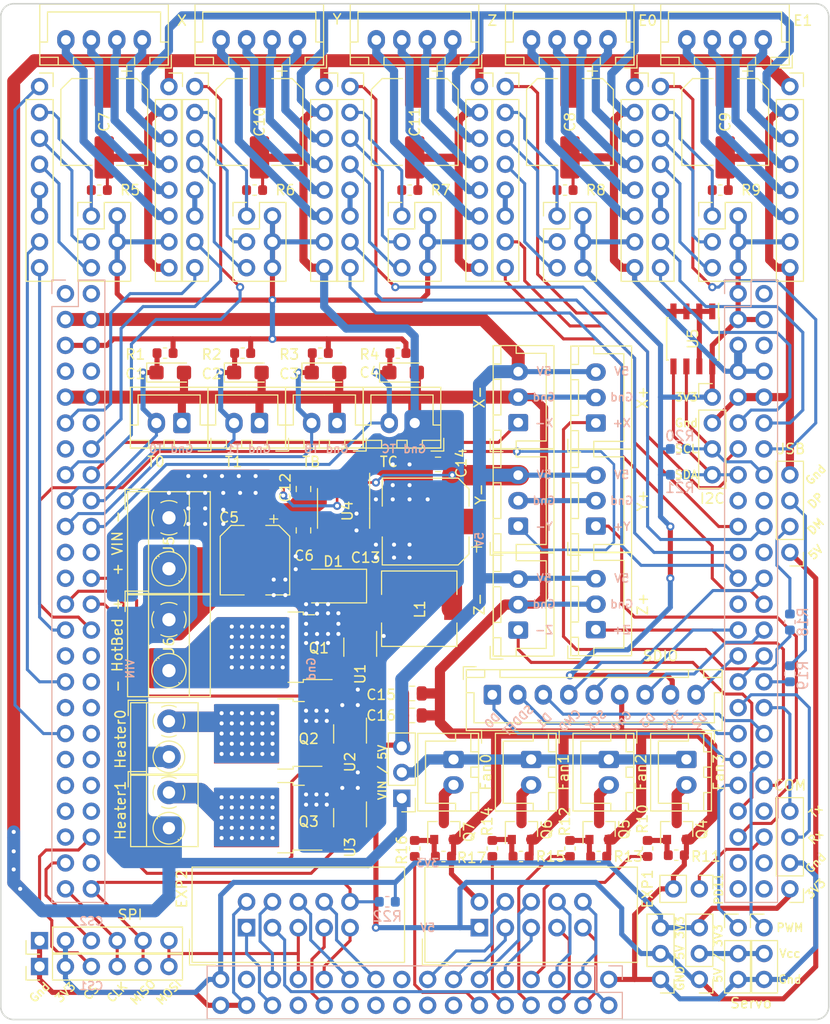
<source format=kicad_pcb>
(kicad_pcb (version 20171130) (host pcbnew "(5.1.2)-1")
  (layers (0 F.Cu signal) (31 B.Cu signal) (34 B.Paste user hide) (35 F.Paste user hide) (36 B.SilkS user) (37 F.SilkS user) (38 B.Mask user) (39 F.Mask user) (44 Edge.Cuts user))
  (net 0 "")
  (net 1 "Net-(J9-Pad2)")
  (net 2 "Net-(J10-Pad2)")
  (net 3 "Net-(J11-Pad2)")
  (net 4 "Net-(Q1-Pad1)")
  (net 5 "Net-(Q2-Pad1)")
  (net 6 "Net-(Q3-Pad1)")
  (net 7 GND)
  (net 8 "Net-(D1-Pad1)")
  (net 9 12V)
  (net 10 5V)
  (net 11 "Net-(J12-Pad2)")
  (net 12 3V3)
  (net 13 "Net-(J18-Pad2)")
  (net 14 "Net-(J18-Pad3)")
  (net 15 Reset)
  (net 16 "Net-(J24-Pad3)")
  (net 17 "Net-(J24-Pad2)")
  (net 18 "Net-(J28-Pad5)")
  (net 19 "Net-(J28-Pad4)")
  (net 20 "Net-(J28-Pad3)")
  (net 21 "Net-(J28-Pad2)")
  (net 22 "Net-(J31-Pad2)")
  (net 23 "Net-(J31-Pad3)")
  (net 24 "Net-(J31-Pad4)")
  (net 25 "Net-(J31-Pad5)")
  (net 26 "Net-(J33-Pad3)")
  (net 27 "Net-(J33-Pad4)")
  (net 28 "Net-(J33-Pad5)")
  (net 29 "Net-(J33-Pad6)")
  (net 30 "Net-(J34-Pad6)")
  (net 31 "Net-(J34-Pad5)")
  (net 32 "Net-(J34-Pad4)")
  (net 33 "Net-(J34-Pad3)")
  (net 34 "Net-(J35-Pad3)")
  (net 35 "Net-(J35-Pad4)")
  (net 36 "Net-(J35-Pad5)")
  (net 37 "Net-(J35-Pad6)")
  (net 38 "Net-(J36-Pad6)")
  (net 39 "Net-(J36-Pad5)")
  (net 40 "Net-(J36-Pad4)")
  (net 41 "Net-(J36-Pad3)")
  (net 42 "Net-(J37-Pad3)")
  (net 43 "Net-(J37-Pad4)")
  (net 44 "Net-(J37-Pad5)")
  (net 45 "Net-(J37-Pad6)")
  (net 46 "Net-(J12-Pad3)")
  (net 47 "Net-(J12-Pad4)")
  (net 48 "Net-(J12-Pad5)")
  (net 49 "Net-(J18-Pad5)")
  (net 50 "Net-(J18-Pad4)")
  (net 51 "Net-(J24-Pad4)")
  (net 52 "Net-(J24-Pad5)")
  (net 53 "Net-(Q4-Pad1)")
  (net 54 "Net-(Q5-Pad1)")
  (net 55 "Net-(Q6-Pad1)")
  (net 56 "Net-(J43-Pad2)")
  (net 57 "Net-(Q7-Pad1)")
  (net 58 T0)
  (net 59 T1)
  (net 60 TB)
  (net 61 TC)
  (net 62 SDDET)
  (net 63 EN2)
  (net 64 SDSS)
  (net 65 EN1)
  (net 66 CLK)
  (net 67 MISO)
  (net 68 Fan2)
  (net 69 Fan1)
  (net 70 Fan0)
  (net 71 Beeper)
  (net 72 ENC)
  (net 73 LCDRS)
  (net 74 LCD4)
  (net 75 LCD5)
  (net 76 LCD6)
  (net 77 LCD7)
  (net 78 Fan3)
  (net 79 LCDE)
  (net 80 HotBed)
  (net 81 Heater0)
  (net 82 Heater1)
  (net 83 E1_Dir)
  (net 84 E1_Step)
  (net 85 E1_En)
  (net 86 X_En)
  (net 87 X_Step)
  (net 88 X_Dir)
  (net 89 X-)
  (net 90 Y-)
  (net 91 Z-)
  (net 92 X+)
  (net 93 Y+)
  (net 94 Z+)
  (net 95 RX)
  (net 96 TX)
  (net 97 Abort)
  (net 98 "Net-(J45-Pad2)")
  (net 99 "Net-(J45-Pad3)")
  (net 100 SDA)
  (net 101 SCL)
  (net 102 USB_DM)
  (net 103 USB_DP)
  (net 104 "Net-(J7-Pad1)")
  (net 105 "Net-(J8-Pad1)")
  (net 106 SS1)
  (net 107 SS2)
  (net 108 SDIO_CMD)
  (net 109 SDIO_SCK)
  (net 110 SDIO_D3)
  (net 111 SDIO_D2)
  (net 112 SDIO_D1)
  (net 113 SDIO_D0)
  (net 114 Y_Dir)
  (net 115 Y_Step)
  (net 116 Y_En)
  (net 117 Z_En)
  (net 118 Z_Step)
  (net 119 Z_Dir)
  (net 120 E0_Dir)
  (net 121 E0_Step)
  (net 122 E0_En)
  (net 123 PWM2)
  (net 124 "Net-(J51-Pad2)")
  (net 125 PWM1)
  (net 126 "Net-(J6-Pad2)")
  (net 127 SDIO_DET)
  (net 128 PD11)
  (net 129 MOSI)
  (net 130 "Net-(J10-Pad1)")
  (net 131 "Net-(J17-Pad12)")
  (net 132 "Net-(J17-Pad13)")
  (net 133 "Net-(J17-Pad23)")
  (net 134 "Net-(J17-Pad29)")
  (net 135 "Net-(J17-Pad30)")
  (net 136 "Net-(J17-Pad32)")
  (net 137 "Net-(J17-Pad33)")
  (net 138 "Net-(J17-Pad34)")
  (net 139 "Net-(J17-Pad36)")
  (net 140 "Net-(J17-Pad37)")
  (net 141 "Net-(J17-Pad38)")
  (net 142 "Net-(J17-Pad39)")
  (net 143 "Net-(J17-Pad40)")
  (net 144 "Net-(J17-Pad41)")
  (net 145 "Net-(J17-Pad42)")
  (net 146 "Net-(J17-Pad43)")
  (net 147 "Net-(J17-Pad46)")
  (net 148 "Net-(J25-Pad14)")
  (net 149 "Net-(J25-Pad16)")
  (net 150 "Net-(J25-Pad17)")
  (net 151 "Net-(J25-Pad18)")
  (net 152 "Net-(J25-Pad20)")
  (net 153 "Net-(J25-Pad22)")
  (net 154 "Net-(J25-Pad29)")
  (net 155 "Net-(J30-Pad6)")
  (net 156 "Net-(J30-Pad17)")
  (net 157 "Net-(J30-Pad18)")
  (net 158 "Net-(J30-Pad22)")
  (net 159 "Net-(J30-Pad25)")
  (net 160 "Net-(J30-Pad42)")
  (net 161 "Net-(J30-Pad45)")
  (net 162 "Net-(J30-Pad46)")
  (net 163 "Net-(J30-Pad47)")
  (net 164 "Net-(J30-Pad48)")
  (net 165 "Net-(C12-Pad2)")
  (net 166 "Net-(U4-Pad2)")
  (module Capacitor_SMD:CP_Elec_8x10 (layer F.Cu) (at 157.2815 106.188 180)
    (fp_text reference C13 (at 5.8975 -3.54) (layer F.SilkS))
    (fp_text value 220uF/16v)
    (pad 2 smd roundrect (at 3.25 0 180) (size 3.5 2.5) (layers F.Cu F.Paste F.Mask) (roundrect_rratio 0.1) (net 7 GND))
    (pad 1 smd roundrect (at -3.25 0 180) (size 3.5 2.5) (layers F.Cu F.Paste F.Mask) (roundrect_rratio 0.1) (net 10 5V))
  )
  (module Capacitor_Tantalum_SMD:CP_EIA-3216-10_Kemet-I (layer F.Cu) (at 155.067 91.567)
    (fp_text reference C4 (at -3.302 0) (layer F.SilkS))
    (fp_text value "10uF 16V")
    (pad 2 smd roundrect (at 1.35 0) (size 1.4 1.35) (layers F.Cu F.Paste F.Mask) (roundrect_rratio 0.185185) (net 7 GND))
    (pad 1 smd roundrect (at -1.35 0) (size 1.4 1.35) (layers F.Cu F.Paste F.Mask) (roundrect_rratio 0.185185) (net 61 TC))
  )
  (module Capacitor_Tantalum_SMD:CP_EIA-3216-10_Kemet-I (layer F.Cu) (at 147.447 91.567)
    (fp_text reference C3 (at -3.556 0.127) (layer F.SilkS))
    (fp_text value "10uF 16V")
    (pad 2 smd roundrect (at 1.35 0) (size 1.4 1.35) (layers F.Cu F.Paste F.Mask) (roundrect_rratio 0.185185) (net 7 GND))
    (pad 1 smd roundrect (at -1.35 0) (size 1.4 1.35) (layers F.Cu F.Paste F.Mask) (roundrect_rratio 0.185185) (net 60 TB))
  )
  (module Capacitor_Tantalum_SMD:CP_EIA-3216-10_Kemet-I (layer F.Cu) (at 139.827 91.567)
    (fp_text reference C2 (at -3.556 0.127) (layer F.SilkS))
    (fp_text value "10uF 16V")
    (pad 2 smd roundrect (at 1.35 0) (size 1.4 1.35) (layers F.Cu F.Paste F.Mask) (roundrect_rratio 0.185185) (net 7 GND))
    (pad 1 smd roundrect (at -1.35 0) (size 1.4 1.35) (layers F.Cu F.Paste F.Mask) (roundrect_rratio 0.185185) (net 59 T1))
  )
  (module Capacitor_Tantalum_SMD:CP_EIA-3216-10_Kemet-I (layer F.Cu) (at 132.207 91.567)
    (fp_text reference C1 (at -3.429 0.127) (layer F.SilkS))
    (fp_text value "10uF 16V")
    (pad 2 smd roundrect (at 1.35 0) (size 1.4 1.35) (layers F.Cu F.Paste F.Mask) (roundrect_rratio 0.185185) (net 7 GND))
    (pad 1 smd roundrect (at -1.35 0) (size 1.4 1.35) (layers F.Cu F.Paste F.Mask) (roundrect_rratio 0.185185) (net 58 T0))
  )
  (module Capacitor_SMD:C_0805_2012Metric (layer F.Cu) (at 155.956 125.222)
    (fp_text reference C16 (at -3.048 0) (layer F.SilkS))
    (fp_text value 10uF)
    (pad 2 smd roundrect (at 0.9375 0) (size 0.975 1.4) (layers F.Cu F.Paste F.Mask) (net 7 GND))
    (pad 1 smd roundrect (at -0.9375 0) (size 0.975 1.4) (layers F.Cu F.Paste F.Mask) (net 10 5V))
  )
  (module Capacitor_SMD:C_0805_2012Metric (layer F.Cu) (at 155.956 123.063)
    (fp_text reference C15 (at -3.048 0.127) (layer F.SilkS))
    (fp_text value 10uF)
    (pad 2 smd roundrect (at 0.9375 0) (size 0.975 1.4) (layers F.Cu F.Paste F.Mask) (net 7 GND))
    (pad 1 smd roundrect (at -0.9375 0) (size 0.975 1.4) (layers F.Cu F.Paste F.Mask) (net 10 5V))
  )
  (module Package_SO:SOIC-8_3.9x4.9mm_P1.27mm (layer F.Cu) (at 149.225 104.902 270)
    (fp_text reference U4 (at 0.254 -0.381 270) (layer F.SilkS))
    (fp_text value XL2012E1)
    (pad 8 smd roundrect (at 2.475 -1.905 270) (size 1.95 0.6) (layers F.Cu F.Paste F.Mask) (net 7 GND))
    (pad 7 smd roundrect (at 2.475 -0.635 270) (size 1.95 0.6) (layers F.Cu F.Paste F.Mask) (net 7 GND))
    (pad 6 smd roundrect (at 2.475 0.635 270) (size 1.95 0.6) (layers F.Cu F.Paste F.Mask) (net 8 "Net-(D1-Pad1)"))
    (pad 5 smd roundrect (at 2.475 1.905 270) (size 1.95 0.6) (layers F.Cu F.Paste F.Mask) (net 8 "Net-(D1-Pad1)"))
    (pad 4 smd roundrect (at -2.475 1.905 270) (size 1.95 0.6) (layers F.Cu F.Paste F.Mask) (net 9 12V))
    (pad 3 smd roundrect (at -2.475 0.635 270) (size 1.95 0.6) (layers F.Cu F.Paste F.Mask) (net 165 "Net-(C12-Pad2)"))
    (pad 2 smd roundrect (at -2.475 -0.635 270) (size 1.95 0.6) (layers F.Cu F.Paste F.Mask) (net 166 "Net-(U4-Pad2)"))
    (pad 1 smd roundrect (at -2.475 -1.905 270) (size 1.95 0.6) (layers F.Cu F.Paste F.Mask) (net 10 5V))
  )
  (module Inductor_SMD:L_7.3x7.3_H4.5 (layer F.Cu) (at 156.6545 114.7445)
    (fp_text reference L1 (at 0.0635 0.0635 270) (layer F.SilkS))
    (fp_text value 47uH/3A)
    (pad 2 smd rect (at 3.2 0) (size 1.5 2.2) (layers F.Cu F.Paste F.Mask) (net 10 5V))
    (pad 1 smd rect (at -3.2 0) (size 1.5 2.2) (layers F.Cu F.Paste F.Mask) (net 8 "Net-(D1-Pad1)"))
  )
  (module Diode_SMD:D_SMA (layer F.Cu) (at 148.082 112.522 180)
    (fp_text reference D1 (at -0.127 2.413 180) (layer F.SilkS))
    (fp_text value SS54)
    (pad 2 smd rect (at 2 0 180) (size 2.5 1.8) (layers F.Cu F.Paste F.Mask) (net 7 GND))
    (pad 1 smd rect (at -2 0 180) (size 2.5 1.8) (layers F.Cu F.Paste F.Mask) (net 8 "Net-(D1-Pad1)"))
  )
  (module Capacitor_SMD:C_0805_2012Metric (layer F.Cu) (at 158.496 100.584 180)
    (fp_text reference C14 (at -2.286 0.127 90) (layer F.SilkS))
    (fp_text value 100nF)
    (pad 2 smd roundrect (at 0.9375 0 180) (size 0.975 1.4) (layers F.Cu F.Paste F.Mask) (net 7 GND))
    (pad 1 smd roundrect (at -0.9375 0 180) (size 0.975 1.4) (layers F.Cu F.Paste F.Mask) (net 10 5V))
  )
  (module Capacitor_SMD:C_0805_2012Metric (layer F.Cu) (at 145.288 102.997 90)
    (fp_text reference C12 (at 0.127 -1.778 90) (layer F.SilkS))
    (fp_text value 1uF)
    (pad 2 smd roundrect (at 0.9375 0 90) (size 0.975 1.4) (layers F.Cu F.Paste F.Mask) (net 165 "Net-(C12-Pad2)"))
    (pad 1 smd roundrect (at -0.9375 0 90) (size 0.975 1.4) (layers F.Cu F.Paste F.Mask) (net 9 12V))
  )
  (module Capacitor_SMD:C_0805_2012Metric (layer F.Cu) (at 145.288 107.061 270)
    (fp_text reference C6 (at 2.4765 -0.0635) (layer F.SilkS))
    (fp_text value 1uF)
    (pad 2 smd roundrect (at 0.9375 0 270) (size 0.975 1.4) (layers F.Cu F.Paste F.Mask) (net 7 GND))
    (pad 1 smd roundrect (at -0.9375 0 270) (size 0.975 1.4) (layers F.Cu F.Paste F.Mask) (net 9 12V))
  )
  (module Capacitor_SMD:CP_Elec_6.3x7.7 (layer F.Cu) (at 140.5255 109.982 270)
    (fp_text reference C5 (at -4.191 2.54 180) (layer F.SilkS))
    (fp_text value 47uF/50v)
    (pad 2 smd roundrect (at 2.7 0 270) (size 3.5 1.6) (layers F.Cu F.Paste F.Mask) (roundrect_rratio 0.15625) (net 7 GND))
    (pad 1 smd roundrect (at -2.7 0 270) (size 3.5 1.6) (layers F.Cu F.Paste F.Mask) (roundrect_rratio 0.15625) (net 9 12V))
  )
  (module Connector_JST:JST_XH_B02B-XH-A_1x02_P2.50mm_Vertical (layer F.Cu) (at 160.02 129.54 270)
    (fp_text reference J43 hide)
    (fp_text value Fan0 (at 1.25 -3.175 270) (layer F.SilkS))
    (pad 1 thru_hole roundrect (at 0 0 270) (size 1.7 2) (drill 1) (layers *.Cu *.Mask) (roundrect_rratio 0.147059) (net 130 "Net-(J10-Pad1)"))
    (pad 2 thru_hole oval (at 2.5 0 270) (size 1.7 2) (drill 1) (layers *.Cu *.Mask) (net 56 "Net-(J43-Pad2)"))
  )
  (module Connector_PinHeader_2.54mm:PinHeader_1x03_P2.54mm_Vertical (layer F.Cu) (at 187.96 146.05)
    (fp_text reference J52 hide)
    (fp_text value Servo (at 1.27 7.41) (layer F.SilkS))
    (pad 3 thru_hole oval (at 0 5.08) (size 1.7 1.7) (drill 1) (layers *.Cu *.Mask) (net 7 GND))
    (pad 2 thru_hole oval (at 0 2.54) (size 1.7 1.7) (drill 1) (layers *.Cu *.Mask) (net 124 "Net-(J51-Pad2)"))
    (pad 1 thru_hole circle (at 0 0) (size 1.7 1.7) (drill 1) (layers *.Cu *.Mask) (net 125 PWM1))
  )
  (module Connector_PinSocket_2.54mm:PinSocket_2x24_P2.54mm_Vertical (layer B.Cu) (at 187.96 83.82 180)
    (fp_text reference J30 hide)
    (fp_text value Right)
    (pad 1 thru_hole circle (at 0 0 180) (size 1.7 1.7) (drill 1) (layers *.Cu *.Mask) (net 12 3V3))
    (pad 2 thru_hole oval (at -2.54 0 180) (size 1.7 1.7) (drill 1) (layers *.Cu *.Mask) (net 12 3V3))
    (pad 3 thru_hole oval (at 0 -2.54 180) (size 1.7 1.7) (drill 1) (layers *.Cu *.Mask) (net 12 3V3))
    (pad 4 thru_hole oval (at -2.54 -2.54 180) (size 1.7 1.7) (drill 1) (layers *.Cu *.Mask) (net 12 3V3))
    (pad 5 thru_hole oval (at 0 -5.08 180) (size 1.7 1.7) (drill 1) (layers *.Cu *.Mask) (net 7 GND))
    (pad 6 thru_hole oval (at -2.54 -5.08 180) (size 1.7 1.7) (drill 1) (layers *.Cu *.Mask) (net 155 "Net-(J30-Pad6)"))
    (pad 7 thru_hole oval (at 0 -7.62 180) (size 1.7 1.7) (drill 1) (layers *.Cu *.Mask) (net 7 GND))
    (pad 8 thru_hole oval (at -2.54 -7.62 180) (size 1.7 1.7) (drill 1) (layers *.Cu *.Mask) (net 7 GND))
    (pad 9 thru_hole oval (at 0 -10.16 180) (size 1.7 1.7) (drill 1) (layers *.Cu *.Mask) (net 7 GND))
    (pad 10 thru_hole oval (at -2.54 -10.16 180) (size 1.7 1.7) (drill 1) (layers *.Cu *.Mask) (net 7 GND))
    (pad 11 thru_hole oval (at 0 -12.7 180) (size 1.7 1.7) (drill 1) (layers *.Cu *.Mask) (net 83 E1_Dir))
    (pad 12 thru_hole oval (at -2.54 -12.7 180) (size 1.7 1.7) (drill 1) (layers *.Cu *.Mask) (net 84 E1_Step))
    (pad 13 thru_hole oval (at 0 -15.24 180) (size 1.7 1.7) (drill 1) (layers *.Cu *.Mask) (net 122 E0_En))
    (pad 14 thru_hole oval (at -2.54 -15.24 180) (size 1.7 1.7) (drill 1) (layers *.Cu *.Mask) (net 85 E1_En))
    (pad 15 thru_hole oval (at 0 -17.78 180) (size 1.7 1.7) (drill 1) (layers *.Cu *.Mask) (net 100 SDA))
    (pad 16 thru_hole oval (at -2.54 -17.78 180) (size 1.7 1.7) (drill 1) (layers *.Cu *.Mask) (net 101 SCL))
    (pad 17 thru_hole oval (at 0 -20.32 180) (size 1.7 1.7) (drill 1) (layers *.Cu *.Mask) (net 156 "Net-(J30-Pad17)"))
    (pad 18 thru_hole oval (at -2.54 -20.32 180) (size 1.7 1.7) (drill 1) (layers *.Cu *.Mask) (net 157 "Net-(J30-Pad18)"))
    (pad 19 thru_hole oval (at 0 -22.86 180) (size 1.7 1.7) (drill 1) (layers *.Cu *.Mask) (net 121 E0_Step))
    (pad 20 thru_hole oval (at -2.54 -22.86 180) (size 1.7 1.7) (drill 1) (layers *.Cu *.Mask) (net 117 Z_En))
    (pad 21 thru_hole oval (at 0 -25.4 180) (size 1.7 1.7) (drill 1) (layers *.Cu *.Mask) (net 118 Z_Step))
    (pad 22 thru_hole oval (at -2.54 -25.4 180) (size 1.7 1.7) (drill 1) (layers *.Cu *.Mask) (net 158 "Net-(J30-Pad22)"))
    (pad 23 thru_hole oval (at 0 -27.94 180) (size 1.7 1.7) (drill 1) (layers *.Cu *.Mask) (net 119 Z_Dir))
    (pad 24 thru_hole oval (at -2.54 -27.94 180) (size 1.7 1.7) (drill 1) (layers *.Cu *.Mask) (net 108 SDIO_CMD))
    (pad 25 thru_hole oval (at 0 -30.48 180) (size 1.7 1.7) (drill 1) (layers *.Cu *.Mask) (net 159 "Net-(J30-Pad25)"))
    (pad 26 thru_hole oval (at -2.54 -30.48 180) (size 1.7 1.7) (drill 1) (layers *.Cu *.Mask) (net 120 E0_Dir))
    (pad 27 thru_hole oval (at 0 -33.02 180) (size 1.7 1.7) (drill 1) (layers *.Cu *.Mask) (net 109 SDIO_SCK))
    (pad 28 thru_hole oval (at -2.54 -33.02 180) (size 1.7 1.7) (drill 1) (layers *.Cu *.Mask) (net 110 SDIO_D3))
    (pad 29 thru_hole oval (at 0 -35.56 180) (size 1.7 1.7) (drill 1) (layers *.Cu *.Mask) (net 111 SDIO_D2))
    (pad 30 thru_hole oval (at -2.54 -35.56 180) (size 1.7 1.7) (drill 1) (layers *.Cu *.Mask) (net 92 X+))
    (pad 31 thru_hole oval (at 0 -38.1 180) (size 1.7 1.7) (drill 1) (layers *.Cu *.Mask) (net 102 USB_DM))
    (pad 32 thru_hole oval (at -2.54 -38.1 180) (size 1.7 1.7) (drill 1) (layers *.Cu *.Mask) (net 103 USB_DP))
    (pad 33 thru_hole oval (at 0 -40.64 180) (size 1.7 1.7) (drill 1) (layers *.Cu *.Mask) (net 95 RX))
    (pad 34 thru_hole oval (at -2.54 -40.64 180) (size 1.7 1.7) (drill 1) (layers *.Cu *.Mask) (net 96 TX))
    (pad 35 thru_hole oval (at 0 -43.18 180) (size 1.7 1.7) (drill 1) (layers *.Cu *.Mask) (net 127 SDIO_DET))
    (pad 36 thru_hole oval (at -2.54 -43.18 180) (size 1.7 1.7) (drill 1) (layers *.Cu *.Mask) (net 112 SDIO_D1))
    (pad 37 thru_hole oval (at 0 -45.72 180) (size 1.7 1.7) (drill 1) (layers *.Cu *.Mask) (net 113 SDIO_D0))
    (pad 38 thru_hole oval (at -2.54 -45.72 180) (size 1.7 1.7) (drill 1) (layers *.Cu *.Mask) (net 123 PWM2))
    (pad 39 thru_hole oval (at 0 -48.26 180) (size 1.7 1.7) (drill 1) (layers *.Cu *.Mask) (net 125 PWM1))
    (pad 40 thru_hole oval (at -2.54 -48.26 180) (size 1.7 1.7) (drill 1) (layers *.Cu *.Mask) (net 94 Z+))
    (pad 41 thru_hole oval (at 0 -50.8 180) (size 1.7 1.7) (drill 1) (layers *.Cu *.Mask) (net 91 Z-))
    (pad 42 thru_hole oval (at -2.54 -50.8 180) (size 1.7 1.7) (drill 1) (layers *.Cu *.Mask) (net 160 "Net-(J30-Pad42)"))
    (pad 43 thru_hole oval (at 0 -53.34 180) (size 1.7 1.7) (drill 1) (layers *.Cu *.Mask) (net 93 Y+))
    (pad 44 thru_hole oval (at -2.54 -53.34 180) (size 1.7 1.7) (drill 1) (layers *.Cu *.Mask) (net 128 PD11))
    (pad 45 thru_hole oval (at 0 -55.88 180) (size 1.7 1.7) (drill 1) (layers *.Cu *.Mask) (net 161 "Net-(J30-Pad45)"))
    (pad 46 thru_hole oval (at -2.54 -55.88 180) (size 1.7 1.7) (drill 1) (layers *.Cu *.Mask) (net 162 "Net-(J30-Pad46)"))
    (pad 47 thru_hole oval (at 0 -58.42 180) (size 1.7 1.7) (drill 1) (layers *.Cu *.Mask) (net 163 "Net-(J30-Pad47)"))
    (pad 48 thru_hole oval (at -2.54 -58.42 180) (size 1.7 1.7) (drill 1) (layers *.Cu *.Mask) (net 164 "Net-(J30-Pad48)"))
  )
  (module Resistor_SMD:R_0603_1608Metric (layer F.Cu) (at 131.699 89.662 180)
    (fp_text reference R1 (at 2.921 -0.127 180) (layer F.SilkS))
    (fp_text value 4K7)
    (pad 2 smd roundrect (at 0.7875 0 180) (size 0.875 0.95) (layers F.Cu F.Paste F.Mask) (net 58 T0))
    (pad 1 smd roundrect (at -0.7875 0 180) (size 0.875 0.95) (layers F.Cu F.Paste F.Mask) (net 12 3V3))
  )
  (module Resistor_SMD:R_0603_1608Metric (layer F.Cu) (at 146.939 89.662 180)
    (fp_text reference R3 (at 3.048 -0.127 180) (layer F.SilkS))
    (fp_text value 4K7)
    (pad 2 smd roundrect (at 0.7875 0 180) (size 0.875 0.95) (layers F.Cu F.Paste F.Mask) (net 60 TB))
    (pad 1 smd roundrect (at -0.7875 0 180) (size 0.875 0.95) (layers F.Cu F.Paste F.Mask) (net 12 3V3))
  )
  (module Resistor_SMD:R_0603_1608Metric (layer F.Cu) (at 154.559 89.662 180)
    (fp_text reference R4 (at 2.794 -0.127 180) (layer F.SilkS))
    (fp_text value 4K7)
    (pad 2 smd roundrect (at 0.7875 0 180) (size 0.875 0.95) (layers F.Cu F.Paste F.Mask) (net 61 TC))
    (pad 1 smd roundrect (at -0.7875 0 180) (size 0.875 0.95) (layers F.Cu F.Paste F.Mask) (net 12 3V3))
  )
  (module Resistor_SMD:R_0603_1608Metric (layer F.Cu) (at 139.319 89.662 180)
    (fp_text reference R2 (at 3.048 -0.127 180) (layer F.SilkS))
    (fp_text value 4K7)
    (pad 2 smd roundrect (at 0.7875 0 180) (size 0.875 0.95) (layers F.Cu F.Paste F.Mask) (net 59 T1))
    (pad 1 smd roundrect (at -0.7875 0 180) (size 0.875 0.95) (layers F.Cu F.Paste F.Mask) (net 12 3V3))
  )
  (module Resistor_SMD:R_0603_1608Metric (layer F.Cu) (at 156.21 138.2775 270)
    (fp_text reference R16 (at 0.1525 1.27 270) (layer F.SilkS))
    (fp_text value 10)
    (pad 2 smd roundrect (at 0.7875 0 270) (size 0.875 0.95) (layers F.Cu F.Paste F.Mask) (net 70 Fan0))
    (pad 1 smd roundrect (at -0.7875 0 270) (size 0.875 0.95) (layers F.Cu F.Paste F.Mask) (net 57 "Net-(Q7-Pad1)"))
  )
  (module Resistor_SMD:R_0603_1608Metric (layer F.Cu) (at 159.0295 139.065 180)
    (fp_text reference R17 (at -2.7685 -0.127 180) (layer F.SilkS))
    (fp_text value 10K)
    (pad 2 smd roundrect (at 0.7875 0 180) (size 0.875 0.95) (layers F.Cu F.Paste F.Mask) (net 57 "Net-(Q7-Pad1)"))
    (pad 1 smd roundrect (at -0.7875 0 180) (size 0.875 0.95) (layers F.Cu F.Paste F.Mask) (net 7 GND))
  )
  (module Resistor_SMD:R_0603_1608Metric (layer F.Cu) (at 166.6495 139.065 180)
    (fp_text reference R15 (at -2.8955 0 180) (layer F.SilkS))
    (fp_text value 10K)
    (pad 1 smd roundrect (at -0.7875 0 180) (size 0.875 0.95) (layers F.Cu F.Paste F.Mask) (net 7 GND))
    (pad 2 smd roundrect (at 0.7875 0 180) (size 0.875 0.95) (layers F.Cu F.Paste F.Mask) (net 55 "Net-(Q6-Pad1)"))
  )
  (module Resistor_SMD:R_0603_1608Metric (layer F.Cu) (at 181.8895 138.938 180)
    (fp_text reference R11 (at -2.8955 -0.127 180) (layer F.SilkS))
    (fp_text value 10K)
    (pad 1 smd roundrect (at -0.7875 0 180) (size 0.875 0.95) (layers F.Cu F.Paste F.Mask) (net 7 GND))
    (pad 2 smd roundrect (at 0.7875 0 180) (size 0.875 0.95) (layers F.Cu F.Paste F.Mask) (net 53 "Net-(Q4-Pad1)"))
  )
  (module Resistor_SMD:R_0603_1608Metric (layer F.Cu) (at 171.45 138.2775 270)
    (fp_text reference R12 (at -2.6415 0.508 270) (layer F.SilkS))
    (fp_text value 10)
    (pad 2 smd roundrect (at 0.7875 0 270) (size 0.875 0.95) (layers F.Cu F.Paste F.Mask) (net 68 Fan2))
    (pad 1 smd roundrect (at -0.7875 0 270) (size 0.875 0.95) (layers F.Cu F.Paste F.Mask) (net 54 "Net-(Q5-Pad1)"))
  )
  (module Resistor_SMD:R_0603_1608Metric (layer F.Cu) (at 174.2695 139.065 180)
    (fp_text reference R13 (at -2.8955 0 180) (layer F.SilkS))
    (fp_text value 10K)
    (pad 2 smd roundrect (at 0.7875 0 180) (size 0.875 0.95) (layers F.Cu F.Paste F.Mask) (net 54 "Net-(Q5-Pad1)"))
    (pad 1 smd roundrect (at -0.7875 0 180) (size 0.875 0.95) (layers F.Cu F.Paste F.Mask) (net 7 GND))
  )
  (module Resistor_SMD:R_0603_1608Metric (layer F.Cu) (at 163.83 138.2775 270)
    (fp_text reference R14 (at -2.6415 0.508 270) (layer F.SilkS))
    (fp_text value 10)
    (pad 1 smd roundrect (at -0.7875 0 270) (size 0.875 0.95) (layers F.Cu F.Paste F.Mask) (net 55 "Net-(Q6-Pad1)"))
    (pad 2 smd roundrect (at 0.7875 0 270) (size 0.875 0.95) (layers F.Cu F.Paste F.Mask) (net 69 Fan1))
  )
  (module Resistor_SMD:R_0603_1608Metric (layer F.Cu) (at 179.07 138.2775 270)
    (fp_text reference R10 (at -2.8955 0.508 270) (layer F.SilkS))
    (fp_text value 10)
    (pad 1 smd roundrect (at -0.7875 0 270) (size 0.875 0.95) (layers F.Cu F.Paste F.Mask) (net 53 "Net-(Q4-Pad1)"))
    (pad 2 smd roundrect (at 0.7875 0 270) (size 0.875 0.95) (layers F.Cu F.Paste F.Mask) (net 78 Fan3))
  )
  (module Package_TO_SOT_SMD:SOT-23 (layer F.Cu) (at 159.07 136.395 90)
    (fp_text reference Q7 (at -0.257 2.474 90) (layer F.SilkS))
    (fp_text value IRLML0030TRPBF)
    (pad 3 smd rect (at 1 0 90) (size 0.9 0.8) (layers F.Cu F.Paste F.Mask) (net 56 "Net-(J43-Pad2)"))
    (pad 2 smd rect (at -1 0.95 90) (size 0.9 0.8) (layers F.Cu F.Paste F.Mask) (net 7 GND))
    (pad 1 smd rect (at -1 -0.95 90) (size 0.9 0.8) (layers F.Cu F.Paste F.Mask) (net 57 "Net-(Q7-Pad1)"))
  )
  (module Package_TO_SOT_SMD:SOT-23 (layer F.Cu) (at 181.93 136.395 90)
    (fp_text reference Q4 (at -0.003 2.474 90) (layer F.SilkS))
    (fp_text value IRLML0030TRPBF)
    (pad 3 smd rect (at 1 0 90) (size 0.9 0.8) (layers F.Cu F.Paste F.Mask) (net 1 "Net-(J9-Pad2)"))
    (pad 2 smd rect (at -1 0.95 90) (size 0.9 0.8) (layers F.Cu F.Paste F.Mask) (net 7 GND))
    (pad 1 smd rect (at -1 -0.95 90) (size 0.9 0.8) (layers F.Cu F.Paste F.Mask) (net 53 "Net-(Q4-Pad1)"))
  )
  (module Package_TO_SOT_SMD:SOT-23 (layer F.Cu) (at 174.31 136.395 90)
    (fp_text reference Q5 (at -0.003 2.474 90) (layer F.SilkS))
    (fp_text value IRLML0030TRPBF)
    (pad 1 smd rect (at -1 -0.95 90) (size 0.9 0.8) (layers F.Cu F.Paste F.Mask) (net 54 "Net-(Q5-Pad1)"))
    (pad 2 smd rect (at -1 0.95 90) (size 0.9 0.8) (layers F.Cu F.Paste F.Mask) (net 7 GND))
    (pad 3 smd rect (at 1 0 90) (size 0.9 0.8) (layers F.Cu F.Paste F.Mask) (net 2 "Net-(J10-Pad2)"))
  )
  (module Package_TO_SOT_SMD:SOT-23 (layer F.Cu) (at 166.69 136.395 90)
    (fp_text reference Q6 (at -0.003 2.474 90) (layer F.SilkS))
    (fp_text value IRLML0030TRPBF)
    (pad 3 smd rect (at 1 0 90) (size 0.9 0.8) (layers F.Cu F.Paste F.Mask) (net 3 "Net-(J11-Pad2)"))
    (pad 2 smd rect (at -1 0.95 90) (size 0.9 0.8) (layers F.Cu F.Paste F.Mask) (net 7 GND))
    (pad 1 smd rect (at -1 -0.95 90) (size 0.9 0.8) (layers F.Cu F.Paste F.Mask) (net 55 "Net-(Q6-Pad1)"))
  )
  (module Resistor_SMD:R_0603_1608Metric (layer B.Cu) (at 182.0925 99.06)
    (fp_text reference R20 (at 0.1525 -1.27) (layer B.SilkS) (effects (justify mirror)))
    (fp_text value 4K7)
    (pad 1 smd roundrect (at -0.7875 0) (size 0.875 0.95) (layers B.Cu B.Paste B.Mask) (net 12 3V3))
    (pad 2 smd roundrect (at 0.7875 0) (size 0.875 0.95) (layers B.Cu B.Paste B.Mask) (net 101 SCL))
  )
  (module Resistor_SMD:R_0603_1608Metric (layer B.Cu) (at 193.04 121.1325 90)
    (fp_text reference R19 (at -0.1525 1.27 90) (layer B.SilkS) (effects (justify mirror)))
    (fp_text value 22R)
    (pad 2 smd roundrect (at 0.7875 0 90) (size 0.875 0.95) (layers B.Cu B.Paste B.Mask) (net 99 "Net-(J45-Pad3)"))
    (pad 1 smd roundrect (at -0.7875 0 90) (size 0.875 0.95) (layers B.Cu B.Paste B.Mask) (net 103 USB_DP))
  )
  (module Package_TO_SOT_SMD:TO-252-2 (layer F.Cu) (at 141.8 127.035 180)
    (fp_text reference Q2 (at -3.996 -0.473 180) (layer F.SilkS))
    (fp_text value IRLR8726PBF)
    (pad 1 smd rect (at -4.2 -2.28 180) (size 2.2 1.2) (layers F.Cu F.Paste F.Mask) (net 5 "Net-(Q2-Pad1)"))
    (pad 3 smd rect (at -4.2 2.28 180) (size 2.2 1.2) (layers F.Cu F.Paste F.Mask) (net 7 GND))
    (pad 2 smd rect (at 2.1 0 180) (size 6.4 5.8) (layers F.Cu F.Mask) (net 104 "Net-(J7-Pad1)"))
  )
  (module TerminalBlock_MetzConnect:TerminalBlock_MetzConnect_Type059_RT06302HBWC_1x02_P3.50mm_Horizontal (layer F.Cu) (at 132.08 125.785 270)
    (fp_text reference J7 hide)
    (fp_text value Heater0 (at 1.75 4.76 270) (layer F.SilkS))
    (pad 2 thru_hole circle (at 3.5 0 270) (size 2.3 2.3) (drill 1.2) (layers *.Cu *.Mask) (net 9 12V))
    (pad 1 thru_hole circle (at 0 0 270) (size 2.3 2.3) (drill 1.2) (layers *.Cu *.Mask) (net 104 "Net-(J7-Pad1)"))
  )
  (module TerminalBlock_MetzConnect:TerminalBlock_MetzConnect_Type059_RT06302HBWC_1x02_P3.50mm_Horizontal (layer F.Cu) (at 132.08 132.785 270)
    (fp_text reference J8 hide)
    (fp_text value Heater1 (at 1.75 4.76 270) (layer F.SilkS))
    (pad 1 thru_hole circle (at 0 0 270) (size 2.3 2.3) (drill 1.2) (layers *.Cu *.Mask) (net 105 "Net-(J8-Pad1)"))
    (pad 2 thru_hole circle (at 3.5 0 270) (size 2.3 2.3) (drill 1.2) (layers *.Cu *.Mask) (net 9 12V))
  )
  (module Connector_IDC:IDC-Header_2x05_P2.54mm_Vertical (layer F.Cu) (at 139.7 146.05 90)
    (fp_text reference J23 hide)
    (fp_text value EXP2 (at 3.81 -6.35 90) (layer F.SilkS))
    (pad 1 thru_hole rect (at 0 0 90) (size 1.7272 1.7272) (drill 1.016) (layers *.Cu *.Mask) (net 97 Abort))
    (pad 2 thru_hole oval (at 2.54 0 90) (size 1.7272 1.7272) (drill 1.016) (layers *.Cu *.Mask) (net 7 GND))
    (pad 3 thru_hole oval (at 0 2.54 90) (size 1.7272 1.7272) (drill 1.016) (layers *.Cu *.Mask) (net 15 Reset))
    (pad 4 thru_hole oval (at 2.54 2.54 90) (size 1.7272 1.7272) (drill 1.016) (layers *.Cu *.Mask) (net 62 SDDET))
    (pad 5 thru_hole oval (at 0 5.08 90) (size 1.7272 1.7272) (drill 1.016) (layers *.Cu *.Mask) (net 129 MOSI))
    (pad 6 thru_hole oval (at 2.54 5.08 90) (size 1.7272 1.7272) (drill 1.016) (layers *.Cu *.Mask) (net 63 EN2))
    (pad 7 thru_hole oval (at 0 7.62 90) (size 1.7272 1.7272) (drill 1.016) (layers *.Cu *.Mask) (net 64 SDSS))
    (pad 8 thru_hole oval (at 2.54 7.62 90) (size 1.7272 1.7272) (drill 1.016) (layers *.Cu *.Mask) (net 65 EN1))
    (pad 9 thru_hole oval (at 0 10.16 90) (size 1.7272 1.7272) (drill 1.016) (layers *.Cu *.Mask) (net 66 CLK))
    (pad 10 thru_hole oval (at 2.54 10.16 90) (size 1.7272 1.7272) (drill 1.016) (layers *.Cu *.Mask) (net 67 MISO))
  )
  (module Connector_PinSocket_2.54mm:PinSocket_2x16_P2.54mm_Vertical (layer B.Cu) (at 175.26 151.13 90)
    (fp_text reference J25 hide)
    (fp_text value Bottom)
    (pad 1 thru_hole circle (at 0 0 90) (size 1.7 1.7) (drill 1) (layers *.Cu *.Mask) (net 7 GND))
    (pad 2 thru_hole oval (at -2.54 0 90) (size 1.7 1.7) (drill 1) (layers *.Cu *.Mask) (net 15 Reset))
    (pad 3 thru_hole oval (at 0 -2.54 90) (size 1.7 1.7) (drill 1) (layers *.Cu *.Mask) (net 71 Beeper))
    (pad 4 thru_hole oval (at -2.54 -2.54 90) (size 1.7 1.7) (drill 1) (layers *.Cu *.Mask) (net 72 ENC))
    (pad 5 thru_hole oval (at 0 -5.08 90) (size 1.7 1.7) (drill 1) (layers *.Cu *.Mask) (net 79 LCDE))
    (pad 6 thru_hole oval (at -2.54 -5.08 90) (size 1.7 1.7) (drill 1) (layers *.Cu *.Mask) (net 73 LCDRS))
    (pad 7 thru_hole oval (at 0 -7.62 90) (size 1.7 1.7) (drill 1) (layers *.Cu *.Mask) (net 78 Fan3))
    (pad 8 thru_hole oval (at -2.54 -7.62 90) (size 1.7 1.7) (drill 1) (layers *.Cu *.Mask) (net 68 Fan2))
    (pad 9 thru_hole oval (at 0 -10.16 90) (size 1.7 1.7) (drill 1) (layers *.Cu *.Mask) (net 75 LCD5))
    (pad 10 thru_hole oval (at -2.54 -10.16 90) (size 1.7 1.7) (drill 1) (layers *.Cu *.Mask) (net 69 Fan1))
    (pad 11 thru_hole oval (at 0 -12.7 90) (size 1.7 1.7) (drill 1) (layers *.Cu *.Mask) (net 74 LCD4))
    (pad 12 thru_hole oval (at -2.54 -12.7 90) (size 1.7 1.7) (drill 1) (layers *.Cu *.Mask) (net 70 Fan0))
    (pad 13 thru_hole oval (at 0 -15.24 90) (size 1.7 1.7) (drill 1) (layers *.Cu *.Mask) (net 77 LCD7))
    (pad 14 thru_hole oval (at -2.54 -15.24 90) (size 1.7 1.7) (drill 1) (layers *.Cu *.Mask) (net 148 "Net-(J25-Pad14)"))
    (pad 15 thru_hole oval (at 0 -17.78 90) (size 1.7 1.7) (drill 1) (layers *.Cu *.Mask) (net 76 LCD6))
    (pad 16 thru_hole oval (at -2.54 -17.78 90) (size 1.7 1.7) (drill 1) (layers *.Cu *.Mask) (net 149 "Net-(J25-Pad16)"))
    (pad 17 thru_hole oval (at 0 -20.32 90) (size 1.7 1.7) (drill 1) (layers *.Cu *.Mask) (net 150 "Net-(J25-Pad17)"))
    (pad 18 thru_hole oval (at -2.54 -20.32 90) (size 1.7 1.7) (drill 1) (layers *.Cu *.Mask) (net 151 "Net-(J25-Pad18)"))
    (pad 19 thru_hole oval (at 0 -22.86 90) (size 1.7 1.7) (drill 1) (layers *.Cu *.Mask) (net 65 EN1))
    (pad 20 thru_hole oval (at -2.54 -22.86 90) (size 1.7 1.7) (drill 1) (layers *.Cu *.Mask) (net 152 "Net-(J25-Pad20)"))
    (pad 21 thru_hole oval (at 0 -25.4 90) (size 1.7 1.7) (drill 1) (layers *.Cu *.Mask) (net 63 EN2))
    (pad 22 thru_hole oval (at -2.54 -25.4 90) (size 1.7 1.7) (drill 1) (layers *.Cu *.Mask) (net 153 "Net-(J25-Pad22)"))
    (pad 23 thru_hole oval (at 0 -27.94 90) (size 1.7 1.7) (drill 1) (layers *.Cu *.Mask) (net 66 CLK))
    (pad 24 thru_hole oval (at -2.54 -27.94 90) (size 1.7 1.7) (drill 1) (layers *.Cu *.Mask) (net 64 SDSS))
    (pad 25 thru_hole oval (at 0 -30.48 90) (size 1.7 1.7) (drill 1) (layers *.Cu *.Mask) (net 129 MOSI))
    (pad 26 thru_hole oval (at -2.54 -30.48 90) (size 1.7 1.7) (drill 1) (layers *.Cu *.Mask) (net 67 MISO))
    (pad 27 thru_hole oval (at 0 -33.02 90) (size 1.7 1.7) (drill 1) (layers *.Cu *.Mask) (net 62 SDDET))
    (pad 28 thru_hole oval (at -2.54 -33.02 90) (size 1.7 1.7) (drill 1) (layers *.Cu *.Mask) (net 97 Abort))
    (pad 29 thru_hole oval (at 0 -35.56 90) (size 1.7 1.7) (drill 1) (layers *.Cu *.Mask) (net 154 "Net-(J25-Pad29)"))
    (pad 30 thru_hole oval (at -2.54 -35.56 90) (size 1.7 1.7) (drill 1) (layers *.Cu *.Mask) (net 7 GND))
    (pad 31 thru_hole oval (at 0 -38.1 90) (size 1.7 1.7) (drill 1) (layers *.Cu *.Mask) (net 12 3V3))
    (pad 32 thru_hole oval (at -2.54 -38.1 90) (size 1.7 1.7) (drill 1) (layers *.Cu *.Mask) (net 7 GND))
  )
  (module Package_TO_SOT_SMD:SOT-23-5 (layer F.Cu) (at 150.86 118.52 270)
    (fp_text reference U1 (at 2.638 0 270) (layer F.SilkS))
    (fp_text value SN74AHC)
    (pad 1 smd rect (at -1.1 -0.95 270) (size 1.06 0.65) (layers F.Cu F.Paste F.Mask) (net 7 GND))
    (pad 2 smd rect (at -1.1 0 270) (size 1.06 0.65) (layers F.Cu F.Paste F.Mask) (net 80 HotBed))
    (pad 3 smd rect (at -1.1 0.95 270) (size 1.06 0.65) (layers F.Cu F.Paste F.Mask) (net 7 GND))
    (pad 4 smd rect (at 1.1 0.95 270) (size 1.06 0.65) (layers F.Cu F.Paste F.Mask) (net 4 "Net-(Q1-Pad1)"))
    (pad 5 smd rect (at 1.1 -0.95 270) (size 1.06 0.65) (layers F.Cu F.Paste F.Mask) (net 10 5V))
  )
  (module Package_TO_SOT_SMD:TO-252-2 (layer F.Cu) (at 142.8 118.52 180)
    (fp_text reference Q1 (at -3.996 -0.098 180) (layer F.SilkS))
    (fp_text value IRLR8726PBF)
    (pad 1 smd rect (at -4.2 -2.28 180) (size 2.2 1.2) (layers F.Cu F.Paste F.Mask) (net 4 "Net-(Q1-Pad1)"))
    (pad 3 smd rect (at -4.2 2.28 180) (size 2.2 1.2) (layers F.Cu F.Paste F.Mask) (net 7 GND))
    (pad 2 smd rect (at 2.1 0 180) (size 6.4 5.8) (layers F.Cu F.Mask) (net 126 "Net-(J6-Pad2)"))
  )
  (module Connector_PinSocket_2.54mm:PinSocket_1x08_P2.54mm_Vertical (layer F.Cu) (at 165.1 63.5)
    (fp_text reference J28 hide)
    (fp_text value E0_logic)
    (pad 8 thru_hole oval (at 0 17.78) (size 1.7 1.7) (drill 1) (layers *.Cu *.Mask) (net 120 E0_Dir))
    (pad 7 thru_hole oval (at 0 15.24) (size 1.7 1.7) (drill 1) (layers *.Cu *.Mask) (net 121 E0_Step))
    (pad 6 thru_hole oval (at 0 12.7) (size 1.7 1.7) (drill 1) (layers *.Cu *.Mask) (net 18 "Net-(J28-Pad5)"))
    (pad 5 thru_hole oval (at 0 10.16) (size 1.7 1.7) (drill 1) (layers *.Cu *.Mask) (net 18 "Net-(J28-Pad5)"))
    (pad 4 thru_hole oval (at 0 7.62) (size 1.7 1.7) (drill 1) (layers *.Cu *.Mask) (net 19 "Net-(J28-Pad4)"))
    (pad 3 thru_hole oval (at 0 5.08) (size 1.7 1.7) (drill 1) (layers *.Cu *.Mask) (net 20 "Net-(J28-Pad3)"))
    (pad 2 thru_hole oval (at 0 2.54) (size 1.7 1.7) (drill 1) (layers *.Cu *.Mask) (net 21 "Net-(J28-Pad2)"))
    (pad 1 thru_hole circle (at 0 0) (size 1.7 1.7) (drill 1) (layers *.Cu *.Mask) (net 122 E0_En))
  )
  (module Connector_PinHeader_2.54mm:PinHeader_2x03_P2.54mm_Vertical (layer F.Cu) (at 170.18 76.2)
    (fp_text reference J29 hide)
    (fp_text value Microsteps)
    (pad 1 thru_hole circle (at 0 0) (size 1.7 1.7) (drill 1) (layers *.Cu *.Mask) (net 21 "Net-(J28-Pad2)"))
    (pad 2 thru_hole oval (at 2.54 0) (size 1.7 1.7) (drill 1) (layers *.Cu *.Mask) (net 12 3V3))
    (pad 3 thru_hole oval (at 0 2.54) (size 1.7 1.7) (drill 1) (layers *.Cu *.Mask) (net 20 "Net-(J28-Pad3)"))
    (pad 4 thru_hole oval (at 2.54 2.54) (size 1.7 1.7) (drill 1) (layers *.Cu *.Mask) (net 12 3V3))
    (pad 5 thru_hole oval (at 0 5.08) (size 1.7 1.7) (drill 1) (layers *.Cu *.Mask) (net 19 "Net-(J28-Pad4)"))
    (pad 6 thru_hole oval (at 2.54 5.08) (size 1.7 1.7) (drill 1) (layers *.Cu *.Mask) (net 12 3V3))
  )
  (module Connector_PinSocket_2.54mm:PinSocket_1x08_P2.54mm_Vertical (layer F.Cu) (at 180.34 63.5)
    (fp_text reference J31 hide)
    (fp_text value E1_logic)
    (pad 1 thru_hole circle (at 0 0) (size 1.7 1.7) (drill 1) (layers *.Cu *.Mask) (net 85 E1_En))
    (pad 2 thru_hole oval (at 0 2.54) (size 1.7 1.7) (drill 1) (layers *.Cu *.Mask) (net 22 "Net-(J31-Pad2)"))
    (pad 3 thru_hole oval (at 0 5.08) (size 1.7 1.7) (drill 1) (layers *.Cu *.Mask) (net 23 "Net-(J31-Pad3)"))
    (pad 4 thru_hole oval (at 0 7.62) (size 1.7 1.7) (drill 1) (layers *.Cu *.Mask) (net 24 "Net-(J31-Pad4)"))
    (pad 5 thru_hole oval (at 0 10.16) (size 1.7 1.7) (drill 1) (layers *.Cu *.Mask) (net 25 "Net-(J31-Pad5)"))
    (pad 6 thru_hole oval (at 0 12.7) (size 1.7 1.7) (drill 1) (layers *.Cu *.Mask) (net 25 "Net-(J31-Pad5)"))
    (pad 7 thru_hole oval (at 0 15.24) (size 1.7 1.7) (drill 1) (layers *.Cu *.Mask) (net 84 E1_Step))
    (pad 8 thru_hole oval (at 0 17.78) (size 1.7 1.7) (drill 1) (layers *.Cu *.Mask) (net 83 E1_Dir))
  )
  (module Connector_PinHeader_2.54mm:PinHeader_2x03_P2.54mm_Vertical (layer F.Cu) (at 185.42 76.2)
    (fp_text reference J32 hide)
    (fp_text value Microsteps)
    (pad 6 thru_hole oval (at 2.54 5.08) (size 1.7 1.7) (drill 1) (layers *.Cu *.Mask) (net 12 3V3))
    (pad 5 thru_hole oval (at 0 5.08) (size 1.7 1.7) (drill 1) (layers *.Cu *.Mask) (net 24 "Net-(J31-Pad4)"))
    (pad 4 thru_hole oval (at 2.54 2.54) (size 1.7 1.7) (drill 1) (layers *.Cu *.Mask) (net 12 3V3))
    (pad 3 thru_hole oval (at 0 2.54) (size 1.7 1.7) (drill 1) (layers *.Cu *.Mask) (net 23 "Net-(J31-Pad3)"))
    (pad 2 thru_hole oval (at 2.54 0) (size 1.7 1.7) (drill 1) (layers *.Cu *.Mask) (net 12 3V3))
    (pad 1 thru_hole circle (at 0 0) (size 1.7 1.7) (drill 1) (layers *.Cu *.Mask) (net 22 "Net-(J31-Pad2)"))
  )
  (module Connector_PinSocket_2.54mm:PinSocket_1x08_P2.54mm_Vertical (layer F.Cu) (at 132.08 63.5)
    (fp_text reference J33 hide)
    (fp_text value X_motor)
    (pad 1 thru_hole circle (at 0 0) (size 1.7 1.7) (drill 1) (layers *.Cu *.Mask) (net 9 12V))
    (pad 2 thru_hole oval (at 0 2.54) (size 1.7 1.7) (drill 1) (layers *.Cu *.Mask) (net 7 GND))
    (pad 3 thru_hole oval (at 0 5.08) (size 1.7 1.7) (drill 1) (layers *.Cu *.Mask) (net 26 "Net-(J33-Pad3)"))
    (pad 4 thru_hole oval (at 0 7.62) (size 1.7 1.7) (drill 1) (layers *.Cu *.Mask) (net 27 "Net-(J33-Pad4)"))
    (pad 5 thru_hole oval (at 0 10.16) (size 1.7 1.7) (drill 1) (layers *.Cu *.Mask) (net 28 "Net-(J33-Pad5)"))
    (pad 6 thru_hole oval (at 0 12.7) (size 1.7 1.7) (drill 1) (layers *.Cu *.Mask) (net 29 "Net-(J33-Pad6)"))
    (pad 7 thru_hole oval (at 0 15.24) (size 1.7 1.7) (drill 1) (layers *.Cu *.Mask) (net 12 3V3))
    (pad 8 thru_hole oval (at 0 17.78) (size 1.7 1.7) (drill 1) (layers *.Cu *.Mask) (net 7 GND))
  )
  (module Connector_PinSocket_2.54mm:PinSocket_1x08_P2.54mm_Vertical (layer F.Cu) (at 147.32 63.5)
    (fp_text reference J34 hide)
    (fp_text value Y_motor)
    (pad 8 thru_hole oval (at 0 17.78) (size 1.7 1.7) (drill 1) (layers *.Cu *.Mask) (net 7 GND))
    (pad 7 thru_hole oval (at 0 15.24) (size 1.7 1.7) (drill 1) (layers *.Cu *.Mask) (net 12 3V3))
    (pad 6 thru_hole oval (at 0 12.7) (size 1.7 1.7) (drill 1) (layers *.Cu *.Mask) (net 30 "Net-(J34-Pad6)"))
    (pad 5 thru_hole oval (at 0 10.16) (size 1.7 1.7) (drill 1) (layers *.Cu *.Mask) (net 31 "Net-(J34-Pad5)"))
    (pad 4 thru_hole oval (at 0 7.62) (size 1.7 1.7) (drill 1) (layers *.Cu *.Mask) (net 32 "Net-(J34-Pad4)"))
    (pad 3 thru_hole oval (at 0 5.08) (size 1.7 1.7) (drill 1) (layers *.Cu *.Mask) (net 33 "Net-(J34-Pad3)"))
    (pad 2 thru_hole oval (at 0 2.54) (size 1.7 1.7) (drill 1) (layers *.Cu *.Mask) (net 7 GND))
    (pad 1 thru_hole circle (at 0 0) (size 1.7 1.7) (drill 1) (layers *.Cu *.Mask) (net 9 12V))
  )
  (module Connector_PinSocket_2.54mm:PinSocket_1x08_P2.54mm_Vertical (layer F.Cu) (at 162.56 63.5)
    (fp_text reference J35 hide)
    (fp_text value Z_motor)
    (pad 1 thru_hole circle (at 0 0) (size 1.7 1.7) (drill 1) (layers *.Cu *.Mask) (net 9 12V))
    (pad 2 thru_hole oval (at 0 2.54) (size 1.7 1.7) (drill 1) (layers *.Cu *.Mask) (net 7 GND))
    (pad 3 thru_hole oval (at 0 5.08) (size 1.7 1.7) (drill 1) (layers *.Cu *.Mask) (net 34 "Net-(J35-Pad3)"))
    (pad 4 thru_hole oval (at 0 7.62) (size 1.7 1.7) (drill 1) (layers *.Cu *.Mask) (net 35 "Net-(J35-Pad4)"))
    (pad 5 thru_hole oval (at 0 10.16) (size 1.7 1.7) (drill 1) (layers *.Cu *.Mask) (net 36 "Net-(J35-Pad5)"))
    (pad 6 thru_hole oval (at 0 12.7) (size 1.7 1.7) (drill 1) (layers *.Cu *.Mask) (net 37 "Net-(J35-Pad6)"))
    (pad 7 thru_hole oval (at 0 15.24) (size 1.7 1.7) (drill 1) (layers *.Cu *.Mask) (net 12 3V3))
    (pad 8 thru_hole oval (at 0 17.78) (size 1.7 1.7) (drill 1) (layers *.Cu *.Mask) (net 7 GND))
  )
  (module Connector_PinSocket_2.54mm:PinSocket_1x08_P2.54mm_Vertical (layer F.Cu) (at 177.8 63.5)
    (fp_text reference J36 hide)
    (fp_text value E0_motor)
    (pad 8 thru_hole oval (at 0 17.78) (size 1.7 1.7) (drill 1) (layers *.Cu *.Mask) (net 7 GND))
    (pad 7 thru_hole oval (at 0 15.24) (size 1.7 1.7) (drill 1) (layers *.Cu *.Mask) (net 12 3V3))
    (pad 6 thru_hole oval (at 0 12.7) (size 1.7 1.7) (drill 1) (layers *.Cu *.Mask) (net 38 "Net-(J36-Pad6)"))
    (pad 5 thru_hole oval (at 0 10.16) (size 1.7 1.7) (drill 1) (layers *.Cu *.Mask) (net 39 "Net-(J36-Pad5)"))
    (pad 4 thru_hole oval (at 0 7.62) (size 1.7 1.7) (drill 1) (layers *.Cu *.Mask) (net 40 "Net-(J36-Pad4)"))
    (pad 3 thru_hole oval (at 0 5.08) (size 1.7 1.7) (drill 1) (layers *.Cu *.Mask) (net 41 "Net-(J36-Pad3)"))
    (pad 2 thru_hole oval (at 0 2.54) (size 1.7 1.7) (drill 1) (layers *.Cu *.Mask) (net 7 GND))
    (pad 1 thru_hole circle (at 0 0) (size 1.7 1.7) (drill 1) (layers *.Cu *.Mask) (net 9 12V))
  )
  (module Connector_PinSocket_2.54mm:PinSocket_1x08_P2.54mm_Vertical (layer F.Cu) (at 193.04 63.5)
    (fp_text reference J37 hide)
    (fp_text value E1_motor)
    (pad 1 thru_hole circle (at 0 0) (size 1.7 1.7) (drill 1) (layers *.Cu *.Mask) (net 9 12V))
    (pad 2 thru_hole oval (at 0 2.54) (size 1.7 1.7) (drill 1) (layers *.Cu *.Mask) (net 7 GND))
    (pad 3 thru_hole oval (at 0 5.08) (size 1.7 1.7) (drill 1) (layers *.Cu *.Mask) (net 42 "Net-(J37-Pad3)"))
    (pad 4 thru_hole oval (at 0 7.62) (size 1.7 1.7) (drill 1) (layers *.Cu *.Mask) (net 43 "Net-(J37-Pad4)"))
    (pad 5 thru_hole oval (at 0 10.16) (size 1.7 1.7) (drill 1) (layers *.Cu *.Mask) (net 44 "Net-(J37-Pad5)"))
    (pad 6 thru_hole oval (at 0 12.7) (size 1.7 1.7) (drill 1) (layers *.Cu *.Mask) (net 45 "Net-(J37-Pad6)"))
    (pad 7 thru_hole oval (at 0 15.24) (size 1.7 1.7) (drill 1) (layers *.Cu *.Mask) (net 12 3V3))
    (pad 8 thru_hole oval (at 0 17.78) (size 1.7 1.7) (drill 1) (layers *.Cu *.Mask) (net 7 GND))
  )
  (module Connector_JST:JST_XH_B04B-XH-A_1x04_P2.50mm_Vertical (layer F.Cu) (at 129.46 58.928 180)
    (fp_text reference J38 hide)
    (fp_text value X (at -3.89 1.905 180) (layer F.SilkS))
    (pad 1 thru_hole oval (at 0 0 180) (size 1.7 1.95) (drill 0.95) (layers *.Cu *.Mask) (net 26 "Net-(J33-Pad3)"))
    (pad 2 thru_hole oval (at 2.5 0 180) (size 1.7 1.95) (drill 0.95) (layers *.Cu *.Mask) (net 27 "Net-(J33-Pad4)"))
    (pad 3 thru_hole oval (at 5 0 180) (size 1.7 1.95) (drill 0.95) (layers *.Cu *.Mask) (net 28 "Net-(J33-Pad5)"))
    (pad 4 thru_hole oval (at 7.5 0 180) (size 1.7 1.95) (drill 0.95) (layers *.Cu *.Mask) (net 29 "Net-(J33-Pad6)"))
  )
  (module Connector_JST:JST_XH_B04B-XH-A_1x04_P2.50mm_Vertical (layer F.Cu) (at 144.7 58.928 180)
    (fp_text reference J39 hide)
    (fp_text value Y (at -3.89 2.032 180) (layer F.SilkS))
    (pad 1 thru_hole oval (at 0 0 180) (size 1.7 1.95) (drill 0.95) (layers *.Cu *.Mask) (net 33 "Net-(J34-Pad3)"))
    (pad 2 thru_hole oval (at 2.5 0 180) (size 1.7 1.95) (drill 0.95) (layers *.Cu *.Mask) (net 32 "Net-(J34-Pad4)"))
    (pad 3 thru_hole oval (at 5 0 180) (size 1.7 1.95) (drill 0.95) (layers *.Cu *.Mask) (net 31 "Net-(J34-Pad5)"))
    (pad 4 thru_hole oval (at 7.5 0 180) (size 1.7 1.95) (drill 0.95) (layers *.Cu *.Mask) (net 30 "Net-(J34-Pad6)"))
  )
  (module Connector_JST:JST_XH_B04B-XH-A_1x04_P2.50mm_Vertical (layer F.Cu) (at 159.94 58.928 180)
    (fp_text reference J40 hide)
    (fp_text value Z (at -3.89 1.905 180) (layer F.SilkS))
    (pad 1 thru_hole oval (at 0 0 180) (size 1.7 1.95) (drill 0.95) (layers *.Cu *.Mask) (net 34 "Net-(J35-Pad3)"))
    (pad 2 thru_hole oval (at 2.5 0 180) (size 1.7 1.95) (drill 0.95) (layers *.Cu *.Mask) (net 35 "Net-(J35-Pad4)"))
    (pad 3 thru_hole oval (at 5 0 180) (size 1.7 1.95) (drill 0.95) (layers *.Cu *.Mask) (net 36 "Net-(J35-Pad5)"))
    (pad 4 thru_hole oval (at 7.5 0 180) (size 1.7 1.95) (drill 0.95) (layers *.Cu *.Mask) (net 37 "Net-(J35-Pad6)"))
  )
  (module Connector_JST:JST_XH_B04B-XH-A_1x04_P2.50mm_Vertical (layer F.Cu) (at 175.18 58.928 180)
    (fp_text reference J41 hide)
    (fp_text value E0 (at -3.89 1.905 180) (layer F.SilkS))
    (pad 1 thru_hole oval (at 0 0 180) (size 1.7 1.95) (drill 0.95) (layers *.Cu *.Mask) (net 41 "Net-(J36-Pad3)"))
    (pad 2 thru_hole oval (at 2.5 0 180) (size 1.7 1.95) (drill 0.95) (layers *.Cu *.Mask) (net 40 "Net-(J36-Pad4)"))
    (pad 3 thru_hole oval (at 5 0 180) (size 1.7 1.95) (drill 0.95) (layers *.Cu *.Mask) (net 39 "Net-(J36-Pad5)"))
    (pad 4 thru_hole oval (at 7.5 0 180) (size 1.7 1.95) (drill 0.95) (layers *.Cu *.Mask) (net 38 "Net-(J36-Pad6)"))
  )
  (module Connector_JST:JST_XH_B04B-XH-A_1x04_P2.50mm_Vertical (layer F.Cu) (at 190.42 58.928 180)
    (fp_text reference J42 hide)
    (fp_text value E1 (at -3.89 1.905 180) (layer F.SilkS))
    (pad 4 thru_hole oval (at 7.5 0 180) (size 1.7 1.95) (drill 0.95) (layers *.Cu *.Mask) (net 45 "Net-(J37-Pad6)"))
    (pad 3 thru_hole oval (at 5 0 180) (size 1.7 1.95) (drill 0.95) (layers *.Cu *.Mask) (net 44 "Net-(J37-Pad5)"))
    (pad 2 thru_hole oval (at 2.5 0 180) (size 1.7 1.95) (drill 0.95) (layers *.Cu *.Mask) (net 43 "Net-(J37-Pad4)"))
    (pad 1 thru_hole oval (at 0 0 180) (size 1.7 1.95) (drill 0.95) (layers *.Cu *.Mask) (net 42 "Net-(J37-Pad3)"))
  )
  (module Capacitor_SMD:CP_Elec_8x6.9 (layer F.Cu) (at 125.73 66.975 270)
    (fp_text reference C7 (at 0 0 270) (layer F.SilkS))
    (fp_text value "100uF 35V")
    (pad 2 smd roundrect (at 3.475 0 270) (size 4.15 1.9) (layers F.Cu F.Paste F.Mask) (roundrect_rratio 0.131579) (net 7 GND))
    (pad 1 smd roundrect (at -3.475 0 270) (size 4.15 1.9) (layers F.Cu F.Paste F.Mask) (roundrect_rratio 0.131579) (net 9 12V))
  )
  (module Capacitor_SMD:CP_Elec_8x6.9 (layer F.Cu) (at 171.45 66.975 270)
    (fp_text reference C8 (at 0 0 270) (layer F.SilkS))
    (fp_text value "100uF 35V")
    (pad 1 smd roundrect (at -3.475 0 270) (size 4.15 1.9) (layers F.Cu F.Paste F.Mask) (roundrect_rratio 0.131579) (net 9 12V))
    (pad 2 smd roundrect (at 3.475 0 270) (size 4.15 1.9) (layers F.Cu F.Paste F.Mask) (roundrect_rratio 0.131579) (net 7 GND))
  )
  (module Capacitor_SMD:CP_Elec_8x6.9 (layer F.Cu) (at 186.69 66.975 270)
    (fp_text reference C9 (at 0 0 270) (layer F.SilkS))
    (fp_text value "100uF 35V")
    (pad 2 smd roundrect (at 3.475 0 270) (size 4.15 1.9) (layers F.Cu F.Paste F.Mask) (roundrect_rratio 0.131579) (net 7 GND))
    (pad 1 smd roundrect (at -3.475 0 270) (size 4.15 1.9) (layers F.Cu F.Paste F.Mask) (roundrect_rratio 0.131579) (net 9 12V))
  )
  (module Capacitor_SMD:CP_Elec_8x6.9 (layer F.Cu) (at 140.97 66.975 270)
    (fp_text reference C10 (at 0 0 270) (layer F.SilkS))
    (fp_text value "100uF 35V")
    (pad 1 smd roundrect (at -3.475 0 270) (size 4.15 1.9) (layers F.Cu F.Paste F.Mask) (roundrect_rratio 0.131579) (net 9 12V))
    (pad 2 smd roundrect (at 3.475 0 270) (size 4.15 1.9) (layers F.Cu F.Paste F.Mask) (roundrect_rratio 0.131579) (net 7 GND))
  )
  (module Capacitor_SMD:CP_Elec_8x6.9 (layer F.Cu) (at 156.21 66.975 270)
    (fp_text reference C11 (at 0 0 270) (layer F.SilkS))
    (fp_text value "100uF 35V")
    (pad 1 smd roundrect (at -3.475 0 270) (size 4.15 1.9) (layers F.Cu F.Paste F.Mask) (roundrect_rratio 0.131579) (net 9 12V))
    (pad 2 smd roundrect (at 3.475 0 270) (size 4.15 1.9) (layers F.Cu F.Paste F.Mask) (roundrect_rratio 0.131579) (net 7 GND))
  )
  (module Connector_PinSocket_2.54mm:PinSocket_1x08_P2.54mm_Vertical (layer F.Cu) (at 119.38 63.5)
    (fp_text reference J12 hide)
    (fp_text value X_logic)
    (pad 1 thru_hole circle (at 0 0) (size 1.7 1.7) (drill 1) (layers *.Cu *.Mask) (net 86 X_En))
    (pad 2 thru_hole oval (at 0 2.54) (size 1.7 1.7) (drill 1) (layers *.Cu *.Mask) (net 11 "Net-(J12-Pad2)"))
    (pad 3 thru_hole oval (at 0 5.08) (size 1.7 1.7) (drill 1) (layers *.Cu *.Mask) (net 46 "Net-(J12-Pad3)"))
    (pad 4 thru_hole oval (at 0 7.62) (size 1.7 1.7) (drill 1) (layers *.Cu *.Mask) (net 47 "Net-(J12-Pad4)"))
    (pad 5 thru_hole oval (at 0 10.16) (size 1.7 1.7) (drill 1) (layers *.Cu *.Mask) (net 48 "Net-(J12-Pad5)"))
    (pad 6 thru_hole oval (at 0 12.7) (size 1.7 1.7) (drill 1) (layers *.Cu *.Mask) (net 48 "Net-(J12-Pad5)"))
    (pad 7 thru_hole oval (at 0 15.24) (size 1.7 1.7) (drill 1) (layers *.Cu *.Mask) (net 87 X_Step))
    (pad 8 thru_hole oval (at 0 17.78) (size 1.7 1.7) (drill 1) (layers *.Cu *.Mask) (net 88 X_Dir))
  )
  (module Connector_PinHeader_2.54mm:PinHeader_2x03_P2.54mm_Vertical (layer F.Cu) (at 124.46 76.2)
    (fp_text reference J13 hide)
    (fp_text value Microsteps)
    (pad 1 thru_hole circle (at 0 0) (size 1.7 1.7) (drill 1) (layers *.Cu *.Mask) (net 11 "Net-(J12-Pad2)"))
    (pad 2 thru_hole oval (at 2.54 0) (size 1.7 1.7) (drill 1) (layers *.Cu *.Mask) (net 12 3V3))
    (pad 3 thru_hole oval (at 0 2.54) (size 1.7 1.7) (drill 1) (layers *.Cu *.Mask) (net 46 "Net-(J12-Pad3)"))
    (pad 4 thru_hole oval (at 2.54 2.54) (size 1.7 1.7) (drill 1) (layers *.Cu *.Mask) (net 12 3V3))
    (pad 5 thru_hole oval (at 0 5.08) (size 1.7 1.7) (drill 1) (layers *.Cu *.Mask) (net 47 "Net-(J12-Pad4)"))
    (pad 6 thru_hole oval (at 2.54 5.08) (size 1.7 1.7) (drill 1) (layers *.Cu *.Mask) (net 12 3V3))
  )
  (module Connector_PinSocket_2.54mm:PinSocket_2x24_P2.54mm_Vertical (layer B.Cu) (at 121.92 83.82 180)
    (fp_text reference J17 hide)
    (fp_text value Left)
    (pad 1 thru_hole circle (at 0 0 180) (size 1.7 1.7) (drill 1) (layers *.Cu *.Mask) (net 10 5V))
    (pad 2 thru_hole oval (at -2.54 0 180) (size 1.7 1.7) (drill 1) (layers *.Cu *.Mask) (net 10 5V))
    (pad 3 thru_hole oval (at 0 -2.54 180) (size 1.7 1.7) (drill 1) (layers *.Cu *.Mask) (net 10 5V))
    (pad 4 thru_hole oval (at -2.54 -2.54 180) (size 1.7 1.7) (drill 1) (layers *.Cu *.Mask) (net 10 5V))
    (pad 5 thru_hole oval (at 0 -5.08 180) (size 1.7 1.7) (drill 1) (layers *.Cu *.Mask) (net 12 3V3))
    (pad 6 thru_hole oval (at -2.54 -5.08 180) (size 1.7 1.7) (drill 1) (layers *.Cu *.Mask) (net 12 3V3))
    (pad 7 thru_hole oval (at 0 -7.62 180) (size 1.7 1.7) (drill 1) (layers *.Cu *.Mask) (net 12 3V3))
    (pad 8 thru_hole oval (at -2.54 -7.62 180) (size 1.7 1.7) (drill 1) (layers *.Cu *.Mask) (net 12 3V3))
    (pad 9 thru_hole oval (at 0 -10.16 180) (size 1.7 1.7) (drill 1) (layers *.Cu *.Mask) (net 7 GND))
    (pad 10 thru_hole oval (at -2.54 -10.16 180) (size 1.7 1.7) (drill 1) (layers *.Cu *.Mask) (net 7 GND))
    (pad 11 thru_hole oval (at 0 -12.7 180) (size 1.7 1.7) (drill 1) (layers *.Cu *.Mask) (net 114 Y_Dir))
    (pad 12 thru_hole oval (at -2.54 -12.7 180) (size 1.7 1.7) (drill 1) (layers *.Cu *.Mask) (net 131 "Net-(J17-Pad12)"))
    (pad 13 thru_hole oval (at 0 -15.24 180) (size 1.7 1.7) (drill 1) (layers *.Cu *.Mask) (net 132 "Net-(J17-Pad13)"))
    (pad 14 thru_hole oval (at -2.54 -15.24 180) (size 1.7 1.7) (drill 1) (layers *.Cu *.Mask) (net 115 Y_Step))
    (pad 15 thru_hole oval (at 0 -17.78 180) (size 1.7 1.7) (drill 1) (layers *.Cu *.Mask) (net 116 Y_En))
    (pad 16 thru_hole oval (at -2.54 -17.78 180) (size 1.7 1.7) (drill 1) (layers *.Cu *.Mask) (net 89 X-))
    (pad 17 thru_hole oval (at 0 -20.32 180) (size 1.7 1.7) (drill 1) (layers *.Cu *.Mask) (net 58 T0))
    (pad 18 thru_hole oval (at -2.54 -20.32 180) (size 1.7 1.7) (drill 1) (layers *.Cu *.Mask) (net 59 T1))
    (pad 19 thru_hole oval (at 0 -22.86 180) (size 1.7 1.7) (drill 1) (layers *.Cu *.Mask) (net 60 TB))
    (pad 20 thru_hole oval (at -2.54 -22.86 180) (size 1.7 1.7) (drill 1) (layers *.Cu *.Mask) (net 61 TC))
    (pad 21 thru_hole oval (at 0 -25.4 180) (size 1.7 1.7) (drill 1) (layers *.Cu *.Mask) (net 7 GND))
    (pad 22 thru_hole oval (at -2.54 -25.4 180) (size 1.7 1.7) (drill 1) (layers *.Cu *.Mask) (net 12 3V3))
    (pad 23 thru_hole oval (at 0 -27.94 180) (size 1.7 1.7) (drill 1) (layers *.Cu *.Mask) (net 133 "Net-(J17-Pad23)"))
    (pad 24 thru_hole oval (at -2.54 -27.94 180) (size 1.7 1.7) (drill 1) (layers *.Cu *.Mask) (net 80 HotBed))
    (pad 25 thru_hole oval (at 0 -30.48 180) (size 1.7 1.7) (drill 1) (layers *.Cu *.Mask) (net 81 Heater0))
    (pad 26 thru_hole oval (at -2.54 -30.48 180) (size 1.7 1.7) (drill 1) (layers *.Cu *.Mask) (net 82 Heater1))
    (pad 27 thru_hole oval (at 0 -33.02 180) (size 1.7 1.7) (drill 1) (layers *.Cu *.Mask) (net 88 X_Dir))
    (pad 28 thru_hole oval (at -2.54 -33.02 180) (size 1.7 1.7) (drill 1) (layers *.Cu *.Mask) (net 90 Y-))
    (pad 29 thru_hole oval (at 0 -35.56 180) (size 1.7 1.7) (drill 1) (layers *.Cu *.Mask) (net 134 "Net-(J17-Pad29)"))
    (pad 30 thru_hole oval (at -2.54 -35.56 180) (size 1.7 1.7) (drill 1) (layers *.Cu *.Mask) (net 135 "Net-(J17-Pad30)"))
    (pad 31 thru_hole oval (at 0 -38.1 180) (size 1.7 1.7) (drill 1) (layers *.Cu *.Mask) (net 87 X_Step))
    (pad 32 thru_hole oval (at -2.54 -38.1 180) (size 1.7 1.7) (drill 1) (layers *.Cu *.Mask) (net 136 "Net-(J17-Pad32)"))
    (pad 33 thru_hole oval (at 0 -40.64 180) (size 1.7 1.7) (drill 1) (layers *.Cu *.Mask) (net 137 "Net-(J17-Pad33)"))
    (pad 34 thru_hole oval (at -2.54 -40.64 180) (size 1.7 1.7) (drill 1) (layers *.Cu *.Mask) (net 138 "Net-(J17-Pad34)"))
    (pad 35 thru_hole oval (at 0 -43.18 180) (size 1.7 1.7) (drill 1) (layers *.Cu *.Mask) (net 86 X_En))
    (pad 36 thru_hole oval (at -2.54 -43.18 180) (size 1.7 1.7) (drill 1) (layers *.Cu *.Mask) (net 139 "Net-(J17-Pad36)"))
    (pad 37 thru_hole oval (at 0 -45.72 180) (size 1.7 1.7) (drill 1) (layers *.Cu *.Mask) (net 140 "Net-(J17-Pad37)"))
    (pad 38 thru_hole oval (at -2.54 -45.72 180) (size 1.7 1.7) (drill 1) (layers *.Cu *.Mask) (net 141 "Net-(J17-Pad38)"))
    (pad 39 thru_hole oval (at 0 -48.26 180) (size 1.7 1.7) (drill 1) (layers *.Cu *.Mask) (net 142 "Net-(J17-Pad39)"))
    (pad 40 thru_hole oval (at -2.54 -48.26 180) (size 1.7 1.7) (drill 1) (layers *.Cu *.Mask) (net 143 "Net-(J17-Pad40)"))
    (pad 41 thru_hole oval (at 0 -50.8 180) (size 1.7 1.7) (drill 1) (layers *.Cu *.Mask) (net 144 "Net-(J17-Pad41)"))
    (pad 42 thru_hole oval (at -2.54 -50.8 180) (size 1.7 1.7) (drill 1) (layers *.Cu *.Mask) (net 145 "Net-(J17-Pad42)"))
    (pad 43 thru_hole oval (at 0 -53.34 180) (size 1.7 1.7) (drill 1) (layers *.Cu *.Mask) (net 146 "Net-(J17-Pad43)"))
    (pad 44 thru_hole oval (at -2.54 -53.34 180) (size 1.7 1.7) (drill 1) (layers *.Cu *.Mask) (net 106 SS1))
    (pad 45 thru_hole oval (at 0 -55.88 180) (size 1.7 1.7) (drill 1) (layers *.Cu *.Mask) (net 107 SS2))
    (pad 46 thru_hole oval (at -2.54 -55.88 180) (size 1.7 1.7) (drill 1) (layers *.Cu *.Mask) (net 147 "Net-(J17-Pad46)"))
    (pad 47 thru_hole oval (at 0 -58.42 180) (size 1.7 1.7) (drill 1) (layers *.Cu *.Mask) (net 66 CLK))
    (pad 48 thru_hole oval (at -2.54 -58.42 180) (size 1.7 1.7) (drill 1) (layers *.Cu *.Mask) (net 67 MISO))
  )
  (module Connector_PinSocket_2.54mm:PinSocket_1x08_P2.54mm_Vertical (layer F.Cu) (at 134.62 63.5)
    (fp_text reference J18 hide)
    (fp_text value Y_logic)
    (pad 8 thru_hole oval (at 0 17.78) (size 1.7 1.7) (drill 1) (layers *.Cu *.Mask) (net 114 Y_Dir))
    (pad 7 thru_hole oval (at 0 15.24) (size 1.7 1.7) (drill 1) (layers *.Cu *.Mask) (net 115 Y_Step))
    (pad 6 thru_hole oval (at 0 12.7) (size 1.7 1.7) (drill 1) (layers *.Cu *.Mask) (net 49 "Net-(J18-Pad5)"))
    (pad 5 thru_hole oval (at 0 10.16) (size 1.7 1.7) (drill 1) (layers *.Cu *.Mask) (net 49 "Net-(J18-Pad5)"))
    (pad 4 thru_hole oval (at 0 7.62) (size 1.7 1.7) (drill 1) (layers *.Cu *.Mask) (net 50 "Net-(J18-Pad4)"))
    (pad 3 thru_hole oval (at 0 5.08) (size 1.7 1.7) (drill 1) (layers *.Cu *.Mask) (net 14 "Net-(J18-Pad3)"))
    (pad 2 thru_hole oval (at 0 2.54) (size 1.7 1.7) (drill 1) (layers *.Cu *.Mask) (net 13 "Net-(J18-Pad2)"))
    (pad 1 thru_hole circle (at 0 0) (size 1.7 1.7) (drill 1) (layers *.Cu *.Mask) (net 116 Y_En))
  )
  (module Connector_PinHeader_2.54mm:PinHeader_2x03_P2.54mm_Vertical (layer F.Cu) (at 139.7 76.2)
    (fp_text reference J22 hide)
    (fp_text value Microsteps)
    (pad 6 thru_hole oval (at 2.54 5.08) (size 1.7 1.7) (drill 1) (layers *.Cu *.Mask) (net 12 3V3))
    (pad 5 thru_hole oval (at 0 5.08) (size 1.7 1.7) (drill 1) (layers *.Cu *.Mask) (net 50 "Net-(J18-Pad4)"))
    (pad 4 thru_hole oval (at 2.54 2.54) (size 1.7 1.7) (drill 1) (layers *.Cu *.Mask) (net 12 3V3))
    (pad 3 thru_hole oval (at 0 2.54) (size 1.7 1.7) (drill 1) (layers *.Cu *.Mask) (net 14 "Net-(J18-Pad3)"))
    (pad 2 thru_hole oval (at 2.54 0) (size 1.7 1.7) (drill 1) (layers *.Cu *.Mask) (net 12 3V3))
    (pad 1 thru_hole circle (at 0 0) (size 1.7 1.7) (drill 1) (layers *.Cu *.Mask) (net 13 "Net-(J18-Pad2)"))
  )
  (module Connector_PinSocket_2.54mm:PinSocket_1x08_P2.54mm_Vertical (layer F.Cu) (at 149.86 63.5)
    (fp_text reference J24 hide)
    (fp_text value Z_logic)
    (pad 1 thru_hole circle (at 0 0) (size 1.7 1.7) (drill 1) (layers *.Cu *.Mask) (net 117 Z_En))
    (pad 2 thru_hole oval (at 0 2.54) (size 1.7 1.7) (drill 1) (layers *.Cu *.Mask) (net 17 "Net-(J24-Pad2)"))
    (pad 3 thru_hole oval (at 0 5.08) (size 1.7 1.7) (drill 1) (layers *.Cu *.Mask) (net 16 "Net-(J24-Pad3)"))
    (pad 4 thru_hole oval (at 0 7.62) (size 1.7 1.7) (drill 1) (layers *.Cu *.Mask) (net 51 "Net-(J24-Pad4)"))
    (pad 5 thru_hole oval (at 0 10.16) (size 1.7 1.7) (drill 1) (layers *.Cu *.Mask) (net 52 "Net-(J24-Pad5)"))
    (pad 6 thru_hole oval (at 0 12.7) (size 1.7 1.7) (drill 1) (layers *.Cu *.Mask) (net 52 "Net-(J24-Pad5)"))
    (pad 7 thru_hole oval (at 0 15.24) (size 1.7 1.7) (drill 1) (layers *.Cu *.Mask) (net 118 Z_Step))
    (pad 8 thru_hole oval (at 0 17.78) (size 1.7 1.7) (drill 1) (layers *.Cu *.Mask) (net 119 Z_Dir))
  )
  (module Connector_PinHeader_2.54mm:PinHeader_2x03_P2.54mm_Vertical (layer F.Cu) (at 154.94 76.2)
    (fp_text reference J26 hide)
    (fp_text value Microsteps)
    (pad 1 thru_hole circle (at 0 0) (size 1.7 1.7) (drill 1) (layers *.Cu *.Mask) (net 17 "Net-(J24-Pad2)"))
    (pad 2 thru_hole oval (at 2.54 0) (size 1.7 1.7) (drill 1) (layers *.Cu *.Mask) (net 12 3V3))
    (pad 3 thru_hole oval (at 0 2.54) (size 1.7 1.7) (drill 1) (layers *.Cu *.Mask) (net 16 "Net-(J24-Pad3)"))
    (pad 4 thru_hole oval (at 2.54 2.54) (size 1.7 1.7) (drill 1) (layers *.Cu *.Mask) (net 12 3V3))
    (pad 5 thru_hole oval (at 0 5.08) (size 1.7 1.7) (drill 1) (layers *.Cu *.Mask) (net 51 "Net-(J24-Pad4)"))
    (pad 6 thru_hole oval (at 2.54 5.08) (size 1.7 1.7) (drill 1) (layers *.Cu *.Mask) (net 12 3V3))
  )
  (module Connector_IDC:IDC-Header_2x05_P2.54mm_Vertical (layer F.Cu) (at 162.56 146.05 90)
    (fp_text reference J27 hide)
    (fp_text value EXP1 (at 3.81 16.51 270) (layer F.SilkS))
    (pad 10 thru_hole oval (at 2.54 10.16 90) (size 1.7272 1.7272) (drill 1.016) (layers *.Cu *.Mask) (net 71 Beeper))
    (pad 9 thru_hole oval (at 0 10.16 90) (size 1.7272 1.7272) (drill 1.016) (layers *.Cu *.Mask) (net 72 ENC))
    (pad 8 thru_hole oval (at 2.54 7.62 90) (size 1.7272 1.7272) (drill 1.016) (layers *.Cu *.Mask) (net 79 LCDE))
    (pad 7 thru_hole oval (at 0 7.62 90) (size 1.7272 1.7272) (drill 1.016) (layers *.Cu *.Mask) (net 73 LCDRS))
    (pad 6 thru_hole oval (at 2.54 5.08 90) (size 1.7272 1.7272) (drill 1.016) (layers *.Cu *.Mask) (net 74 LCD4))
    (pad 5 thru_hole oval (at 0 5.08 90) (size 1.7272 1.7272) (drill 1.016) (layers *.Cu *.Mask) (net 75 LCD5))
    (pad 4 thru_hole oval (at 2.54 2.54 90) (size 1.7272 1.7272) (drill 1.016) (layers *.Cu *.Mask) (net 76 LCD6))
    (pad 3 thru_hole oval (at 0 2.54 90) (size 1.7272 1.7272) (drill 1.016) (layers *.Cu *.Mask) (net 77 LCD7))
    (pad 2 thru_hole oval (at 2.54 0 90) (size 1.7272 1.7272) (drill 1.016) (layers *.Cu *.Mask) (net 7 GND))
    (pad 1 thru_hole rect (at 0 0 90) (size 1.7272 1.7272) (drill 1.016) (layers *.Cu *.Mask) (net 10 5V))
  )
  (module Resistor_SMD:R_0603_1608Metric (layer F.Cu) (at 125.2475 73.66 180)
    (fp_text reference R5 (at -3.0225 0 180) (layer F.SilkS))
    (fp_text value 4K7)
    (pad 1 smd roundrect (at -0.7875 0 180) (size 0.875 0.95) (layers F.Cu F.Paste F.Mask) (net 7 GND))
    (pad 2 smd roundrect (at 0.7875 0 180) (size 0.875 0.95) (layers F.Cu F.Paste F.Mask) (net 11 "Net-(J12-Pad2)"))
  )
  (module Resistor_SMD:R_0603_1608Metric (layer F.Cu) (at 140.4875 73.66 180)
    (fp_text reference R6 (at -3.0225 0 180) (layer F.SilkS))
    (fp_text value 4K7)
    (pad 2 smd roundrect (at 0.7875 0 180) (size 0.875 0.95) (layers F.Cu F.Paste F.Mask) (net 13 "Net-(J18-Pad2)"))
    (pad 1 smd roundrect (at -0.7875 0 180) (size 0.875 0.95) (layers F.Cu F.Paste F.Mask) (net 7 GND))
  )
  (module Resistor_SMD:R_0603_1608Metric (layer F.Cu) (at 155.7275 73.66 180)
    (fp_text reference R7 (at -3.0225 0 180) (layer F.SilkS))
    (fp_text value 4K7)
    (pad 1 smd roundrect (at -0.7875 0 180) (size 0.875 0.95) (layers F.Cu F.Paste F.Mask) (net 7 GND))
    (pad 2 smd roundrect (at 0.7875 0 180) (size 0.875 0.95) (layers F.Cu F.Paste F.Mask) (net 17 "Net-(J24-Pad2)"))
  )
  (module Resistor_SMD:R_0603_1608Metric (layer F.Cu) (at 170.9675 73.66 180)
    (fp_text reference R8 (at -3.0225 0 180) (layer F.SilkS))
    (fp_text value 4K7)
    (pad 2 smd roundrect (at 0.7875 0 180) (size 0.875 0.95) (layers F.Cu F.Paste F.Mask) (net 21 "Net-(J28-Pad2)"))
    (pad 1 smd roundrect (at -0.7875 0 180) (size 0.875 0.95) (layers F.Cu F.Paste F.Mask) (net 7 GND))
  )
  (module Resistor_SMD:R_0603_1608Metric (layer F.Cu) (at 186.2075 73.66 180)
    (fp_text reference R9 (at -3.0225 0 180) (layer F.SilkS))
    (fp_text value 4K7)
    (pad 1 smd roundrect (at -0.7875 0 180) (size 0.875 0.95) (layers F.Cu F.Paste F.Mask) (net 7 GND))
    (pad 2 smd roundrect (at 0.7875 0 180) (size 0.875 0.95) (layers F.Cu F.Paste F.Mask) (net 22 "Net-(J31-Pad2)"))
  )
  (module Package_TO_SOT_SMD:TO-252-2 (layer F.Cu) (at 141.8 135.255 180)
    (fp_text reference Q3 (at -3.996 -0.381 180) (layer F.SilkS))
    (fp_text value IRLR8726PBF)
    (pad 1 smd rect (at -4.2 -2.28 180) (size 2.2 1.2) (layers F.Cu F.Paste F.Mask) (net 6 "Net-(Q3-Pad1)"))
    (pad 3 smd rect (at -4.2 2.28 180) (size 2.2 1.2) (layers F.Cu F.Paste F.Mask) (net 7 GND))
    (pad 2 smd rect (at 2.1 0 180) (size 6.4 5.8) (layers F.Cu F.Mask) (net 105 "Net-(J8-Pad1)"))
  )
  (module Package_TO_SOT_SMD:SOT-23-5 (layer F.Cu) (at 149.86 127.035 270)
    (fp_text reference U2 (at 2.759 0 90) (layer F.SilkS))
    (fp_text value SN74AHC)
    (pad 5 smd rect (at 1.1 -0.95 270) (size 1.06 0.65) (layers F.Cu F.Paste F.Mask) (net 10 5V))
    (pad 4 smd rect (at 1.1 0.95 270) (size 1.06 0.65) (layers F.Cu F.Paste F.Mask) (net 5 "Net-(Q2-Pad1)"))
    (pad 3 smd rect (at -1.1 0.95 270) (size 1.06 0.65) (layers F.Cu F.Paste F.Mask) (net 7 GND))
    (pad 2 smd rect (at -1.1 0 270) (size 1.06 0.65) (layers F.Cu F.Paste F.Mask) (net 81 Heater0))
    (pad 1 smd rect (at -1.1 -0.95 270) (size 1.06 0.65) (layers F.Cu F.Paste F.Mask) (net 7 GND))
  )
  (module Package_TO_SOT_SMD:SOT-23-5 (layer F.Cu) (at 149.86 135.255 270)
    (fp_text reference U3 (at 2.921 0 270) (layer F.SilkS))
    (fp_text value SN74AHC)
    (pad 1 smd rect (at -1.1 -0.95 270) (size 1.06 0.65) (layers F.Cu F.Paste F.Mask) (net 7 GND))
    (pad 2 smd rect (at -1.1 0 270) (size 1.06 0.65) (layers F.Cu F.Paste F.Mask) (net 82 Heater1))
    (pad 3 smd rect (at -1.1 0.95 270) (size 1.06 0.65) (layers F.Cu F.Paste F.Mask) (net 7 GND))
    (pad 4 smd rect (at 1.1 0.95 270) (size 1.06 0.65) (layers F.Cu F.Paste F.Mask) (net 6 "Net-(Q3-Pad1)"))
    (pad 5 smd rect (at 1.1 -0.95 270) (size 1.06 0.65) (layers F.Cu F.Paste F.Mask) (net 10 5V))
  )
  (module Resistor_SMD:R_0603_1608Metric (layer B.Cu) (at 193.04 116.0525 90)
    (fp_text reference R18 (at 0 1.27 90) (layer B.SilkS) (effects (justify mirror)))
    (fp_text value 22R)
    (pad 1 smd roundrect (at -0.7875 0 90) (size 0.875 0.95) (layers B.Cu B.Paste B.Mask) (net 102 USB_DM))
    (pad 2 smd roundrect (at 0.7875 0 90) (size 0.875 0.95) (layers B.Cu B.Paste B.Mask) (net 98 "Net-(J45-Pad2)"))
  )
  (module Resistor_SMD:R_0603_1608Metric (layer B.Cu) (at 182.0925 101.6 180)
    (fp_text reference R21 (at -0.1525 -1.27 180) (layer B.SilkS) (effects (justify mirror)))
    (fp_text value 4K7)
    (pad 2 smd roundrect (at 0.7875 0 180) (size 0.875 0.95) (layers B.Cu B.Paste B.Mask) (net 12 3V3))
    (pad 1 smd roundrect (at -0.7875 0 180) (size 0.875 0.95) (layers B.Cu B.Paste B.Mask) (net 100 SDA))
  )
  (module Resistor_SMD:R_0603_1608Metric (layer B.Cu) (at 153.5175 143.51)
    (fp_text reference R22 (at 0 1.43) (layer B.SilkS) (effects (justify mirror)))
    (fp_text value 4K7)
    (pad 1 smd roundrect (at -0.7875 0) (size 0.875 0.95) (layers B.Cu B.Paste B.Mask) (net 67 MISO))
    (pad 2 smd roundrect (at 0.7875 0) (size 0.875 0.95) (layers B.Cu B.Paste B.Mask) (net 12 3V3))
  )
  (module Connector_PinHeader_2.54mm:PinHeader_1x04_P2.54mm_Vertical (layer F.Cu) (at 185.42 93.98)
    (fp_text reference J47 hide)
    (fp_text value I2C (at 0 9.95) (layer F.SilkS))
    (pad 4 thru_hole oval (at 0 7.62) (size 1.7 1.7) (drill 1) (layers *.Cu *.Mask) (net 100 SDA))
    (pad 3 thru_hole oval (at 0 5.08) (size 1.7 1.7) (drill 1) (layers *.Cu *.Mask) (net 101 SCL))
    (pad 2 thru_hole oval (at 0 2.54) (size 1.7 1.7) (drill 1) (layers *.Cu *.Mask) (net 7 GND))
    (pad 1 thru_hole circle (at 0 0) (size 1.7 1.7) (drill 1) (layers *.Cu *.Mask) (net 12 3V3))
  )
  (module Connector_PinHeader_2.54mm:PinHeader_1x06_P2.54mm_Vertical (layer F.Cu) (at 119.38 147.32 90)
    (fp_text reference J49 hide)
    (fp_text value SPI)
    (pad 1 thru_hole rect (at 0 0 90) (size 1.7 1.7) (drill 1) (layers *.Cu *.Mask) (net 7 GND))
    (pad 2 thru_hole oval (at 0 2.54 90) (size 1.7 1.7) (drill 1) (layers *.Cu *.Mask) (net 12 3V3))
    (pad 3 thru_hole oval (at 0 5.08 90) (size 1.7 1.7) (drill 1) (layers *.Cu *.Mask) (net 107 SS2))
    (pad 4 thru_hole oval (at 0 7.62 90) (size 1.7 1.7) (drill 1) (layers *.Cu *.Mask) (net 66 CLK))
    (pad 5 thru_hole oval (at 0 10.16 90) (size 1.7 1.7) (drill 1) (layers *.Cu *.Mask) (net 67 MISO))
    (pad 6 thru_hole oval (at 0 12.7 90) (size 1.7 1.7) (drill 1) (layers *.Cu *.Mask) (net 129 MOSI))
  )
  (module Connector_PinHeader_2.54mm:PinHeader_1x03_P2.54mm_Vertical (layer F.Cu) (at 190.5 146.05)
    (fp_text reference J51 hide)
    (fp_text value Servo)
    (pad 1 thru_hole circle (at 0 0) (size 1.7 1.7) (drill 1) (layers *.Cu *.Mask) (net 123 PWM2))
    (pad 2 thru_hole oval (at 0 2.54) (size 1.7 1.7) (drill 1) (layers *.Cu *.Mask) (net 124 "Net-(J51-Pad2)"))
    (pad 3 thru_hole oval (at 0 5.08) (size 1.7 1.7) (drill 1) (layers *.Cu *.Mask) (net 7 GND))
  )
  (module Connector_PinHeader_2.54mm:PinHeader_1x03_P2.54mm_Vertical (layer F.Cu) (at 184.15 151.13 180)
    (fp_text reference J53 hide)
    (fp_text value PowerSelect)
    (fp_text user "5V / 3V3" (at -1.85 2.54 270) (layer F.SilkS) (effects (font (size 0.8 0.8))))
    (pad 1 thru_hole circle (at 0 0 180) (size 1.7 1.7) (drill 1) (layers *.Cu *.Mask) (net 10 5V))
    (pad 2 thru_hole oval (at 0 2.54 180) (size 1.7 1.7) (drill 1) (layers *.Cu *.Mask) (net 124 "Net-(J51-Pad2)"))
    (pad 3 thru_hole oval (at 0 5.08 180) (size 1.7 1.7) (drill 1) (layers *.Cu *.Mask) (net 12 3V3))
  )
  (module Connector_PinHeader_2.54mm:PinHeader_1x03_P2.54mm_Vertical (layer F.Cu) (at 180.34 151.13 180)
    (fp_text reference J54 hide)
    (fp_text value Power)
    (fp_text user "GND 5V 3V3" (at -1.905 2.54 270) (layer F.SilkS) (effects (font (size 0.8 0.8))))
    (pad 1 thru_hole circle (at 0 0 180) (size 1.7 1.7) (drill 1) (layers *.Cu *.Mask) (net 7 GND))
    (pad 2 thru_hole oval (at 0 2.54 180) (size 1.7 1.7) (drill 1) (layers *.Cu *.Mask) (net 10 5V))
    (pad 3 thru_hole oval (at 0 5.08 180) (size 1.7 1.7) (drill 1) (layers *.Cu *.Mask) (net 12 3V3))
  )
  (module Package_SO:SOIC-8_3.9x4.9mm_P1.27mm (layer F.Cu) (at 183.515 88.265 270)
    (fp_text reference U5 (at 0 0 270) (layer F.SilkS))
    (fp_text value AT24CS01-SSHM)
    (pad 1 smd rect (at -2.7 -1.905 270) (size 1.55 0.6) (layers F.Cu F.Paste F.Mask) (net 7 GND))
    (pad 2 smd rect (at -2.7 -0.635 270) (size 1.55 0.6) (layers F.Cu F.Paste F.Mask) (net 7 GND))
    (pad 3 smd rect (at -2.7 0.635 270) (size 1.55 0.6) (layers F.Cu F.Paste F.Mask) (net 7 GND))
    (pad 4 smd rect (at -2.7 1.905 270) (size 1.55 0.6) (layers F.Cu F.Paste F.Mask) (net 7 GND))
    (pad 5 smd rect (at 2.7 1.905 270) (size 1.55 0.6) (layers F.Cu F.Paste F.Mask) (net 100 SDA))
    (pad 6 smd rect (at 2.7 0.635 270) (size 1.55 0.6) (layers F.Cu F.Paste F.Mask) (net 101 SCL))
    (pad 7 smd rect (at 2.7 -0.635 270) (size 1.55 0.6) (layers F.Cu F.Paste F.Mask) (net 7 GND))
    (pad 8 smd rect (at 2.7 -1.905 270) (size 1.55 0.6) (layers F.Cu F.Paste F.Mask) (net 12 3V3))
  )
  (module Connector_PinHeader_2.54mm:PinHeader_1x02_P2.54mm_Vertical (layer F.Cu) (at 184.15 142.24 270)
    (fp_text reference J55 hide)
    (fp_text value PD11)
    (fp_text user PD11 (at 0 -1.905 270) (layer F.SilkS) (effects (font (size 0.8 0.8))))
    (pad 1 thru_hole circle (at 0 0 270) (size 1.7 1.7) (drill 1) (layers *.Cu *.Mask) (net 128 PD11))
    (pad 2 thru_hole oval (at 0 2.54 270) (size 1.7 1.7) (drill 1) (layers *.Cu *.Mask) (net 7 GND))
  )
  (module Connector_JST:JST_XH_B02B-XH-A_1x02_P2.50mm_Vertical (layer F.Cu) (at 133.35 96.52 180)
    (fp_text reference J1 hide)
    (fp_text value T0 (at 2.54 -3.81 180) (layer F.SilkS))
    (pad 1 thru_hole roundrect (at 0 0 180) (size 1.7 2) (drill 1) (layers *.Cu *.Mask) (roundrect_rratio 0.147059) (net 7 GND))
    (pad 2 thru_hole oval (at 2.5 0 180) (size 1.7 2) (drill 1) (layers *.Cu *.Mask) (net 58 T0))
  )
  (module Connector_JST:JST_XH_B02B-XH-A_1x02_P2.50mm_Vertical (layer F.Cu) (at 140.97 96.52 180)
    (fp_text reference J2 hide)
    (fp_text value T1 (at 2.54 -3.81 180) (layer F.SilkS))
    (pad 2 thru_hole oval (at 2.5 0 180) (size 1.7 2) (drill 1) (layers *.Cu *.Mask) (net 59 T1))
    (pad 1 thru_hole roundrect (at 0 0 180) (size 1.7 2) (drill 1) (layers *.Cu *.Mask) (roundrect_rratio 0.147059) (net 7 GND))
  )
  (module Connector_JST:JST_XH_B02B-XH-A_1x02_P2.50mm_Vertical (layer F.Cu) (at 148.59 96.52 180)
    (fp_text reference J3 hide)
    (fp_text value TB (at 2.54 -3.81 180) (layer F.SilkS))
    (pad 1 thru_hole roundrect (at 0 0 180) (size 1.7 2) (drill 1) (layers *.Cu *.Mask) (roundrect_rratio 0.147059) (net 7 GND))
    (pad 2 thru_hole oval (at 2.5 0 180) (size 1.7 2) (drill 1) (layers *.Cu *.Mask) (net 60 TB))
  )
  (module Connector_JST:JST_XH_B02B-XH-A_1x02_P2.50mm_Vertical (layer F.Cu) (at 156.21 96.52 180)
    (fp_text reference J4 hide)
    (fp_text value TC (at 2.54 -3.81 180) (layer F.SilkS))
    (pad 2 thru_hole oval (at 2.5 0 180) (size 1.7 2) (drill 1) (layers *.Cu *.Mask) (net 61 TC))
    (pad 1 thru_hole roundrect (at 0 0 180) (size 1.7 2) (drill 1) (layers *.Cu *.Mask) (roundrect_rratio 0.147059) (net 7 GND))
  )
  (module Connector_JST:JST_XH_B02B-XH-A_1x02_P2.50mm_Vertical (layer F.Cu) (at 182.88 129.54 270)
    (fp_text reference J9 hide)
    (fp_text value Fan3 (at 1.25 -3.175 270) (layer F.SilkS))
    (pad 2 thru_hole oval (at 2.5 0 270) (size 1.7 2) (drill 1) (layers *.Cu *.Mask) (net 1 "Net-(J9-Pad2)"))
    (pad 1 thru_hole roundrect (at 0 0 270) (size 1.7 2) (drill 1) (layers *.Cu *.Mask) (roundrect_rratio 0.147059) (net 130 "Net-(J10-Pad1)"))
  )
  (module Connector_JST:JST_XH_B02B-XH-A_1x02_P2.50mm_Vertical (layer F.Cu) (at 175.26 129.54 270)
    (fp_text reference J10 hide)
    (fp_text value Fan2 (at 1.27 -3.175 270) (layer F.SilkS))
    (pad 1 thru_hole roundrect (at 0 0 270) (size 1.7 2) (drill 1) (layers *.Cu *.Mask) (roundrect_rratio 0.147059) (net 130 "Net-(J10-Pad1)"))
    (pad 2 thru_hole oval (at 2.5 0 270) (size 1.7 2) (drill 1) (layers *.Cu *.Mask) (net 2 "Net-(J10-Pad2)"))
  )
  (module Connector_JST:JST_XH_B02B-XH-A_1x02_P2.50mm_Vertical (layer F.Cu) (at 167.64 129.54 270)
    (fp_text reference J11 hide)
    (fp_text value Fan1 (at 1.27 -3.175 270) (layer F.SilkS))
    (pad 2 thru_hole oval (at 2.5 0 270) (size 1.7 2) (drill 1) (layers *.Cu *.Mask) (net 3 "Net-(J11-Pad2)"))
    (pad 1 thru_hole roundrect (at 0 0 270) (size 1.7 2) (drill 1) (layers *.Cu *.Mask) (roundrect_rratio 0.147059) (net 130 "Net-(J10-Pad1)"))
  )
  (module Connector_JST:JST_XH_B03B-XH-A_1x03_P2.50mm_Vertical (layer F.Cu) (at 166.37 96.48 90)
    (fp_text reference J14 hide)
    (fp_text value X- (at 2.5 -3.81 90) (layer F.SilkS))
    (pad 3 thru_hole oval (at 5 0 90) (size 1.7 1.95) (drill 0.95) (layers *.Cu *.Mask) (net 10 5V))
    (pad 2 thru_hole oval (at 2.5 0 90) (size 1.7 1.95) (drill 0.95) (layers *.Cu *.Mask) (net 7 GND))
    (pad 1 thru_hole roundrect (at 0 0 90) (size 1.7 1.95) (drill 0.95) (layers *.Cu *.Mask) (roundrect_rratio 0.147059) (net 89 X-))
  )
  (module Connector_JST:JST_XH_B03B-XH-A_1x03_P2.50mm_Vertical (layer F.Cu) (at 166.37 106.64 90)
    (fp_text reference J15 hide)
    (fp_text value Y- (at 3.135 -3.683 90) (layer F.SilkS))
    (pad 3 thru_hole oval (at 5 0 90) (size 1.7 1.95) (drill 0.95) (layers *.Cu *.Mask) (net 10 5V))
    (pad 2 thru_hole oval (at 2.5 0 90) (size 1.7 1.95) (drill 0.95) (layers *.Cu *.Mask) (net 7 GND))
    (pad 1 thru_hole roundrect (at 0 0 90) (size 1.7 1.95) (drill 0.95) (layers *.Cu *.Mask) (roundrect_rratio 0.147059) (net 90 Y-))
  )
  (module Connector_JST:JST_XH_B03B-XH-A_1x03_P2.50mm_Vertical (layer F.Cu) (at 166.37 116.84 90)
    (fp_text reference J16 hide)
    (fp_text value Z- (at 2.54 -3.81 90) (layer F.SilkS))
    (pad 1 thru_hole roundrect (at 0 0 90) (size 1.7 1.95) (drill 0.95) (layers *.Cu *.Mask) (roundrect_rratio 0.147059) (net 91 Z-))
    (pad 2 thru_hole oval (at 2.5 0 90) (size 1.7 1.95) (drill 0.95) (layers *.Cu *.Mask) (net 7 GND))
    (pad 3 thru_hole oval (at 5 0 90) (size 1.7 1.95) (drill 0.95) (layers *.Cu *.Mask) (net 10 5V))
  )
  (module Connector_JST:JST_XH_B03B-XH-A_1x03_P2.50mm_Vertical (layer F.Cu) (at 173.99 96.52 90)
    (fp_text reference J19 hide)
    (fp_text value X+ (at 2.5 4.6 90) (layer F.SilkS))
    (pad 3 thru_hole oval (at 5 0 90) (size 1.7 1.95) (drill 0.95) (layers *.Cu *.Mask) (net 10 5V))
    (pad 2 thru_hole oval (at 2.5 0 90) (size 1.7 1.95) (drill 0.95) (layers *.Cu *.Mask) (net 7 GND))
    (pad 1 thru_hole roundrect (at 0 0 90) (size 1.7 1.95) (drill 0.95) (layers *.Cu *.Mask) (roundrect_rratio 0.147059) (net 92 X+))
  )
  (module Connector_JST:JST_XH_B03B-XH-A_1x03_P2.50mm_Vertical (layer F.Cu) (at 173.99 106.64 90)
    (fp_text reference J20 hide)
    (fp_text value Y+ (at 2.5 4.6 90) (layer F.SilkS))
    (pad 1 thru_hole roundrect (at 0 0 90) (size 1.7 1.95) (drill 0.95) (layers *.Cu *.Mask) (roundrect_rratio 0.147059) (net 93 Y+))
    (pad 2 thru_hole oval (at 2.5 0 90) (size 1.7 1.95) (drill 0.95) (layers *.Cu *.Mask) (net 7 GND))
    (pad 3 thru_hole oval (at 5 0 90) (size 1.7 1.95) (drill 0.95) (layers *.Cu *.Mask) (net 10 5V))
  )
  (module Connector_JST:JST_XH_B03B-XH-A_1x03_P2.50mm_Vertical (layer F.Cu) (at 173.99 116.8 90)
    (fp_text reference J21 hide)
    (fp_text value Z+ (at 2.5 4.6 90) (layer F.SilkS))
    (pad 1 thru_hole roundrect (at 0 0 90) (size 1.7 1.95) (drill 0.95) (layers *.Cu *.Mask) (roundrect_rratio 0.147059) (net 94 Z+))
    (pad 2 thru_hole oval (at 2.5 0 90) (size 1.7 1.95) (drill 0.95) (layers *.Cu *.Mask) (net 7 GND))
    (pad 3 thru_hole oval (at 5 0 90) (size 1.7 1.95) (drill 0.95) (layers *.Cu *.Mask) (net 10 5V))
  )
  (module Connector_PinHeader_2.54mm:PinHeader_1x04_P2.54mm_Vertical (layer F.Cu) (at 193.04 142.24 180)
    (fp_text reference J44 hide)
    (fp_text value COM (at 0 10.16 180) (layer F.SilkS))
    (pad 1 thru_hole circle (at 0 0 180) (size 1.7 1.7) (drill 1) (layers *.Cu *.Mask) (net 12 3V3))
    (pad 2 thru_hole oval (at 0 2.54 180) (size 1.7 1.7) (drill 1) (layers *.Cu *.Mask) (net 7 GND))
    (pad 3 thru_hole oval (at 0 5.08 180) (size 1.7 1.7) (drill 1) (layers *.Cu *.Mask) (net 95 RX))
    (pad 4 thru_hole oval (at 0 7.62 180) (size 1.7 1.7) (drill 1) (layers *.Cu *.Mask) (net 96 TX))
  )
  (module Connector_PinHeader_2.54mm:PinHeader_1x04_P2.54mm_Vertical (layer F.Cu) (at 193.04 109.22 180)
    (fp_text reference J45 hide)
    (fp_text value USB (at 0 10.16 180) (layer F.SilkS))
    (pad 4 thru_hole oval (at 0 7.62 180) (size 1.7 1.7) (drill 1) (layers *.Cu *.Mask) (net 7 GND))
    (pad 3 thru_hole oval (at 0 5.08 180) (size 1.7 1.7) (drill 1) (layers *.Cu *.Mask) (net 99 "Net-(J45-Pad3)"))
    (pad 2 thru_hole oval (at 0 2.54 180) (size 1.7 1.7) (drill 1) (layers *.Cu *.Mask) (net 98 "Net-(J45-Pad2)"))
    (pad 1 thru_hole circle (at 0 0 180) (size 1.7 1.7) (drill 1) (layers *.Cu *.Mask) (net 10 5V))
  )
  (module Connector_PinHeader_2.54mm:PinHeader_1x06_P2.54mm_Vertical (layer F.Cu) (at 119.38 149.86 90)
    (fp_text reference J48 hide)
    (fp_text value SPI (at 5.08 8.89 180) (layer F.SilkS))
    (pad 1 thru_hole rect (at 0 0 90) (size 1.7 1.7) (drill 1) (layers *.Cu *.Mask) (net 7 GND))
    (pad 2 thru_hole oval (at 0 2.54 90) (size 1.7 1.7) (drill 1) (layers *.Cu *.Mask) (net 12 3V3))
    (pad 3 thru_hole oval (at 0 5.08 90) (size 1.7 1.7) (drill 1) (layers *.Cu *.Mask) (net 106 SS1))
    (pad 4 thru_hole oval (at 0 7.62 90) (size 1.7 1.7) (drill 1) (layers *.Cu *.Mask) (net 66 CLK))
    (pad 5 thru_hole oval (at 0 10.16 90) (size 1.7 1.7) (drill 1) (layers *.Cu *.Mask) (net 67 MISO))
    (pad 6 thru_hole oval (at 0 12.7 90) (size 1.7 1.7) (drill 1) (layers *.Cu *.Mask) (net 129 MOSI))
  )
  (module Connector_JST:JST_XH_B09B-XH-A_1x09_P2.50mm_Vertical (layer F.Cu) (at 163.83 123.19)
    (fp_text reference J50 hide)
    (fp_text value SDIO (at 16.51 -3.81) (layer F.SilkS))
    (pad 1 thru_hole roundrect (at 0 0) (size 1.7 1.95) (drill 0.95) (layers *.Cu *.Mask) (roundrect_rratio 0.147059) (net 113 SDIO_D0))
    (pad 2 thru_hole oval (at 2.5 0) (size 1.7 1.95) (drill 0.95) (layers *.Cu *.Mask) (net 127 SDIO_DET))
    (pad 3 thru_hole oval (at 5 0) (size 1.7 1.95) (drill 0.95) (layers *.Cu *.Mask) (net 112 SDIO_D1))
    (pad 4 thru_hole oval (at 7.5 0) (size 1.7 1.95) (drill 0.95) (layers *.Cu *.Mask) (net 108 SDIO_CMD))
    (pad 5 thru_hole oval (at 10 0) (size 1.7 1.95) (drill 0.95) (layers *.Cu *.Mask) (net 109 SDIO_SCK))
    (pad 6 thru_hole oval (at 12.5 0) (size 1.7 1.95) (drill 0.95) (layers *.Cu *.Mask) (net 7 GND))
    (pad 7 thru_hole oval (at 15 0) (size 1.7 1.95) (drill 0.95) (layers *.Cu *.Mask) (net 110 SDIO_D3))
    (pad 8 thru_hole oval (at 17.5 0) (size 1.7 1.95) (drill 0.95) (layers *.Cu *.Mask) (net 12 3V3))
    (pad 9 thru_hole oval (at 20 0) (size 1.7 1.95) (drill 0.95) (layers *.Cu *.Mask) (net 111 SDIO_D2))
  )
  (module Connector_PinHeader_2.54mm:PinHeader_1x03_P2.54mm_Vertical (layer F.Cu) (at 154.94 133.35 180)
    (fp_text reference J56 hide)
    (fp_text value Power)
    (fp_text user "VIN / 5V" (at 1.905 2.54 270) (layer F.SilkS) (effects (font (size 0.8 0.8))))
    (pad 1 thru_hole rect (at 0 0 180) (size 1.7 1.7) (drill 1) (layers *.Cu *.Mask) (net 9 12V))
    (pad 2 thru_hole oval (at 0 2.54 180) (size 1.7 1.7) (drill 1) (layers *.Cu *.Mask) (net 130 "Net-(J10-Pad1)"))
    (pad 3 thru_hole oval (at 0 5.08 180) (size 1.7 1.7) (drill 1) (layers *.Cu *.Mask) (net 10 5V))
  )
  (module TerminalBlock_MetzConnect:TerminalBlock_MetzConnect_Type055_RT01502HDWU_1x02_P5.00mm_Horizontal (layer F.Cu) (at 132.08 105.82 270)
    (fp_text reference J5 (at 2.638 0 270) (layer F.SilkS))
    (fp_text value "+ VIN -" (at 2.5 5.06 270) (layer F.SilkS))
    (pad 1 thru_hole circle (at 0 0 270) (size 2.5 2.5) (drill 1.3) (layers *.Cu *.Mask) (net 7 GND))
    (pad 2 thru_hole circle (at 5 0 270) (size 2.5 2.5) (drill 1.3) (layers *.Cu *.Mask) (net 9 12V))
  )
  (module TerminalBlock_MetzConnect:TerminalBlock_MetzConnect_Type055_RT01502HDWU_1x02_P5.00mm_Horizontal (layer F.Cu) (at 132.08 115.82 270)
    (fp_text reference J6 (at 2.544 0 270) (layer F.SilkS))
    (fp_text value "- HotBed +" (at 2.5 5.06 270) (layer F.SilkS))
    (pad 2 thru_hole circle (at 5 0 270) (size 2.5 2.5) (drill 1.3) (layers *.Cu *.Mask) (net 126 "Net-(J6-Pad2)"))
    (pad 1 thru_hole circle (at 0 0 270) (size 2.5 2.5) (drill 1.3) (layers *.Cu *.Mask) (net 9 12V))
  )
  (gr_text 3V3 (at 157.48 139.7) (layer B.SilkS) (effects (font (size 0.8 0.8)) (justify mirror)))
  (gr_text 5V (at 157.48 146.05) (layer B.SilkS) (effects (font (size 0.8 0.8)) (justify mirror)))
  (gr_text 5V (at 162.56 107.95 90) (layer B.SilkS) (effects (font (size 0.8 0.8)) (justify mirror)))
  (gr_text VIN (at 128.27 120.65 90) (layer B.SilkS) (effects (font (size 0.8 0.8)) (justify mirror)))
  (gr_text Gnd (at 146.05 120.65 90) (layer B.SilkS) (effects (font (size 0.8 0.8)) (justify mirror)))
  (gr_text Gnd (at 156.21 99.06) (layer B.SilkS) (effects (font (size 0.8 0.8)) (justify mirror)))
  (gr_text Gnd (at 148.59 99.06) (layer B.SilkS) (effects (font (size 0.8 0.8)) (justify mirror)))
  (gr_text Gnd (at 140.97 99.06) (layer B.SilkS) (effects (font (size 0.8 0.8)) (justify mirror)))
  (gr_text Gnd (at 133.35 99.06) (layer B.SilkS) (effects (font (size 0.8 0.8)) (justify mirror)))
  (gr_text TC (at 153.67 99.06) (layer B.SilkS) (effects (font (size 0.8 0.8)) (justify mirror)))
  (gr_text TB (at 146.05 99.06) (layer B.SilkS) (effects (font (size 0.8 0.8)) (justify mirror)))
  (gr_text T1 (at 138.43 99.06) (layer B.SilkS) (effects (font (size 0.8 0.8)) (justify mirror)))
  (gr_text T0 (at 130.81 99.06) (layer B.SilkS) (effects (font (size 0.8 0.8)) (justify mirror)))
  (gr_text 5V (at 176.53 111.76) (layer B.SilkS) (effects (font (size 0.8 0.8)) (justify mirror)))
  (gr_text 5V (at 168.91 111.76) (layer B.SilkS) (effects (font (size 0.8 0.8)) (justify mirror)))
  (gr_text 5V (at 168.91 101.6) (layer B.SilkS) (effects (font (size 0.8 0.8)) (justify mirror)))
  (gr_text 5V (at 176.53 101.6) (layer B.SilkS) (effects (font (size 0.8 0.8)) (justify mirror)))
  (gr_text 5V (at 176.53 91.44) (layer B.SilkS) (effects (font (size 0.8 0.8)) (justify mirror)))
  (gr_text 5V (at 168.91 91.44) (layer B.SilkS) (effects (font (size 0.8 0.8)) (justify mirror)))
  (gr_text Gnd (at 168.91 93.98) (layer B.SilkS) (effects (font (size 0.8 0.8)) (justify mirror)))
  (gr_text Gnd (at 176.53 93.98) (layer B.SilkS) (effects (font (size 0.8 0.8)) (justify mirror)))
  (gr_text Gnd (at 176.53 104.14) (layer B.SilkS) (effects (font (size 0.8 0.8)) (justify mirror)))
  (gr_text Gnd (at 168.91 104.14) (layer B.SilkS) (effects (font (size 0.8 0.8)) (justify mirror)))
  (gr_text Gnd (at 168.91 114.3) (layer B.SilkS) (effects (font (size 0.8 0.8)) (justify mirror)))
  (gr_text Gnd (at 176.53 114.3) (layer B.SilkS) (effects (font (size 0.8 0.8)) (justify mirror)))
  (gr_text X+ (at 176.53 96.52) (layer B.SilkS) (effects (font (size 0.8 0.8)) (justify mirror)))
  (gr_text Y+ (at 176.53 106.68) (layer B.SilkS) (effects (font (size 0.8 0.8)) (justify mirror)))
  (gr_text X- (at 168.91 96.52) (layer B.SilkS) (effects (font (size 0.8 0.8)) (justify mirror)))
  (gr_text Y- (at 168.91 106.68) (layer B.SilkS) (effects (font (size 0.8 0.8)) (justify mirror)))
  (gr_text Z- (at 168.91 116.84) (layer B.SilkS) (effects (font (size 0.8 0.8)) (justify mirror)))
  (gr_text Z+ (at 176.53 116.84) (layer B.SilkS) (effects (font (size 0.8 0.8)) (justify mirror)))
  (gr_text D2 (at 184.15 125.73 45) (layer B.SilkS) (effects (font (size 0.8 0.8)) (justify mirror)))
  (gr_text 3V3 (at 181.61 125.73 45) (layer B.SilkS) (effects (font (size 0.8 0.8)) (justify mirror)))
  (gr_text D3 (at 179.07 125.73 45) (layer B.SilkS) (effects (font (size 0.8 0.8)) (justify mirror)))
  (gr_text Gnd (at 176.53 125.73 45) (layer B.SilkS) (effects (font (size 0.8 0.8)) (justify mirror)))
  (gr_text SCK (at 173.99 125.73 45) (layer B.SilkS) (effects (font (size 0.8 0.8)) (justify mirror)))
  (gr_text CMD (at 171.45 125.73 45) (layer B.SilkS) (effects (font (size 0.8 0.8)) (justify mirror)))
  (gr_text D1 (at 168.91 125.73 45) (layer B.SilkS) (effects (font (size 0.8 0.8)) (justify mirror)))
  (gr_text SDDET (at 166.37 125.73 45) (layer B.SilkS) (effects (font (size 0.8 0.8)) (justify mirror)))
  (gr_text D0 (at 163.83 125.73 45) (layer B.SilkS) (effects (font (size 0.8 0.8)) (justify mirror)))
  (gr_text CS1 (at 124.46 151.765) (layer B.SilkS) (effects (font (size 0.8 0.8)) (justify mirror)))
  (gr_text CS2 (at 124.46 145.415) (layer B.SilkS) (effects (font (size 0.8 0.8)) (justify mirror)))
  (gr_text MOSI (at 132.08 152.4 45) (layer F.SilkS) (effects (font (size 0.8 0.8))))
  (gr_text MISO (at 129.54 152.4 45) (layer F.SilkS) (effects (font (size 0.8 0.8))))
  (gr_text CLK (at 127 152.4 45) (layer F.SilkS) (effects (font (size 0.8 0.8))))
  (gr_text CS (at 124.46 152.4 45) (layer F.SilkS) (effects (font (size 0.8 0.8))))
  (gr_text 3V3 (at 121.92 152.4 45) (layer F.SilkS) (effects (font (size 0.8 0.8))))
  (gr_text Gnd (at 119.38 152.4 45) (layer F.SilkS) (effects (font (size 0.8 0.8))))
  (gr_text SDA (at 182.88 101.6) (layer F.SilkS) (effects (font (size 0.8 0.8))))
  (gr_text SCL (at 182.88 99.06) (layer F.SilkS) (effects (font (size 0.8 0.8))))
  (gr_text 3V3 (at 182.88 93.98) (layer F.SilkS) (effects (font (size 0.8 0.8))))
  (gr_text Gnd (at 182.88 96.52) (layer F.SilkS) (effects (font (size 0.8 0.8))))
  (gr_text DM (at 195.58 106.68 45) (layer F.SilkS) (effects (font (size 0.8 0.8))))
  (gr_text DP (at 195.58 104.14 45) (layer F.SilkS) (effects (font (size 0.8 0.8))))
  (gr_text Gnd (at 195.58 101.6 45) (layer F.SilkS) (effects (font (size 0.8 0.8))))
  (gr_text 5V (at 195.58 109.22 45) (layer F.SilkS) (effects (font (size 0.8 0.8))))
  (gr_text PWM (at 193.04 146.05) (layer F.SilkS) (effects (font (size 0.8 0.8))))
  (gr_text Vcc (at 193.04 148.59) (layer F.SilkS) (effects (font (size 0.8 0.8))))
  (gr_text Gnd (at 193.04 151.13) (layer F.SilkS) (effects (font (size 0.8 0.8))))
  (gr_text 3V3 (at 195.58 142.24 45) (layer F.SilkS) (effects (font (size 0.8 0.8))))
  (gr_text Gnd (at 195.58 139.7 45) (layer F.SilkS) (effects (font (size 0.8 0.8))))
  (gr_text Rx (at 195.58 137.16 45) (layer F.SilkS) (effects (font (size 0.8 0.8))))
  (gr_text Tx (at 195.58 134.62 45) (layer F.SilkS) (effects (font (size 0.8 0.8))))
  (gr_line (start 115.57 56.642) (end 115.57 153.797) (layer Edge.Cuts) (width 0.15))
  (gr_arc (start 116.84 56.642) (end 116.84 55.372) (angle -90) (layer Edge.Cuts) (width 0.15))
  (gr_line (start 195.58 55.372) (end 116.84 55.372) (layer Edge.Cuts) (width 0.15))
  (gr_arc (start 195.58 56.642) (end 196.85 56.642) (angle -90) (layer Edge.Cuts) (width 0.15))
  (gr_line (start 116.84 155.067) (end 195.58 155.067) (layer Edge.Cuts) (width 0.15))
  (gr_line (start 196.85 153.797) (end 196.85 56.642) (layer Edge.Cuts) (width 0.15))
  (gr_arc (start 195.58 153.797) (end 195.58 155.067) (angle -90) (layer Edge.Cuts) (width 0.15))
  (gr_arc (start 116.84 153.797) (end 115.57 153.797) (angle -90) (layer Edge.Cuts) (width 0.15))
  (via (at 152.4 109.728) (size 0.8) (drill 0.4) (layers F.Cu B.Cu) (net 7))
  (via (at 154.178 109.728) (size 0.8) (drill 0.4) (layers F.Cu B.Cu) (net 7))
  (via (at 155.702 109.728) (size 0.8) (drill 0.4) (layers F.Cu B.Cu) (net 7))
  (via (at 154.051 102.616) (size 0.8) (drill 0.4) (layers F.Cu B.Cu) (net 7))
  (via (at 155.702 102.616) (size 0.8) (drill 0.4) (layers F.Cu B.Cu) (net 7))
  (via (at 147.574 125.755) (size 0.8) (drill 0.4) (layers F.Cu B.Cu) (net 7))
  (via (at 147.574 124.755) (size 0.8) (drill 0.4) (layers F.Cu B.Cu) (net 7))
  (via (at 147.574 133.975) (size 0.8) (drill 0.4) (layers F.Cu B.Cu) (net 7))
  (via (at 147.574 132.975) (size 0.8) (drill 0.4) (layers F.Cu B.Cu) (net 7))
  (segment (start 181.93 132.99) (end 182.88 132.04) (width 1) (layer F.Cu) (net 1))
  (segment (start 181.93 135.795) (end 181.93 132.99) (width 1) (layer F.Cu) (net 1))
  (segment (start 174.31 132.99) (end 175.26 132.04) (width 1) (layer F.Cu) (net 2))
  (segment (start 174.31 135.795) (end 174.31 132.99) (width 1) (layer F.Cu) (net 2))
  (segment (start 166.69 132.99) (end 167.64 132.04) (width 1) (layer F.Cu) (net 3))
  (segment (start 166.69 135.795) (end 166.69 132.99) (width 1) (layer F.Cu) (net 3))
  (segment (start 148.73 120.8) (end 149.91 119.62) (width 0.5) (layer F.Cu) (net 4))
  (segment (start 146 120.8) (end 148.73 120.8) (width 0.5) (layer F.Cu) (net 4))
  (segment (start 147.73 129.315) (end 148.91 128.135) (width 0.5) (layer F.Cu) (net 5))
  (segment (start 146 129.315) (end 147.73 129.315) (width 0.5) (layer F.Cu) (net 5))
  (segment (start 147.73 137.535) (end 148.91 136.355) (width 0.5) (layer F.Cu) (net 6))
  (segment (start 146 137.535) (end 147.73 137.535) (width 0.5) (layer F.Cu) (net 6))
  (via (at 150.495 107.061) (size 0.8) (drill 0.4) (layers F.Cu B.Cu) (net 7))
  (via (at 148.717 116.228) (size 0.8) (drill 0.4) (layers F.Cu B.Cu) (net 7))
  (via (at 150.622 122.682) (size 0.8) (drill 0.4) (layers F.Cu B.Cu) (net 7))
  (via (at 150.622 130.81) (size 0.8) (drill 0.4) (layers F.Cu B.Cu) (net 7))
  (via (at 149.098 132.334) (size 0.8) (drill 0.4) (layers F.Cu B.Cu) (net 7))
  (via (at 150.622 132.334) (size 0.8) (drill 0.4) (layers F.Cu B.Cu) (net 7))
  (via (at 150.622 124.206) (size 0.8) (drill 0.4) (layers F.Cu B.Cu) (net 7))
  (via (at 149.098 124.206) (size 0.8) (drill 0.4) (layers F.Cu B.Cu) (net 7))
  (via (at 154.051 104.013) (size 0.8) (drill 0.4) (layers F.Cu B.Cu) (net 7))
  (via (at 155.702 108.458) (size 0.8) (drill 0.4) (layers F.Cu B.Cu) (net 7))
  (via (at 154.178 108.458) (size 0.8) (drill 0.4) (layers F.Cu B.Cu) (net 7))
  (via (at 152.4 108.458) (size 0.8) (drill 0.4) (layers F.Cu B.Cu) (net 7))
  (via (at 150.495 105.41) (size 0.8) (drill 0.4) (layers F.Cu B.Cu) (net 7))
  (via (at 132.08 103.378) (size 0.8) (drill 0.4) (layers F.Cu B.Cu) (net 7))
  (via (at 133.985 103.378) (size 0.8) (drill 0.4) (layers F.Cu B.Cu) (net 7))
  (via (at 133.985 106.426) (size 0.8) (drill 0.4) (layers F.Cu B.Cu) (net 7))
  (via (at 135.636 106.426) (size 0.8) (drill 0.4) (layers F.Cu B.Cu) (net 7))
  (via (at 135.636 103.378) (size 0.8) (drill 0.4) (layers F.Cu B.Cu) (net 7))
  (via (at 135.636 101.727) (size 0.8) (drill 0.4) (layers F.Cu B.Cu) (net 7))
  (via (at 133.985 101.727) (size 0.8) (drill 0.4) (layers F.Cu B.Cu) (net 7))
  (via (at 137.287 101.727) (size 0.8) (drill 0.4) (layers F.Cu B.Cu) (net 7))
  (via (at 138.938 101.727) (size 0.8) (drill 0.4) (layers F.Cu B.Cu) (net 7))
  (via (at 139.065 103.378) (size 0.8) (drill 0.4) (layers F.Cu B.Cu) (net 7))
  (via (at 140.589 103.378) (size 0.8) (drill 0.4) (layers F.Cu B.Cu) (net 7))
  (via (at 140.589 101.727) (size 0.8) (drill 0.4) (layers F.Cu B.Cu) (net 7))
  (via (at 137.414 105.029) (size 0.8) (drill 0.4) (layers F.Cu B.Cu) (net 7))
  (via (at 137.414 106.426) (size 0.8) (drill 0.4) (layers F.Cu B.Cu) (net 7))
  (via (at 137.414004 103.378) (size 0.8) (drill 0.4) (layers F.Cu B.Cu) (net 7))
  (via (at 135.636 104.902) (size 0.8) (drill 0.4) (layers F.Cu B.Cu) (net 7))
  (via (at 133.985 104.902002) (size 0.8) (drill 0.4) (layers F.Cu B.Cu) (net 7))
  (via (at 148.717 115.189) (size 0.8) (drill 0.4) (layers F.Cu B.Cu) (net 7))
  (via (at 147.701 114.3) (size 0.8) (drill 0.4) (layers F.Cu B.Cu) (net 7))
  (via (at 146.6215 114.3) (size 0.8) (drill 0.4) (layers F.Cu B.Cu) (net 7))
  (via (at 145.542 114.3) (size 0.8) (drill 0.4) (layers F.Cu B.Cu) (net 7))
  (via (at 142.367 111.887) (size 0.8) (drill 0.4) (layers F.Cu B.Cu) (net 7))
  (via (at 142.367 113.411) (size 0.8) (drill 0.4) (layers F.Cu B.Cu) (net 7))
  (via (at 143.51 113.411) (size 0.8) (drill 0.4) (layers F.Cu B.Cu) (net 7))
  (via (at 143.51 111.887) (size 0.8) (drill 0.4) (layers F.Cu B.Cu) (net 7))
  (via (at 144.526 110.871) (size 0.8) (drill 0.4) (layers F.Cu B.Cu) (net 7))
  (via (at 144.526 109.601) (size 0.8) (drill 0.4) (layers F.Cu B.Cu) (net 7))
  (via (at 147.701 115.189) (size 0.8) (drill 0.4) (layers F.Cu B.Cu) (net 7))
  (via (at 147.701 118.11) (size 0.8) (drill 0.4) (layers F.Cu B.Cu) (net 7))
  (via (at 147.701 117.221) (size 0.8) (drill 0.4) (layers F.Cu B.Cu) (net 7))
  (via (at 146.6215 118.11) (size 0.8) (drill 0.4) (layers F.Cu B.Cu) (net 7))
  (via (at 145.542 118.11) (size 0.8) (drill 0.4) (layers F.Cu B.Cu) (net 7))
  (segment (start 126.035 70.755) (end 125.73 70.45) (width 0.3) (layer F.Cu) (net 7))
  (segment (start 126.035 73.66) (end 126.035 70.755) (width 0.3) (layer F.Cu) (net 7))
  (segment (start 141.275 70.755) (end 140.97 70.45) (width 0.3) (layer F.Cu) (net 7))
  (segment (start 141.275 73.66) (end 141.275 70.755) (width 0.3) (layer F.Cu) (net 7))
  (segment (start 156.515 70.755) (end 156.21 70.45) (width 0.3) (layer F.Cu) (net 7))
  (segment (start 156.515 73.66) (end 156.515 70.755) (width 0.3) (layer F.Cu) (net 7))
  (segment (start 171.755 70.755) (end 171.45 70.45) (width 0.3) (layer F.Cu) (net 7))
  (segment (start 171.755 73.66) (end 171.755 70.755) (width 0.3) (layer F.Cu) (net 7))
  (segment (start 186.995 70.755) (end 186.69 70.45) (width 0.3) (layer F.Cu) (net 7))
  (segment (start 186.995 73.66) (end 186.995 70.755) (width 0.3) (layer F.Cu) (net 7))
  (segment (start 191.77 66.04) (end 193.04 66.04) (width 0.8) (layer F.Cu) (net 7))
  (segment (start 191.008 66.802) (end 191.77 66.04) (width 0.8) (layer F.Cu) (net 7))
  (segment (start 193.04 81.28) (end 191.77 81.28) (width 0.8) (layer F.Cu) (net 7))
  (segment (start 191.77 81.28) (end 191.008 80.518) (width 0.8) (layer F.Cu) (net 7))
  (segment (start 130.81 81.28) (end 130.048 80.518) (width 0.8) (layer F.Cu) (net 7))
  (segment (start 130.048 66.802) (end 130.81 66.04) (width 0.8) (layer F.Cu) (net 7))
  (segment (start 132.08 81.28) (end 130.81 81.28) (width 0.8) (layer F.Cu) (net 7))
  (segment (start 130.81 66.04) (end 132.08 66.04) (width 0.8) (layer F.Cu) (net 7))
  (segment (start 130.048 80.518) (end 130.048 66.802) (width 0.8) (layer F.Cu) (net 7))
  (segment (start 175.768 80.518) (end 175.768 66.802) (width 0.8) (layer F.Cu) (net 7))
  (segment (start 176.53 66.04) (end 177.8 66.04) (width 0.8) (layer F.Cu) (net 7))
  (segment (start 177.8 81.28) (end 176.53 81.28) (width 0.8) (layer F.Cu) (net 7))
  (segment (start 175.768 66.802) (end 176.53 66.04) (width 0.8) (layer F.Cu) (net 7))
  (segment (start 176.53 81.28) (end 175.768 80.518) (width 0.8) (layer F.Cu) (net 7))
  (segment (start 161.29 66.04) (end 162.56 66.04) (width 0.8) (layer F.Cu) (net 7))
  (segment (start 160.528 80.518) (end 160.528 66.802) (width 0.8) (layer F.Cu) (net 7))
  (segment (start 162.56 81.28) (end 161.29 81.28) (width 0.8) (layer F.Cu) (net 7))
  (segment (start 160.528 66.802) (end 161.29 66.04) (width 0.8) (layer F.Cu) (net 7))
  (segment (start 161.29 81.28) (end 160.528 80.518) (width 0.8) (layer F.Cu) (net 7))
  (segment (start 146.05 66.04) (end 147.32 66.04) (width 0.8) (layer F.Cu) (net 7))
  (segment (start 145.288 80.518) (end 145.288 66.802) (width 0.8) (layer F.Cu) (net 7))
  (segment (start 145.288 66.802) (end 146.05 66.04) (width 0.8) (layer F.Cu) (net 7))
  (segment (start 146.05 81.28) (end 145.288 80.518) (width 0.8) (layer F.Cu) (net 7))
  (segment (start 147.32 81.28) (end 146.05 81.28) (width 0.8) (layer F.Cu) (net 7))
  (segment (start 191.008 80.518) (end 191.008 66.802) (width 0.8) (layer F.Cu) (net 7))
  (segment (start 190.881 70.485) (end 186.817 70.485) (width 0.8) (layer F.Cu) (net 7))
  (segment (start 175.514 70.45) (end 171.45 70.45) (width 0.8) (layer F.Cu) (net 7))
  (segment (start 160.274 70.485) (end 156.21 70.485) (width 0.8) (layer F.Cu) (net 7))
  (segment (start 145.161 70.485) (end 141.097 70.485) (width 0.8) (layer F.Cu) (net 7))
  (segment (start 129.794 70.485) (end 125.73 70.485) (width 0.8) (layer F.Cu) (net 7))
  (segment (start 150.81 133.125) (end 150.81 134.155) (width 0.5) (layer F.Cu) (net 7))
  (segment (start 150.66 132.975) (end 150.81 133.125) (width 0.5) (layer F.Cu) (net 7))
  (segment (start 148.91 134.155) (end 148.91 133.125) (width 0.5) (layer F.Cu) (net 7))
  (segment (start 150.81 124.905) (end 150.81 125.935) (width 0.5) (layer F.Cu) (net 7))
  (segment (start 150.66 124.755) (end 150.81 124.905) (width 0.5) (layer F.Cu) (net 7))
  (segment (start 148.91 125.935) (end 148.91 124.905) (width 0.5) (layer F.Cu) (net 7))
  (segment (start 146.05 124.755) (end 146.05 124.755) (width 0.5) (layer F.Cu) (net 7))
  (segment (start 146.05 132.975) (end 146.05 132.975) (width 0.5) (layer F.Cu) (net 7))
  (segment (start 148.91 117.408) (end 148.91 116.378) (width 0.5) (layer F.Cu) (net 7))
  (segment (start 146.05 116.228) (end 146.05 116.228) (width 0.5) (layer F.Cu) (net 7))
  (segment (start 170.815 127) (end 164.2 127) (width 1) (layer F.Cu) (net 7))
  (segment (start 178.435 127) (end 170.815 127) (width 1) (layer F.Cu) (net 7))
  (segment (start 146 132.975) (end 146.05 132.975) (width 0.5) (layer F.Cu) (net 7))
  (segment (start 146 124.755) (end 146.05 124.755) (width 0.5) (layer F.Cu) (net 7))
  (segment (start 146.304 66.04) (end 147.32 66.04) (width 0.8) (layer B.Cu) (net 7))
  (segment (start 145.034 64.77) (end 146.304 66.04) (width 0.8) (layer B.Cu) (net 7))
  (segment (start 147.32 59.944) (end 145.034 62.23) (width 0.8) (layer B.Cu) (net 7))
  (segment (start 147.32 56.515) (end 147.32 59.944) (width 0.8) (layer B.Cu) (net 7))
  (segment (start 145.034 62.23) (end 145.034 64.77) (width 0.8) (layer B.Cu) (net 7))
  (segment (start 161.544 66.04) (end 162.56 66.04) (width 0.8) (layer B.Cu) (net 7))
  (segment (start 160.274 64.77) (end 161.544 66.04) (width 0.8) (layer B.Cu) (net 7))
  (segment (start 160.274 62.23) (end 160.274 64.77) (width 0.8) (layer B.Cu) (net 7))
  (segment (start 162.56 59.944) (end 160.274 62.23) (width 0.8) (layer B.Cu) (net 7))
  (segment (start 147.32 56.515) (end 162.56 56.515) (width 0.8) (layer B.Cu) (net 7))
  (segment (start 162.56 56.515) (end 162.56 59.944) (width 0.8) (layer B.Cu) (net 7))
  (segment (start 192.024 66.04) (end 193.04 66.04) (width 0.8) (layer B.Cu) (net 7))
  (segment (start 192.151 56.515) (end 193.04 57.404) (width 0.8) (layer B.Cu) (net 7))
  (segment (start 193.04 57.404) (end 193.04 59.944) (width 0.8) (layer B.Cu) (net 7))
  (segment (start 193.04 59.944) (end 190.754 62.23) (width 0.8) (layer B.Cu) (net 7))
  (segment (start 190.754 62.23) (end 190.754 64.77) (width 0.8) (layer B.Cu) (net 7))
  (segment (start 177.8 56.515) (end 192.151 56.515) (width 0.8) (layer B.Cu) (net 7))
  (segment (start 190.754 64.77) (end 192.024 66.04) (width 0.8) (layer B.Cu) (net 7))
  (segment (start 176.784 66.04) (end 177.8 66.04) (width 0.8) (layer B.Cu) (net 7))
  (segment (start 175.514 64.77) (end 176.784 66.04) (width 0.8) (layer B.Cu) (net 7))
  (segment (start 175.514 62.23) (end 175.514 64.77) (width 0.8) (layer B.Cu) (net 7))
  (segment (start 177.8 59.944) (end 175.514 62.23) (width 0.8) (layer B.Cu) (net 7))
  (segment (start 162.56 56.515) (end 177.8 56.515) (width 0.8) (layer B.Cu) (net 7))
  (segment (start 177.8 56.515) (end 177.8 59.944) (width 0.8) (layer B.Cu) (net 7))
  (segment (start 159.817 140.767) (end 159.817 139.065) (width 0.5) (layer F.Cu) (net 7))
  (segment (start 162.56 143.51) (end 159.817 140.767) (width 0.5) (layer F.Cu) (net 7))
  (segment (start 182.88 138.735) (end 182.677 138.938) (width 0.5) (layer F.Cu) (net 7))
  (segment (start 182.88 137.795) (end 182.88 138.735) (width 0.5) (layer F.Cu) (net 7))
  (segment (start 175.26 138.862) (end 175.057 139.065) (width 0.5) (layer F.Cu) (net 7))
  (segment (start 175.26 137.795) (end 175.26 138.862) (width 0.5) (layer F.Cu) (net 7))
  (segment (start 167.64 138.862) (end 167.437 139.065) (width 0.5) (layer F.Cu) (net 7))
  (segment (start 167.64 137.795) (end 167.64 138.862) (width 0.5) (layer F.Cu) (net 7))
  (segment (start 160.02 138.862) (end 159.817 139.065) (width 0.5) (layer F.Cu) (net 7))
  (segment (start 160.02 137.795) (end 160.02 138.862) (width 0.5) (layer F.Cu) (net 7))
  (segment (start 139.7 153.67) (end 138.43 152.4) (width 0.3) (layer B.Cu) (net 7))
  (segment (start 138.43 144.78) (end 139.7 143.51) (width 0.3) (layer B.Cu) (net 7))
  (segment (start 138.43 152.4) (end 138.43 144.78) (width 0.3) (layer B.Cu) (net 7))
  (segment (start 135.89 153.67) (end 134.62 152.4) (width 0.5) (layer F.Cu) (net 7))
  (segment (start 134.62 152.4) (end 120.65 152.4) (width 0.5) (layer F.Cu) (net 7))
  (segment (start 120.65 152.4) (end 119.38 151.13) (width 0.5) (layer F.Cu) (net 7))
  (segment (start 119.38 151.13) (end 119.38 147.32) (width 0.5) (layer F.Cu) (net 7))
  (segment (start 187.96 91.44) (end 187.96 88.9) (width 0.8) (layer B.Cu) (net 7))
  (segment (start 133.35 56.515) (end 147.32 56.515) (width 0.8) (layer B.Cu) (net 7))
  (segment (start 131.064 66.04) (end 129.794 64.77) (width 0.8) (layer B.Cu) (net 7))
  (segment (start 132.08 66.04) (end 131.064 66.04) (width 0.8) (layer B.Cu) (net 7))
  (segment (start 129.794 64.77) (end 129.794 62.23) (width 0.8) (layer B.Cu) (net 7))
  (segment (start 129.794 62.23) (end 132.08 59.944) (width 0.8) (layer B.Cu) (net 7))
  (segment (start 132.08 59.944) (end 132.08 57.785) (width 0.8) (layer B.Cu) (net 7))
  (segment (start 132.08 57.785) (end 133.35 56.515) (width 0.8) (layer B.Cu) (net 7))
  (segment (start 146.05 116.228) (end 146.05 116.228) (width 0.5) (layer F.Cu) (net 7))
  (segment (start 146.05 124.755) (end 150.66 124.755) (width 0.5) (layer F.Cu) (net 7))
  (segment (start 146.05 132.975) (end 150.66 132.975) (width 0.5) (layer F.Cu) (net 7))
  (segment (start 146.05 116.228) (end 146.05 132.975) (width 2) (layer B.Cu) (net 7))
  (segment (start 146.038 116.24) (end 146 116.24) (width 1) (layer F.Cu) (net 7))
  (segment (start 146.773126 115.504874) (end 146.038 116.24) (width 1) (layer F.Cu) (net 7))
  (segment (start 156.21 93.98) (end 156.21 96.52) (width 1.27) (layer F.Cu) (net 7))
  (segment (start 133.35 96.52) (end 133.35 93.98) (width 0.8) (layer F.Cu) (net 7))
  (segment (start 140.97 96.52) (end 140.97 93.98) (width 0.8) (layer F.Cu) (net 7))
  (segment (start 148.59 96.52) (end 148.59 93.98) (width 0.8) (layer F.Cu) (net 7))
  (segment (start 166.37 114.3) (end 173.99 114.3) (width 0.5) (layer B.Cu) (net 7))
  (segment (start 166.37 104.14) (end 173.99 104.14) (width 0.5) (layer B.Cu) (net 7))
  (segment (start 167.845 93.98) (end 168.91 95.045) (width 0.8) (layer F.Cu) (net 7))
  (segment (start 166.37 93.98) (end 167.845 93.98) (width 0.8) (layer F.Cu) (net 7))
  (segment (start 166.37 104.14) (end 168.91 104.14) (width 0.5) (layer F.Cu) (net 7))
  (segment (start 168.91 95.045) (end 168.91 104.14) (width 0.8) (layer F.Cu) (net 7))
  (segment (start 182.88 139.141) (end 182.677 138.938) (width 0.5) (layer F.Cu) (net 7))
  (segment (start 166.37 93.98) (end 173.99 93.98) (width 0.5) (layer B.Cu) (net 7))
  (segment (start 182.677 138.938) (end 182.677 139.903) (width 0.5) (layer F.Cu) (net 7))
  (segment (start 177.8 144.78) (end 177.8 151.13) (width 0.5) (layer F.Cu) (net 7))
  (segment (start 175.26 151.13) (end 177.8 151.13) (width 0.5) (layer F.Cu) (net 7))
  (segment (start 177.8 151.13) (end 180.34 151.13) (width 0.5) (layer F.Cu) (net 7))
  (segment (start 190.5 151.13) (end 187.96 151.13) (width 0.5) (layer B.Cu) (net 7))
  (segment (start 182.245 153.035) (end 180.34 151.13) (width 0.5) (layer B.Cu) (net 7))
  (segment (start 187.96 151.13) (end 186.055 153.035) (width 0.5) (layer B.Cu) (net 7))
  (segment (start 186.055 153.035) (end 182.245 153.035) (width 0.5) (layer B.Cu) (net 7))
  (segment (start 190.5 151.13) (end 192.405 151.13) (width 0.5) (layer B.Cu) (net 7))
  (segment (start 192.405 151.13) (end 195.58 147.955) (width 0.5) (layer B.Cu) (net 7))
  (segment (start 195.58 147.955) (end 195.58 140.97) (width 0.5) (layer B.Cu) (net 7))
  (segment (start 194.31 139.7) (end 193.04 139.7) (width 0.5) (layer B.Cu) (net 7))
  (segment (start 195.58 140.97) (end 194.31 139.7) (width 0.5) (layer B.Cu) (net 7))
  (segment (start 176.53 123.19) (end 176.53 126.96) (width 0.5) (layer F.Cu) (net 7))
  (segment (start 135.89 153.67) (end 139.7 153.67) (width 0.5) (layer F.Cu) (net 7))
  (segment (start 177.8 81.28) (end 177.8 82.55) (width 0.5) (layer B.Cu) (net 7))
  (segment (start 186.69 91.44) (end 190.5 91.44) (width 0.5) (layer B.Cu) (net 7))
  (segment (start 177.8 82.55) (end 186.69 91.44) (width 0.5) (layer B.Cu) (net 7))
  (segment (start 184.15 90.965) (end 184.15 85.565) (width 0.5) (layer F.Cu) (net 7))
  (segment (start 185.42 85.565) (end 180.815 85.565) (width 0.5) (layer F.Cu) (net 7))
  (segment (start 177.8 82.55) (end 177.8 81.28) (width 0.5) (layer F.Cu) (net 7))
  (segment (start 180.815 85.565) (end 177.8 82.55) (width 0.5) (layer F.Cu) (net 7))
  (segment (start 193.04 101.6) (end 193.04 81.28) (width 0.8) (layer F.Cu) (net 7))
  (segment (start 185.42 96.52) (end 187.96 93.98) (width 0.5) (layer F.Cu) (net 7))
  (segment (start 187.96 93.98) (end 193.04 93.98) (width 0.8) (layer F.Cu) (net 7))
  (via (at 145.542 117.228) (size 0.8) (drill 0.4) (layers F.Cu B.Cu) (net 7))
  (via (at 146.558 133.975) (size 0.8) (drill 0.4) (layers F.Cu B.Cu) (net 7))
  (via (at 146.558 132.975) (size 0.8) (drill 0.4) (layers F.Cu B.Cu) (net 7))
  (via (at 145.542 132.975) (size 0.8) (drill 0.4) (layers F.Cu B.Cu) (net 7))
  (via (at 145.542 133.975) (size 0.8) (drill 0.4) (layers F.Cu B.Cu) (net 7))
  (via (at 146.558 124.755) (size 0.8) (drill 0.4) (layers F.Cu B.Cu) (net 7))
  (via (at 145.542 124.755) (size 0.8) (drill 0.4) (layers F.Cu B.Cu) (net 7))
  (via (at 145.542 125.755) (size 0.8) (drill 0.4) (layers F.Cu B.Cu) (net 7))
  (via (at 146.558 125.755) (size 0.8) (drill 0.4) (layers F.Cu B.Cu) (net 7))
  (via (at 145.542 115.228) (size 0.8) (drill 0.4) (layers F.Cu B.Cu) (net 7))
  (via (at 146.6215 115.228) (size 0.8) (drill 0.4) (layers F.Cu B.Cu) (net 7))
  (via (at 148.717 117.221) (size 0.8) (drill 0.4) (layers F.Cu B.Cu) (net 7))
  (via (at 146.6215 117.228) (size 0.8) (drill 0.4) (layers F.Cu B.Cu) (net 7))
  (via (at 145.542 116.228) (size 0.8) (drill 0.4) (layers F.Cu B.Cu) (net 7))
  (segment (start 181.61 140.97) (end 182.677 139.903) (width 0.5) (layer F.Cu) (net 7))
  (segment (start 181.61 142.24) (end 181.61 140.97) (width 0.5) (layer F.Cu) (net 7))
  (segment (start 180.34 142.24) (end 177.8 144.78) (width 0.5) (layer F.Cu) (net 7))
  (segment (start 181.61 142.24) (end 180.34 142.24) (width 0.5) (layer F.Cu) (net 7))
  (segment (start 168.91 104.14) (end 168.91 113.235) (width 0.8) (layer F.Cu) (net 7))
  (segment (start 168.91 113.6015) (end 168.91 113.235) (width 0.8) (layer F.Cu) (net 7))
  (segment (start 168.1715 114.34) (end 168.91 113.6015) (width 0.8) (layer F.Cu) (net 7))
  (segment (start 166.37 114.34) (end 168.1715 114.34) (width 0.8) (layer F.Cu) (net 7))
  (segment (start 145.922 112.682) (end 146.082 112.522) (width 0.25) (layer F.Cu) (net 7))
  (segment (start 140.5255 112.682) (end 145.922 112.682) (width 0.25) (layer F.Cu) (net 7))
  (segment (start 146.082 108.7925) (end 146.082 112.522) (width 1) (layer F.Cu) (net 7))
  (segment (start 145.288 107.9985) (end 146.082 108.7925) (width 1) (layer F.Cu) (net 7))
  (segment (start 149.86 107.377) (end 151.13 107.377) (width 0.25) (layer F.Cu) (net 7))
  (segment (start 147.123685 116.228) (end 146.558 116.228) (width 0.5) (layer F.Cu) (net 7))
  (via (at 154.051 100.584) (size 0.8) (drill 0.4) (layers F.Cu B.Cu) (net 7))
  (via (at 157.48 104.013) (size 0.8) (drill 0.4) (layers F.Cu B.Cu) (net 7))
  (via (at 155.702 104.013) (size 0.8) (drill 0.4) (layers F.Cu B.Cu) (net 7))
  (via (at 152.4 104.013) (size 0.8) (drill 0.4) (layers F.Cu B.Cu) (net 7))
  (segment (start 158.684874 120.750126) (end 165.095 114.34) (width 1) (layer F.Cu) (net 7))
  (segment (start 159.766 127) (end 158.684874 125.918874) (width 1) (layer F.Cu) (net 7))
  (segment (start 165.095 114.34) (end 166.37 114.34) (width 1) (layer F.Cu) (net 7))
  (segment (start 164.2 127) (end 159.766 127) (width 1) (layer F.Cu) (net 7))
  (segment (start 156.8935 123.063) (end 158.623 123.063) (width 1) (layer F.Cu) (net 7))
  (segment (start 158.684874 123.001126) (end 158.684874 120.750126) (width 1) (layer F.Cu) (net 7))
  (segment (start 156.8935 125.222) (end 158.619748 125.222) (width 1) (layer F.Cu) (net 7))
  (segment (start 158.684874 125.156874) (end 158.684874 123.001126) (width 1) (layer F.Cu) (net 7))
  (segment (start 158.684874 125.918874) (end 158.684874 125.156874) (width 1) (layer F.Cu) (net 7))
  (segment (start 133.557 93.646) (end 133.223 93.98) (width 0.8) (layer F.Cu) (net 7))
  (segment (start 133.557 91.567) (end 133.557 93.646) (width 0.8) (layer F.Cu) (net 7))
  (segment (start 133.223 93.98) (end 121.92 93.98) (width 1.27) (layer F.Cu) (net 7))
  (segment (start 141.177 91.567) (end 141.177 93.9) (width 0.8) (layer F.Cu) (net 7))
  (segment (start 141.177 93.9) (end 141.097 93.98) (width 0.8) (layer F.Cu) (net 7))
  (segment (start 141.097 93.98) (end 133.223 93.98) (width 1.27) (layer F.Cu) (net 7))
  (segment (start 156.21 93.98) (end 141.097 93.98) (width 1.27) (layer F.Cu) (net 7))
  (segment (start 148.797 93.773) (end 148.59 93.98) (width 0.8) (layer F.Cu) (net 7))
  (segment (start 148.797 91.567) (end 148.797 93.773) (width 0.8) (layer F.Cu) (net 7))
  (segment (start 156.417 93.773) (end 156.21 93.98) (width 0.8) (layer F.Cu) (net 7))
  (segment (start 156.417 91.567) (end 156.417 93.773) (width 0.8) (layer F.Cu) (net 7))
  (segment (start 166.37 93.98) (end 156.21 93.98) (width 1.27) (layer F.Cu) (net 7))
  (segment (start 152.582 117.42) (end 152.582 117.42) (width 0.3) (layer F.Cu) (net 7))
  (via (at 153.161962 117.419988) (size 0.8) (drill 0.4) (layers F.Cu B.Cu) (net 7))
  (segment (start 153.16195 117.42) (end 153.161962 117.419988) (width 0.3) (layer F.Cu) (net 7))
  (segment (start 151.81 117.42) (end 153.16195 117.42) (width 0.3) (layer F.Cu) (net 7))
  (segment (start 170.815 134.57) (end 170.815 127) (width 1) (layer F.Cu) (net 7))
  (segment (start 167.64 137.395) (end 167.99 137.395) (width 1) (layer F.Cu) (net 7))
  (segment (start 167.99 137.395) (end 170.815 134.57) (width 1) (layer F.Cu) (net 7))
  (segment (start 164.2 133.565) (end 164.2 127) (width 1) (layer F.Cu) (net 7))
  (segment (start 160.02 137.395) (end 160.37 137.395) (width 1) (layer F.Cu) (net 7))
  (segment (start 160.37 137.395) (end 164.2 133.565) (width 1) (layer F.Cu) (net 7))
  (segment (start 178.435 134.57) (end 178.435 127) (width 1) (layer F.Cu) (net 7))
  (segment (start 175.26 137.395) (end 175.61 137.395) (width 1) (layer F.Cu) (net 7))
  (segment (start 175.61 137.395) (end 178.435 134.57) (width 1) (layer F.Cu) (net 7))
  (segment (start 184.15 127) (end 178.435 127) (width 1) (layer F.Cu) (net 7))
  (segment (start 185.42 128.27) (end 184.15 127) (width 1) (layer F.Cu) (net 7))
  (segment (start 185.42 135.205) (end 185.42 128.27) (width 1) (layer F.Cu) (net 7))
  (segment (start 182.88 137.395) (end 183.23 137.395) (width 1) (layer F.Cu) (net 7))
  (segment (start 183.23 137.395) (end 185.42 135.205) (width 1) (layer F.Cu) (net 7))
  (segment (start 147.32 85.09) (end 147.32 81.28) (width 0.8) (layer B.Cu) (net 7))
  (segment (start 149.479 87.249) (end 147.32 85.09) (width 0.8) (layer B.Cu) (net 7))
  (segment (start 155.448 87.249) (end 149.479 87.249) (width 0.8) (layer B.Cu) (net 7))
  (segment (start 156.21 96.52) (end 156.21 88.011) (width 0.8) (layer B.Cu) (net 7))
  (segment (start 156.21 88.011) (end 155.448 87.249) (width 0.8) (layer B.Cu) (net 7))
  (segment (start 154.0815 103.2205) (end 154.686 102.616) (width 1) (layer F.Cu) (net 7))
  (segment (start 154.0315 106.188) (end 154.0815 106.138) (width 1) (layer F.Cu) (net 7))
  (segment (start 154.0815 106.138) (end 154.0815 103.2205) (width 1) (layer F.Cu) (net 7))
  (segment (start 152.8425 107.377) (end 154.0315 106.188) (width 0.25) (layer F.Cu) (net 7))
  (segment (start 151.13 107.377) (end 152.8425 107.377) (width 0.25) (layer F.Cu) (net 7))
  (via (at 155.702 100.584) (size 0.8) (drill 0.4) (layers F.Cu B.Cu) (net 7))
  (segment (start 147.32 107.377) (end 148.59 107.377) (width 0.25) (layer F.Cu) (net 8))
  (segment (start 148.582 111.372) (end 149.732 112.522) (width 0.25) (layer F.Cu) (net 8))
  (segment (start 149.732 112.522) (end 150.082 112.522) (width 0.25) (layer F.Cu) (net 8))
  (segment (start 148.59 111.03) (end 148.582 111.038) (width 0.25) (layer F.Cu) (net 8))
  (segment (start 148.582 111.038) (end 148.582 111.372) (width 0.25) (layer F.Cu) (net 8))
  (segment (start 148.59 107.377) (end 148.59 111.03) (width 0.25) (layer F.Cu) (net 8))
  (segment (start 153.391 114.681) (end 153.4545 114.7445) (width 0.25) (layer F.Cu) (net 8))
  (segment (start 150.082 113.633) (end 151.13 114.681) (width 0.25) (layer F.Cu) (net 8))
  (segment (start 151.13 114.681) (end 153.391 114.681) (width 0.25) (layer F.Cu) (net 8))
  (segment (start 150.082 112.522) (end 150.082 113.633) (width 0.25) (layer F.Cu) (net 8))
  (segment (start 125.73 60.96) (end 125.73 63.5) (width 0.8) (layer F.Cu) (net 9))
  (segment (start 193.04 63.5) (end 190.5 60.96) (width 1.27) (layer F.Cu) (net 9))
  (segment (start 140.97 63.5) (end 140.97 60.96) (width 0.8) (layer F.Cu) (net 9))
  (segment (start 156.21 63.5) (end 156.21 60.96) (width 0.8) (layer F.Cu) (net 9))
  (segment (start 171.45 63.5) (end 171.45 60.96) (width 0.8) (layer F.Cu) (net 9))
  (segment (start 186.69 63.5) (end 186.69 60.96) (width 0.8) (layer F.Cu) (net 9))
  (segment (start 190.5 60.96) (end 186.69 60.96) (width 1.27) (layer F.Cu) (net 9))
  (segment (start 132.08 63.5) (end 132.08 60.96) (width 0.8) (layer F.Cu) (net 9))
  (segment (start 147.32 63.5) (end 147.32 60.96) (width 0.8) (layer F.Cu) (net 9))
  (segment (start 156.21 60.96) (end 147.32 60.96) (width 1.27) (layer F.Cu) (net 9))
  (segment (start 147.32 60.96) (end 140.97 60.96) (width 1.27) (layer F.Cu) (net 9))
  (segment (start 162.56 63.5) (end 162.56 60.96) (width 0.8) (layer F.Cu) (net 9))
  (segment (start 171.45 60.96) (end 162.56 60.96) (width 1.27) (layer F.Cu) (net 9))
  (segment (start 162.56 60.96) (end 156.21 60.96) (width 1.27) (layer F.Cu) (net 9))
  (segment (start 177.8 63.5) (end 177.8 60.96) (width 0.8) (layer F.Cu) (net 9))
  (segment (start 177.8 60.96) (end 171.45 60.96) (width 1.27) (layer F.Cu) (net 9))
  (segment (start 182.88 60.96) (end 177.8 60.96) (width 1.27) (layer F.Cu) (net 9))
  (segment (start 186.69 60.96) (end 182.88 60.96) (width 1.27) (layer F.Cu) (net 9))
  (segment (start 132.08 129.285) (end 128.525 129.285) (width 2) (layer B.Cu) (net 9))
  (segment (start 132.08 136.285) (end 132.08 139.7) (width 1.27) (layer B.Cu) (net 9))
  (segment (start 132.08 60.96) (end 125.73 60.96) (width 1.27) (layer F.Cu) (net 9))
  (segment (start 140.97 60.96) (end 132.08 60.96) (width 1.27) (layer F.Cu) (net 9))
  (segment (start 129.3 136.285) (end 132.08 136.285) (width 2) (layer B.Cu) (net 9))
  (segment (start 128.27 135.255) (end 129.3 136.285) (width 2) (layer B.Cu) (net 9))
  (segment (start 128.27 116.84) (end 128.27 135.255) (width 2) (layer B.Cu) (net 9))
  (segment (start 132.08 115.82) (end 129.29 115.82) (width 2) (layer B.Cu) (net 9))
  (segment (start 129.29 115.82) (end 128.27 116.84) (width 2) (layer B.Cu) (net 9))
  (segment (start 141.684 106.1235) (end 145.288 106.1235) (width 0.8) (layer F.Cu) (net 9))
  (segment (start 140.5255 107.282) (end 141.684 106.1235) (width 0.8) (layer F.Cu) (net 9))
  (segment (start 145.288 106.1235) (end 145.288 103.9345) (width 0.8) (layer F.Cu) (net 9))
  (segment (start 145.8125 103.9345) (end 145.288 103.9345) (width 0.8) (layer F.Cu) (net 9))
  (segment (start 147.32 102.427) (end 145.8125 103.9345) (width 0.6) (layer F.Cu) (net 9))
  (segment (start 136.9875 110.82) (end 140.5255 107.282) (width 2) (layer F.Cu) (net 9))
  (segment (start 132.08 110.82) (end 136.9875 110.82) (width 2) (layer F.Cu) (net 9))
  (via (at 116.84 136.652004) (size 0.8) (drill 0.4) (layers F.Cu B.Cu) (net 9))
  (via (at 116.84 138.557) (size 0.8) (drill 0.4) (layers F.Cu B.Cu) (net 9))
  (via (at 116.84 140.335) (size 0.8) (drill 0.4) (layers F.Cu B.Cu) (net 9))
  (via (at 117.474999 142.239999) (size 0.8) (drill 0.4) (layers F.Cu B.Cu) (net 9))
  (segment (start 116.84 141.605) (end 117.474999 142.239999) (width 1.27) (layer F.Cu) (net 9))
  (segment (start 116.84 62.992) (end 116.84 141.605) (width 1.27) (layer F.Cu) (net 9))
  (segment (start 118.872 60.96) (end 116.84 62.992) (width 1.27) (layer F.Cu) (net 9))
  (segment (start 125.73 60.96) (end 118.872 60.96) (width 1.27) (layer F.Cu) (net 9))
  (segment (start 154.94 136.398) (end 154.94 133.35) (width 1) (layer B.Cu) (net 9))
  (segment (start 132.08 139.7) (end 151.638 139.7) (width 1) (layer B.Cu) (net 9))
  (segment (start 151.638 139.7) (end 154.94 136.398) (width 1) (layer B.Cu) (net 9))
  (segment (start 116.84 137.217689) (end 116.84 136.652004) (width 1.27) (layer B.Cu) (net 9))
  (segment (start 116.84 141.605) (end 116.84 137.217689) (width 1.27) (layer B.Cu) (net 9))
  (segment (start 119.634 144.399) (end 116.84 141.605) (width 1.27) (layer B.Cu) (net 9))
  (segment (start 130.683 144.399) (end 119.634 144.399) (width 1.27) (layer B.Cu) (net 9))
  (segment (start 132.08 139.7) (end 132.08 143.002) (width 1.27) (layer B.Cu) (net 9))
  (segment (start 132.08 143.002) (end 130.683 144.399) (width 1.27) (layer B.Cu) (net 9))
  (segment (start 132.08 110.82) (end 132.08 115.82) (width 2) (layer F.Cu) (net 9))
  (segment (start 162.56 146.05) (end 160.655 146.05) (width 0.5) (layer B.Cu) (net 10))
  (segment (start 160.655 146.05) (end 152.4 146.05) (width 0.5) (layer B.Cu) (net 10))
  (segment (start 152.4 146.05) (end 152.4 146.05) (width 0.5) (layer B.Cu) (net 10))
  (via (at 152.4 146.05) (size 0.8) (drill 0.4) (layers F.Cu B.Cu) (net 10))
  (segment (start 162.6 101.64) (end 166.37 101.64) (width 1.27) (layer B.Cu) (net 10))
  (segment (start 162.56 101.6) (end 162.6 101.64) (width 1.27) (layer B.Cu) (net 10))
  (segment (start 163.79 91.48) (end 166.37 91.48) (width 1.27) (layer B.Cu) (net 10))
  (segment (start 162.56 92.71) (end 163.79 91.48) (width 1.27) (layer B.Cu) (net 10))
  (segment (start 166.37 91.48) (end 173.99 91.48) (width 0.5) (layer B.Cu) (net 10))
  (segment (start 166.37 101.64) (end 173.99 101.64) (width 0.5) (layer B.Cu) (net 10))
  (segment (start 162.6 111.76) (end 166.37 111.76) (width 1) (layer B.Cu) (net 10))
  (segment (start 166.37 111.76) (end 173.99 111.76) (width 0.5) (layer B.Cu) (net 10))
  (segment (start 160.655 142.24) (end 160.655 146.05) (width 0.5) (layer B.Cu) (net 10))
  (segment (start 178.435 148.59) (end 176.53 146.685) (width 0.5) (layer B.Cu) (net 10))
  (segment (start 180.34 148.59) (end 178.435 148.59) (width 0.5) (layer B.Cu) (net 10))
  (segment (start 176.53 146.685) (end 176.53 144.145) (width 0.5) (layer B.Cu) (net 10))
  (segment (start 176.53 144.145) (end 173.99 141.605) (width 0.5) (layer B.Cu) (net 10))
  (segment (start 173.99 141.605) (end 161.29 141.605) (width 0.5) (layer B.Cu) (net 10))
  (segment (start 161.29 141.605) (end 160.655 142.24) (width 0.5) (layer B.Cu) (net 10))
  (segment (start 180.975 148.59) (end 180.34 148.59) (width 0.5) (layer B.Cu) (net 10))
  (segment (start 184.15 151.13) (end 183.515 151.13) (width 0.5) (layer B.Cu) (net 10))
  (segment (start 183.515 151.13) (end 180.975 148.59) (width 0.5) (layer B.Cu) (net 10))
  (segment (start 195.58 149.86) (end 195.58 111.76) (width 0.5) (layer F.Cu) (net 10))
  (segment (start 192.405 153.035) (end 195.58 149.86) (width 0.5) (layer F.Cu) (net 10))
  (segment (start 184.15 151.13) (end 186.055 153.035) (width 0.5) (layer F.Cu) (net 10))
  (segment (start 186.055 153.035) (end 192.405 153.035) (width 0.5) (layer F.Cu) (net 10))
  (segment (start 193.04 109.22) (end 195.58 111.76) (width 0.5) (layer F.Cu) (net 10))
  (segment (start 154.805 128.135) (end 154.94 128.27) (width 0.5) (layer F.Cu) (net 10))
  (segment (start 166.37 89.83) (end 166.37 91.48) (width 1.27) (layer F.Cu) (net 10))
  (segment (start 162.9 86.36) (end 166.37 89.83) (width 1.27) (layer F.Cu) (net 10))
  (segment (start 150.81 128.135) (end 152.4 128.135) (width 0.5) (layer F.Cu) (net 10))
  (segment (start 152.4 128.135) (end 154.805 128.135) (width 0.5) (layer F.Cu) (net 10))
  (segment (start 152.4 146.05) (end 152.4 136.355) (width 0.5) (layer F.Cu) (net 10))
  (segment (start 152.4 136.355) (end 152.4 128.135) (width 0.5) (layer F.Cu) (net 10))
  (segment (start 150.81 136.355) (end 152.4 136.355) (width 0.5) (layer F.Cu) (net 10))
  (segment (start 159.4815 107.442) (end 160.02 106.9035) (width 1) (layer F.Cu) (net 10))
  (via (at 152.4 102.362) (size 0.8) (drill 0.4) (layers F.Cu B.Cu) (net 10))
  (segment (start 162.56 101.6) (end 162.56 102.362) (width 1.27) (layer B.Cu) (net 10))
  (segment (start 162.56 100.838) (end 162.56 92.71) (width 1.27) (layer B.Cu) (net 10))
  (segment (start 162.56 101.6) (end 162.56 100.838) (width 1.27) (layer B.Cu) (net 10))
  (segment (start 166.33 101.6) (end 166.37 101.64) (width 1.27) (layer F.Cu) (net 10))
  (segment (start 154.7645 128.0945) (end 154.94 128.27) (width 1.27) (layer F.Cu) (net 10))
  (segment (start 155.0185 123.063) (end 155.0185 125.222) (width 1.27) (layer F.Cu) (net 10))
  (segment (start 155.0185 128.1915) (end 154.94 128.27) (width 1.27) (layer F.Cu) (net 10))
  (segment (start 155.0185 125.222) (end 155.0185 128.1915) (width 1.27) (layer F.Cu) (net 10))
  (segment (start 162.56 114.046) (end 162.56 102.362) (width 1.27) (layer B.Cu) (net 10))
  (segment (start 154.94 121.666) (end 162.56 114.046) (width 1.27) (layer B.Cu) (net 10))
  (segment (start 154.94 128.27) (end 154.94 121.666) (width 1.27) (layer B.Cu) (net 10))
  (segment (start 159.8545 114.7445) (end 159.8545 107.815) (width 2) (layer F.Cu) (net 10))
  (segment (start 157.734 86.36) (end 162.9 86.36) (width 1.27) (layer F.Cu) (net 10))
  (segment (start 121.92 86.36) (end 157.734 86.36) (width 1.27) (layer F.Cu) (net 10))
  (segment (start 151.195 102.362) (end 152.4 102.362) (width 0.25) (layer F.Cu) (net 10))
  (segment (start 151.13 102.427) (end 151.195 102.362) (width 0.25) (layer F.Cu) (net 10))
  (segment (start 152.4 120.65) (end 152.4 128.135) (width 0.5) (layer F.Cu) (net 10))
  (segment (start 151.81 119.62) (end 152.4 120.21) (width 0.5) (layer F.Cu) (net 10))
  (segment (start 152.4 120.21) (end 152.4 120.65) (width 0.5) (layer F.Cu) (net 10))
  (segment (start 159.298 101.64) (end 159.258 101.6) (width 0.3) (layer F.Cu) (net 10))
  (segment (start 166.457 101.64) (end 159.893 101.64) (width 2) (layer F.Cu) (net 10))
  (segment (start 159.893 105.5495) (end 160.5315 106.188) (width 2) (layer F.Cu) (net 10))
  (segment (start 159.893 102.0595) (end 159.893 105.5495) (width 2) (layer F.Cu) (net 10))
  (segment (start 160.4815 106.188) (end 159.4815 107.188) (width 1.27) (layer F.Cu) (net 10))
  (segment (start 160.5315 106.188) (end 160.4815 106.188) (width 1.27) (layer F.Cu) (net 10))
  (segment (start 159.806 101.64) (end 159.893 101.64) (width 0.3) (layer F.Cu) (net 10))
  (via (at 159.89301 101.639906) (size 0.8) (drill 0.4) (layers F.Cu B.Cu) (net 10))
  (segment (start 152.4 102.362) (end 153.122094 101.639906) (width 0.25) (layer B.Cu) (net 10))
  (segment (start 159.893 101.64) (end 159.893 101.639916) (width 0.3) (layer F.Cu) (net 10))
  (segment (start 159.989737 101.543179) (end 159.89301 101.639906) (width 0.8) (layer F.Cu) (net 10))
  (segment (start 159.327325 101.639906) (end 159.89301 101.639906) (width 0.25) (layer B.Cu) (net 10))
  (segment (start 159.989737 101.140237) (end 159.989737 101.543179) (width 0.8) (layer F.Cu) (net 10))
  (segment (start 153.122094 101.639906) (end 159.327325 101.639906) (width 0.25) (layer B.Cu) (net 10))
  (segment (start 159.4335 100.584) (end 159.989737 101.140237) (width 0.8) (layer F.Cu) (net 10))
  (segment (start 159.893 101.639916) (end 159.89301 101.639906) (width 0.3) (layer F.Cu) (net 10))
  (segment (start 124.46 71.755) (end 124.46 76.2) (width 0.3) (layer B.Cu) (net 11))
  (segment (start 121.285 68.58) (end 124.46 71.755) (width 0.3) (layer B.Cu) (net 11))
  (segment (start 121.285 66.675) (end 121.285 68.58) (width 0.3) (layer B.Cu) (net 11))
  (segment (start 119.38 66.04) (end 120.65 66.04) (width 0.3) (layer B.Cu) (net 11))
  (segment (start 120.65 66.04) (end 121.285 66.675) (width 0.3) (layer B.Cu) (net 11))
  (segment (start 124.46 73.66) (end 124.46 76.2) (width 0.3) (layer F.Cu) (net 11))
  (segment (start 127 76.2) (end 127 81.28) (width 0.5) (layer B.Cu) (net 12))
  (segment (start 127 78.74) (end 132.08 78.74) (width 0.5) (layer B.Cu) (net 12))
  (segment (start 142.24 78.74) (end 147.32 78.74) (width 0.5) (layer B.Cu) (net 12))
  (segment (start 157.48 81.28) (end 157.48 76.2) (width 0.5) (layer B.Cu) (net 12))
  (segment (start 157.48 78.74) (end 162.56 78.74) (width 0.5) (layer B.Cu) (net 12))
  (segment (start 172.72 76.2) (end 172.72 81.28) (width 0.5) (layer B.Cu) (net 12))
  (segment (start 172.72 78.74) (end 177.8 78.74) (width 0.5) (layer B.Cu) (net 12))
  (segment (start 187.96 78.74) (end 193.04 78.74) (width 0.5) (layer B.Cu) (net 12))
  (segment (start 123.19 152.4) (end 121.92 151.13) (width 0.5) (layer B.Cu) (net 12))
  (segment (start 121.92 151.13) (end 121.92 147.32) (width 0.5) (layer B.Cu) (net 12))
  (segment (start 156.21 139.7) (end 175.26 139.7) (width 0.5) (layer B.Cu) (net 12))
  (segment (start 154.305 141.605) (end 156.21 139.7) (width 0.5) (layer B.Cu) (net 12))
  (segment (start 138.43 141.605) (end 154.305 141.605) (width 0.5) (layer B.Cu) (net 12))
  (segment (start 137.16 151.13) (end 137.16 142.875) (width 0.5) (layer B.Cu) (net 12))
  (segment (start 137.16 142.875) (end 138.43 141.605) (width 0.5) (layer B.Cu) (net 12))
  (segment (start 154.305 143.51) (end 154.305 141.605) (width 0.3) (layer B.Cu) (net 12))
  (segment (start 134.687919 152.4) (end 123.19 152.4) (width 0.5) (layer B.Cu) (net 12))
  (segment (start 137.16 151.13) (end 135.957919 151.13) (width 0.5) (layer B.Cu) (net 12))
  (segment (start 135.957919 151.13) (end 134.687919 152.4) (width 0.5) (layer B.Cu) (net 12))
  (segment (start 175.26 139.767919) (end 175.26 139.7) (width 0.5) (layer B.Cu) (net 12))
  (segment (start 180.34 144.847919) (end 175.26 139.767919) (width 0.5) (layer B.Cu) (net 12))
  (segment (start 180.34 146.05) (end 180.34 144.847919) (width 0.5) (layer B.Cu) (net 12))
  (segment (start 180.34 146.05) (end 184.15 146.05) (width 0.5) (layer B.Cu) (net 12))
  (segment (start 193.04 142.875) (end 193.04 142.24) (width 0.5) (layer F.Cu) (net 12))
  (segment (start 191.77 144.145) (end 193.04 142.875) (width 0.5) (layer F.Cu) (net 12))
  (segment (start 185.42 144.145) (end 191.77 144.145) (width 0.5) (layer F.Cu) (net 12))
  (segment (start 184.15 146.05) (end 184.15 145.415) (width 0.5) (layer F.Cu) (net 12))
  (segment (start 184.15 145.415) (end 185.42 144.145) (width 0.5) (layer F.Cu) (net 12))
  (segment (start 181.49 123.19) (end 181.49 121.8) (width 0.5) (layer F.Cu) (net 12))
  (segment (start 181.49 121.8) (end 180.975 121.285) (width 0.5) (layer F.Cu) (net 12))
  (via (at 171.45 121.285) (size 0.8) (drill 0.4) (layers F.Cu B.Cu) (net 12))
  (segment (start 181.305 114.605) (end 177.13001 118.77999) (width 0.5) (layer B.Cu) (net 12))
  (segment (start 181.305 111.76) (end 181.305 114.605) (width 0.5) (layer B.Cu) (net 12))
  (via (at 181.305 111.76) (size 0.8) (drill 0.4) (layers F.Cu B.Cu) (net 12))
  (segment (start 173.95501 118.77999) (end 177.13001 118.77999) (width 0.5) (layer B.Cu) (net 12))
  (segment (start 171.45 121.285) (end 173.95501 118.77999) (width 0.5) (layer B.Cu) (net 12))
  (segment (start 180.975 121.285) (end 171.45 121.285) (width 0.5) (layer F.Cu) (net 12))
  (via (at 142.24 88.265) (size 0.8) (drill 0.4) (layers F.Cu B.Cu) (net 12))
  (segment (start 187.96 76.2) (end 187.96 81.28) (width 0.5) (layer B.Cu) (net 12))
  (segment (start 180.34 93.98) (end 185.42 93.98) (width 0.5) (layer B.Cu) (net 12))
  (segment (start 180.34 88.9) (end 172.72 81.28) (width 0.5) (layer B.Cu) (net 12))
  (segment (start 180.34 93.98) (end 180.34 88.9) (width 0.5) (layer B.Cu) (net 12))
  (segment (start 189.297919 86.36) (end 190.5 86.36) (width 0.5) (layer F.Cu) (net 12))
  (segment (start 187.96 86.36) (end 189.297919 86.36) (width 0.5) (layer F.Cu) (net 12))
  (segment (start 185.42 88.9) (end 187.96 86.36) (width 0.5) (layer F.Cu) (net 12))
  (segment (start 185.42 93.98) (end 185.42 88.9) (width 0.5) (layer F.Cu) (net 12))
  (segment (start 181.305 99.06) (end 180.34 99.06) (width 0.3) (layer B.Cu) (net 12))
  (segment (start 180.34 99.06) (end 180.34 93.98) (width 0.5) (layer B.Cu) (net 12))
  (segment (start 181.305 101.6) (end 180.34 101.6) (width 0.3) (layer B.Cu) (net 12))
  (segment (start 180.34 101.6) (end 180.34 99.06) (width 0.5) (layer B.Cu) (net 12))
  (via (at 181.305 106.68) (size 0.8) (drill 0.4) (layers F.Cu B.Cu) (net 12))
  (segment (start 180.905001 106.280001) (end 181.305 106.68) (width 0.5) (layer B.Cu) (net 12))
  (segment (start 180.34 105.715) (end 180.905001 106.280001) (width 0.5) (layer B.Cu) (net 12))
  (segment (start 180.34 101.6) (end 180.34 105.715) (width 0.5) (layer B.Cu) (net 12))
  (segment (start 181.305 111.76) (end 181.305 106.68) (width 0.5) (layer F.Cu) (net 12))
  (segment (start 187.96 86.36) (end 187.96 76.2) (width 0.5) (layer F.Cu) (net 12))
  (segment (start 142.24 81.28) (end 142.24 76.2) (width 0.5) (layer B.Cu) (net 12))
  (via (at 142.240004 84.455) (size 0.8) (drill 0.4) (layers F.Cu B.Cu) (net 12))
  (segment (start 127 76.2) (end 127 83.82) (width 0.5) (layer F.Cu) (net 12))
  (segment (start 142.24 88.265) (end 142.24 85.09) (width 0.5) (layer B.Cu) (net 12))
  (segment (start 142.805689 84.455) (end 142.240004 84.455) (width 0.5) (layer F.Cu) (net 12))
  (segment (start 142.24 76.2) (end 142.24 84.454996) (width 0.5) (layer F.Cu) (net 12))
  (segment (start 156.845 84.455) (end 142.805689 84.455) (width 0.5) (layer F.Cu) (net 12))
  (segment (start 142.24 85.09) (end 142.24 84.455004) (width 0.5) (layer B.Cu) (net 12))
  (segment (start 142.24 84.455004) (end 142.240004 84.455) (width 0.5) (layer B.Cu) (net 12))
  (segment (start 127.635 84.455) (end 141.674319 84.455) (width 0.5) (layer F.Cu) (net 12))
  (segment (start 141.674319 84.455) (end 142.240004 84.455) (width 0.5) (layer F.Cu) (net 12))
  (segment (start 127 83.82) (end 127.635 84.455) (width 0.5) (layer F.Cu) (net 12))
  (segment (start 157.48 83.82) (end 156.845 84.455) (width 0.5) (layer F.Cu) (net 12))
  (segment (start 157.48 76.2) (end 157.48 83.82) (width 0.5) (layer F.Cu) (net 12))
  (segment (start 142.24 84.454996) (end 142.240004 84.455) (width 0.5) (layer F.Cu) (net 12))
  (segment (start 155.3465 88.6715) (end 154.94 88.265) (width 0.5) (layer F.Cu) (net 12))
  (segment (start 155.3465 89.662) (end 155.3465 88.6715) (width 0.5) (layer F.Cu) (net 12))
  (segment (start 147.7265 89.662) (end 147.7265 88.4175) (width 0.5) (layer F.Cu) (net 12))
  (segment (start 147.7265 88.4175) (end 147.574 88.265) (width 0.5) (layer F.Cu) (net 12))
  (segment (start 147.574 88.265) (end 142.24 88.265) (width 0.5) (layer F.Cu) (net 12))
  (segment (start 154.94 88.265) (end 147.574 88.265) (width 0.5) (layer F.Cu) (net 12))
  (segment (start 140.1065 88.2905) (end 140.081 88.265) (width 0.5) (layer F.Cu) (net 12))
  (segment (start 140.1065 89.662) (end 140.1065 88.2905) (width 0.5) (layer F.Cu) (net 12))
  (segment (start 142.24 88.265) (end 140.081 88.265) (width 0.5) (layer F.Cu) (net 12))
  (segment (start 140.081 88.265) (end 132.461 88.265) (width 0.5) (layer F.Cu) (net 12))
  (segment (start 132.4865 88.2905) (end 132.461 88.265) (width 0.5) (layer F.Cu) (net 12))
  (segment (start 132.4865 89.662) (end 132.4865 88.2905) (width 0.5) (layer F.Cu) (net 12))
  (segment (start 125.984 88.9) (end 121.92 88.9) (width 0.5) (layer F.Cu) (net 12))
  (segment (start 132.461 88.265) (end 126.619 88.265) (width 0.5) (layer F.Cu) (net 12))
  (segment (start 126.619 88.265) (end 125.984 88.9) (width 0.5) (layer F.Cu) (net 12))
  (segment (start 135.89 66.04) (end 136.525 66.675) (width 0.3) (layer B.Cu) (net 13))
  (segment (start 134.62 66.04) (end 135.89 66.04) (width 0.3) (layer B.Cu) (net 13))
  (segment (start 136.525 66.675) (end 136.525 68.58) (width 0.3) (layer B.Cu) (net 13))
  (segment (start 136.525 68.58) (end 139.7 71.755) (width 0.3) (layer B.Cu) (net 13))
  (segment (start 139.7 71.755) (end 139.7 76.2) (width 0.3) (layer B.Cu) (net 13))
  (segment (start 139.7 73.66) (end 139.7 76.2) (width 0.3) (layer F.Cu) (net 13))
  (segment (start 139.7 78.74) (end 138.43 78.74) (width 0.3) (layer B.Cu) (net 14))
  (segment (start 137.795 78.105) (end 137.795 71.755) (width 0.3) (layer B.Cu) (net 14))
  (segment (start 138.43 78.74) (end 137.795 78.105) (width 0.3) (layer B.Cu) (net 14))
  (segment (start 137.795 71.755) (end 134.62 68.58) (width 0.3) (layer B.Cu) (net 14))
  (segment (start 143.103599 146.913599) (end 142.24 146.05) (width 0.3) (layer B.Cu) (net 15))
  (segment (start 143.440001 147.250001) (end 143.103599 146.913599) (width 0.3) (layer B.Cu) (net 15))
  (segment (start 143.440001 151.695001) (end 143.440001 147.250001) (width 0.3) (layer B.Cu) (net 15))
  (segment (start 144.075001 152.330001) (end 143.440001 151.695001) (width 0.3) (layer B.Cu) (net 15))
  (segment (start 175.26 153.67) (end 173.920001 152.330001) (width 0.3) (layer B.Cu) (net 15))
  (segment (start 173.920001 152.330001) (end 144.075001 152.330001) (width 0.3) (layer B.Cu) (net 15))
  (segment (start 153.035 71.755) (end 149.86 68.58) (width 0.3) (layer B.Cu) (net 16))
  (segment (start 153.67 78.74) (end 153.035 78.105) (width 0.3) (layer B.Cu) (net 16))
  (segment (start 153.035 78.105) (end 153.035 71.755) (width 0.3) (layer B.Cu) (net 16))
  (segment (start 154.94 78.74) (end 153.67 78.74) (width 0.3) (layer B.Cu) (net 16))
  (segment (start 151.765 68.58) (end 154.94 71.755) (width 0.3) (layer B.Cu) (net 17))
  (segment (start 149.86 66.04) (end 151.13 66.04) (width 0.3) (layer B.Cu) (net 17))
  (segment (start 151.13 66.04) (end 151.765 66.675) (width 0.3) (layer B.Cu) (net 17))
  (segment (start 151.765 66.675) (end 151.765 68.58) (width 0.3) (layer B.Cu) (net 17))
  (segment (start 154.94 71.755) (end 154.94 76.2) (width 0.3) (layer B.Cu) (net 17))
  (segment (start 154.94 73.66) (end 154.94 76.2) (width 0.3) (layer F.Cu) (net 17))
  (segment (start 165.1 76.2) (end 165.1 73.66) (width 0.5) (layer B.Cu) (net 18))
  (segment (start 167.005 73.025) (end 165.1 71.12) (width 0.3) (layer B.Cu) (net 19))
  (segment (start 167.005 78.74) (end 167.005 73.025) (width 0.3) (layer B.Cu) (net 19))
  (segment (start 170.18 81.28) (end 169.545 81.28) (width 0.3) (layer B.Cu) (net 19))
  (segment (start 169.545 81.28) (end 167.005 78.74) (width 0.3) (layer B.Cu) (net 19))
  (segment (start 168.91 78.74) (end 168.275 78.105) (width 0.3) (layer B.Cu) (net 20))
  (segment (start 168.275 71.755) (end 165.1 68.58) (width 0.3) (layer B.Cu) (net 20))
  (segment (start 168.275 78.105) (end 168.275 71.755) (width 0.3) (layer B.Cu) (net 20))
  (segment (start 170.18 78.74) (end 168.91 78.74) (width 0.3) (layer B.Cu) (net 20))
  (segment (start 166.37 66.04) (end 167.005 66.675) (width 0.3) (layer B.Cu) (net 21))
  (segment (start 165.1 66.04) (end 166.37 66.04) (width 0.3) (layer B.Cu) (net 21))
  (segment (start 167.005 68.58) (end 170.18 71.755) (width 0.3) (layer B.Cu) (net 21))
  (segment (start 170.18 71.755) (end 170.18 76.2) (width 0.3) (layer B.Cu) (net 21))
  (segment (start 167.005 66.675) (end 167.005 68.58) (width 0.3) (layer B.Cu) (net 21))
  (segment (start 170.18 73.66) (end 170.18 76.2) (width 0.3) (layer F.Cu) (net 21))
  (segment (start 185.42 71.755) (end 185.42 76.2) (width 0.3) (layer B.Cu) (net 22))
  (segment (start 181.61 66.04) (end 182.245 66.675) (width 0.3) (layer B.Cu) (net 22))
  (segment (start 182.245 66.675) (end 182.245 68.58) (width 0.3) (layer B.Cu) (net 22))
  (segment (start 182.245 68.58) (end 185.42 71.755) (width 0.3) (layer B.Cu) (net 22))
  (segment (start 180.34 66.04) (end 181.61 66.04) (width 0.3) (layer B.Cu) (net 22))
  (segment (start 185.42 73.66) (end 185.42 76.2) (width 0.3) (layer F.Cu) (net 22))
  (segment (start 184.15 78.74) (end 183.515 78.105) (width 0.3) (layer B.Cu) (net 23))
  (segment (start 183.515 78.105) (end 183.515 71.755) (width 0.3) (layer B.Cu) (net 23))
  (segment (start 185.42 78.74) (end 184.15 78.74) (width 0.3) (layer B.Cu) (net 23))
  (segment (start 183.515 71.755) (end 180.34 68.58) (width 0.3) (layer B.Cu) (net 23))
  (segment (start 182.245 73.025) (end 180.34 71.12) (width 0.3) (layer B.Cu) (net 24))
  (segment (start 182.245 78.74) (end 182.245 73.025) (width 0.3) (layer B.Cu) (net 24))
  (segment (start 185.42 81.28) (end 184.785 81.28) (width 0.3) (layer B.Cu) (net 24))
  (segment (start 184.785 81.28) (end 182.245 78.74) (width 0.3) (layer B.Cu) (net 24))
  (segment (start 180.34 76.2) (end 180.34 73.66) (width 0.5) (layer B.Cu) (net 25))
  (segment (start 131.064 68.58) (end 132.08 68.58) (width 0.8) (layer B.Cu) (net 26))
  (segment (start 128.27 65.786) (end 131.064 68.58) (width 0.8) (layer B.Cu) (net 26))
  (segment (start 128.27 61.468) (end 128.27 65.786) (width 0.8) (layer B.Cu) (net 26))
  (segment (start 129.46 58.42) (end 129.46 60.278) (width 0.8) (layer B.Cu) (net 26))
  (segment (start 129.46 60.278) (end 128.27 61.468) (width 0.8) (layer B.Cu) (net 26))
  (segment (start 126.96 58.42) (end 126.96 60.492) (width 0.8) (layer B.Cu) (net 27))
  (segment (start 131.064 71.12) (end 132.08 71.12) (width 0.8) (layer B.Cu) (net 27))
  (segment (start 126.746 66.802) (end 131.064 71.12) (width 0.8) (layer B.Cu) (net 27))
  (segment (start 126.746 60.706) (end 126.746 66.802) (width 0.8) (layer B.Cu) (net 27))
  (segment (start 126.96 60.492) (end 126.746 60.706) (width 0.8) (layer B.Cu) (net 27))
  (segment (start 131.064 73.66) (end 132.08 73.66) (width 0.8) (layer B.Cu) (net 28))
  (segment (start 125.222 60.957) (end 125.222 67.818) (width 0.8) (layer B.Cu) (net 28))
  (segment (start 124.46 58.42) (end 124.46 60.195) (width 0.8) (layer B.Cu) (net 28))
  (segment (start 124.46 60.195) (end 125.222 60.957) (width 0.8) (layer B.Cu) (net 28))
  (segment (start 125.222 67.818) (end 131.064 73.66) (width 0.8) (layer B.Cu) (net 28))
  (segment (start 121.96 60.238) (end 121.96 58.42) (width 0.8) (layer B.Cu) (net 29))
  (segment (start 123.698 61.976) (end 121.96 60.238) (width 0.8) (layer B.Cu) (net 29))
  (segment (start 132.08 76.2) (end 131.064 76.2) (width 0.8) (layer B.Cu) (net 29))
  (segment (start 123.698 68.834) (end 131.064 76.2) (width 0.8) (layer B.Cu) (net 29))
  (segment (start 123.698 61.976) (end 123.698 68.834) (width 0.8) (layer B.Cu) (net 29))
  (segment (start 138.938 61.976) (end 137.2 60.238) (width 0.8) (layer B.Cu) (net 30))
  (segment (start 138.938 61.976) (end 138.938 68.834) (width 0.8) (layer B.Cu) (net 30))
  (segment (start 147.32 76.2) (end 146.304 76.2) (width 0.8) (layer B.Cu) (net 30))
  (segment (start 137.2 60.238) (end 137.2 58.42) (width 0.8) (layer B.Cu) (net 30))
  (segment (start 138.938 68.834) (end 146.304 76.2) (width 0.8) (layer B.Cu) (net 30))
  (segment (start 140.462 67.818) (end 146.304 73.66) (width 0.8) (layer B.Cu) (net 31))
  (segment (start 140.462 60.957) (end 140.462 67.818) (width 0.8) (layer B.Cu) (net 31))
  (segment (start 139.7 60.195) (end 140.462 60.957) (width 0.8) (layer B.Cu) (net 31))
  (segment (start 139.7 58.42) (end 139.7 60.195) (width 0.8) (layer B.Cu) (net 31))
  (segment (start 146.304 73.66) (end 147.32 73.66) (width 0.8) (layer B.Cu) (net 31))
  (segment (start 146.304 71.12) (end 147.32 71.12) (width 0.8) (layer B.Cu) (net 32))
  (segment (start 141.986 66.802) (end 146.304 71.12) (width 0.8) (layer B.Cu) (net 32))
  (segment (start 141.986 60.706) (end 141.986 66.802) (width 0.8) (layer B.Cu) (net 32))
  (segment (start 142.2 58.42) (end 142.2 60.492) (width 0.8) (layer B.Cu) (net 32))
  (segment (start 142.2 60.492) (end 141.986 60.706) (width 0.8) (layer B.Cu) (net 32))
  (segment (start 144.7 58.42) (end 144.7 60.278) (width 0.8) (layer B.Cu) (net 33))
  (segment (start 144.7 60.278) (end 143.51 61.468) (width 0.8) (layer B.Cu) (net 33))
  (segment (start 143.51 65.786) (end 146.304 68.58) (width 0.8) (layer B.Cu) (net 33))
  (segment (start 143.51 61.468) (end 143.51 65.786) (width 0.8) (layer B.Cu) (net 33))
  (segment (start 146.304 68.58) (end 147.32 68.58) (width 0.8) (layer B.Cu) (net 33))
  (segment (start 158.75 61.468) (end 158.75 65.786) (width 0.8) (layer B.Cu) (net 34))
  (segment (start 159.94 60.278) (end 158.75 61.468) (width 0.8) (layer B.Cu) (net 34))
  (segment (start 159.94 58.42) (end 159.94 60.278) (width 0.8) (layer B.Cu) (net 34))
  (segment (start 158.75 65.786) (end 161.544 68.58) (width 0.8) (layer B.Cu) (net 34))
  (segment (start 161.544 68.58) (end 162.56 68.58) (width 0.8) (layer B.Cu) (net 34))
  (segment (start 157.226 60.706) (end 157.226 66.802) (width 0.8) (layer B.Cu) (net 35))
  (segment (start 161.544 71.12) (end 162.56 71.12) (width 0.8) (layer B.Cu) (net 35))
  (segment (start 157.44 58.42) (end 157.44 60.492) (width 0.8) (layer B.Cu) (net 35))
  (segment (start 157.44 60.492) (end 157.226 60.706) (width 0.8) (layer B.Cu) (net 35))
  (segment (start 157.226 66.802) (end 161.544 71.12) (width 0.8) (layer B.Cu) (net 35))
  (segment (start 154.94 60.195) (end 155.702 60.957) (width 0.8) (layer B.Cu) (net 36))
  (segment (start 155.702 67.818) (end 161.544 73.66) (width 0.8) (layer B.Cu) (net 36))
  (segment (start 161.544 73.66) (end 162.56 73.66) (width 0.8) (layer B.Cu) (net 36))
  (segment (start 154.94 58.42) (end 154.94 60.195) (width 0.8) (layer B.Cu) (net 36))
  (segment (start 155.702 60.957) (end 155.702 67.818) (width 0.8) (layer B.Cu) (net 36))
  (segment (start 154.178 68.834) (end 161.544 76.2) (width 0.8) (layer B.Cu) (net 37))
  (segment (start 154.178 61.976) (end 154.178 68.834) (width 0.8) (layer B.Cu) (net 37))
  (segment (start 154.178 61.976) (end 152.44 60.238) (width 0.8) (layer B.Cu) (net 37))
  (segment (start 152.44 60.238) (end 152.44 58.42) (width 0.8) (layer B.Cu) (net 37))
  (segment (start 162.56 76.2) (end 161.544 76.2) (width 0.8) (layer B.Cu) (net 37))
  (segment (start 167.68 60.238) (end 167.68 58.42) (width 0.8) (layer B.Cu) (net 38))
  (segment (start 169.418 61.976) (end 167.68 60.238) (width 0.8) (layer B.Cu) (net 38))
  (segment (start 169.418 61.976) (end 169.418 68.834) (width 0.8) (layer B.Cu) (net 38))
  (segment (start 169.418 68.834) (end 176.784 76.2) (width 0.8) (layer B.Cu) (net 38))
  (segment (start 177.8 76.2) (end 176.784 76.2) (width 0.8) (layer B.Cu) (net 38))
  (segment (start 170.942 67.818) (end 176.784 73.66) (width 0.8) (layer B.Cu) (net 39))
  (segment (start 170.18 58.42) (end 170.18 60.195) (width 0.8) (layer B.Cu) (net 39))
  (segment (start 170.18 60.195) (end 170.942 60.957) (width 0.8) (layer B.Cu) (net 39))
  (segment (start 170.942 60.957) (end 170.942 67.818) (width 0.8) (layer B.Cu) (net 39))
  (segment (start 176.784 73.66) (end 177.8 73.66) (width 0.8) (layer B.Cu) (net 39))
  (segment (start 172.466 66.802) (end 176.784 71.12) (width 0.8) (layer B.Cu) (net 40))
  (segment (start 172.466 60.706) (end 172.466 66.802) (width 0.8) (layer B.Cu) (net 40))
  (segment (start 176.784 71.12) (end 177.8 71.12) (width 0.8) (layer B.Cu) (net 40))
  (segment (start 172.68 58.42) (end 172.68 60.492) (width 0.8) (layer B.Cu) (net 40))
  (segment (start 172.68 60.492) (end 172.466 60.706) (width 0.8) (layer B.Cu) (net 40))
  (segment (start 175.18 58.42) (end 175.18 60.278) (width 0.8) (layer B.Cu) (net 41))
  (segment (start 173.99 61.468) (end 173.99 65.786) (width 0.8) (layer B.Cu) (net 41))
  (segment (start 173.99 65.786) (end 176.784 68.58) (width 0.8) (layer B.Cu) (net 41))
  (segment (start 175.18 60.278) (end 173.99 61.468) (width 0.8) (layer B.Cu) (net 41))
  (segment (start 176.784 68.58) (end 177.8 68.58) (width 0.8) (layer B.Cu) (net 41))
  (segment (start 190.42 60.278) (end 189.23 61.468) (width 0.8) (layer B.Cu) (net 42))
  (segment (start 190.42 58.42) (end 190.42 60.278) (width 0.8) (layer B.Cu) (net 42))
  (segment (start 189.23 65.786) (end 192.024 68.58) (width 0.8) (layer B.Cu) (net 42))
  (segment (start 192.024 68.58) (end 193.04 68.58) (width 0.8) (layer B.Cu) (net 42))
  (segment (start 189.23 61.468) (end 189.23 65.786) (width 0.8) (layer B.Cu) (net 42))
  (segment (start 187.92 58.42) (end 187.92 60.492) (width 0.8) (layer B.Cu) (net 43))
  (segment (start 187.706 60.706) (end 187.706 66.802) (width 0.8) (layer B.Cu) (net 43))
  (segment (start 187.706 66.802) (end 192.024 71.12) (width 0.8) (layer B.Cu) (net 43))
  (segment (start 187.92 60.492) (end 187.706 60.706) (width 0.8) (layer B.Cu) (net 43))
  (segment (start 192.024 71.12) (end 193.04 71.12) (width 0.8) (layer B.Cu) (net 43))
  (segment (start 185.42 58.42) (end 185.42 60.195) (width 0.8) (layer B.Cu) (net 44))
  (segment (start 192.024 73.66) (end 193.04 73.66) (width 0.8) (layer B.Cu) (net 44))
  (segment (start 185.42 60.195) (end 186.182 60.957) (width 0.8) (layer B.Cu) (net 44))
  (segment (start 186.182 67.818) (end 192.024 73.66) (width 0.8) (layer B.Cu) (net 44))
  (segment (start 186.182 60.957) (end 186.182 67.818) (width 0.8) (layer B.Cu) (net 44))
  (segment (start 182.92 60.238) (end 182.92 58.42) (width 0.8) (layer B.Cu) (net 45))
  (segment (start 184.658 61.976) (end 182.92 60.238) (width 0.8) (layer B.Cu) (net 45))
  (segment (start 193.04 76.2) (end 192.024 76.2) (width 0.8) (layer B.Cu) (net 45))
  (segment (start 184.658 61.976) (end 184.658 68.834) (width 0.8) (layer B.Cu) (net 45))
  (segment (start 184.658 68.834) (end 192.024 76.2) (width 0.8) (layer B.Cu) (net 45))
  (segment (start 124.46 78.74) (end 123.19 78.74) (width 0.3) (layer B.Cu) (net 46))
  (segment (start 123.19 78.74) (end 122.555 78.105) (width 0.3) (layer B.Cu) (net 46))
  (segment (start 122.555 78.105) (end 122.555 71.755) (width 0.3) (layer B.Cu) (net 46))
  (segment (start 122.555 71.755) (end 119.38 68.58) (width 0.3) (layer B.Cu) (net 46))
  (segment (start 121.285 73.025) (end 119.38 71.12) (width 0.3) (layer B.Cu) (net 47))
  (segment (start 121.285 78.74) (end 121.285 73.025) (width 0.3) (layer B.Cu) (net 47))
  (segment (start 124.46 81.28) (end 123.825 81.28) (width 0.3) (layer B.Cu) (net 47))
  (segment (start 123.825 81.28) (end 121.285 78.74) (width 0.3) (layer B.Cu) (net 47))
  (segment (start 119.38 76.2) (end 119.38 73.66) (width 0.5) (layer B.Cu) (net 48))
  (segment (start 134.62 76.2) (end 134.62 73.66) (width 0.5) (layer B.Cu) (net 49))
  (segment (start 136.525 73.025) (end 134.62 71.12) (width 0.3) (layer B.Cu) (net 50))
  (segment (start 136.525 78.74) (end 136.525 73.025) (width 0.3) (layer B.Cu) (net 50))
  (segment (start 139.7 81.28) (end 139.065 81.28) (width 0.3) (layer B.Cu) (net 50))
  (segment (start 139.065 81.28) (end 136.525 78.74) (width 0.3) (layer B.Cu) (net 50))
  (segment (start 151.765 73.025) (end 149.86 71.12) (width 0.3) (layer B.Cu) (net 51))
  (segment (start 151.765 78.74) (end 151.765 73.025) (width 0.3) (layer B.Cu) (net 51))
  (segment (start 154.94 81.28) (end 154.305 81.28) (width 0.3) (layer B.Cu) (net 51))
  (segment (start 154.305 81.28) (end 151.765 78.74) (width 0.3) (layer B.Cu) (net 51))
  (segment (start 149.86 76.2) (end 149.86 73.66) (width 0.5) (layer B.Cu) (net 52))
  (segment (start 180.98 138.816) (end 181.102 138.938) (width 0.5) (layer F.Cu) (net 53))
  (segment (start 180.98 137.395) (end 180.98 138.816) (width 0.5) (layer F.Cu) (net 53))
  (segment (start 179.07 137.49) (end 180.885 137.49) (width 0.5) (layer F.Cu) (net 53))
  (segment (start 180.885 137.49) (end 180.98 137.395) (width 0.5) (layer F.Cu) (net 53))
  (segment (start 173.36 138.943) (end 173.482 139.065) (width 0.5) (layer F.Cu) (net 54))
  (segment (start 173.36 137.395) (end 173.36 138.943) (width 0.5) (layer F.Cu) (net 54))
  (segment (start 171.45 137.49) (end 173.265 137.49) (width 0.5) (layer F.Cu) (net 54))
  (segment (start 173.265 137.49) (end 173.36 137.395) (width 0.5) (layer F.Cu) (net 54))
  (segment (start 165.74 138.943) (end 165.862 139.065) (width 0.5) (layer F.Cu) (net 55))
  (segment (start 165.74 137.395) (end 165.74 138.943) (width 0.5) (layer F.Cu) (net 55))
  (segment (start 163.925 137.395) (end 165.74 137.395) (width 0.5) (layer F.Cu) (net 55))
  (segment (start 163.83 137.49) (end 163.925 137.395) (width 0.5) (layer F.Cu) (net 55))
  (segment (start 159.07 135.795) (end 159.07 132.99) (width 1) (layer F.Cu) (net 56))
  (segment (start 159.07 132.99) (end 160.02 132.04) (width 1) (layer F.Cu) (net 56))
  (segment (start 158.12 138.943) (end 158.242 139.065) (width 0.5) (layer F.Cu) (net 57))
  (segment (start 158.12 137.395) (end 158.12 138.943) (width 0.5) (layer F.Cu) (net 57))
  (segment (start 158.025 137.49) (end 158.12 137.395) (width 0.5) (layer F.Cu) (net 57))
  (segment (start 156.21 137.49) (end 158.025 137.49) (width 0.5) (layer F.Cu) (net 57))
  (segment (start 130.85 97.75) (end 130.85 96.52) (width 0.3) (layer B.Cu) (net 58))
  (segment (start 125.73 102.87) (end 130.85 97.75) (width 0.3) (layer B.Cu) (net 58))
  (segment (start 121.92 104.14) (end 123.19 102.87) (width 0.3) (layer B.Cu) (net 58))
  (segment (start 123.19 102.87) (end 125.73 102.87) (width 0.3) (layer B.Cu) (net 58))
  (segment (start 130.9115 91.5125) (end 130.857 91.567) (width 0.8) (layer F.Cu) (net 58))
  (segment (start 130.9115 89.662) (end 130.9115 90.4495) (width 0.5) (layer F.Cu) (net 58))
  (segment (start 130.9115 90.4495) (end 130.9115 91.5125) (width 0.5) (layer F.Cu) (net 58))
  (via (at 129.54 91.567) (size 0.8) (drill 0.4) (layers F.Cu B.Cu) (net 58))
  (segment (start 130.81 91.614) (end 130.857 91.567) (width 0.5) (layer F.Cu) (net 58))
  (segment (start 129.54 91.567) (end 130.857 91.567) (width 0.5) (layer F.Cu) (net 58))
  (segment (start 129.54 95.123) (end 129.54 91.567) (width 0.5) (layer B.Cu) (net 58))
  (segment (start 130.85 96.433) (end 129.54 95.123) (width 0.5) (layer B.Cu) (net 58))
  (segment (start 130.85 96.52) (end 130.85 96.433) (width 0.5) (layer B.Cu) (net 58))
  (segment (start 138.5315 89.662) (end 138.5315 90.5765) (width 0.5) (layer F.Cu) (net 59))
  (segment (start 138.5315 90.5765) (end 138.5315 91.5125) (width 0.5) (layer F.Cu) (net 59))
  (via (at 137.16 91.567) (size 0.8) (drill 0.4) (layers F.Cu B.Cu) (net 59))
  (segment (start 137.16 95.21) (end 137.16 91.567) (width 0.5) (layer B.Cu) (net 59))
  (segment (start 138.47 96.52) (end 137.16 95.21) (width 0.5) (layer B.Cu) (net 59))
  (segment (start 125.73 104.14) (end 124.46 104.14) (width 0.3) (layer B.Cu) (net 59))
  (segment (start 130.81 99.06) (end 125.73 104.14) (width 0.3) (layer B.Cu) (net 59))
  (segment (start 137.541 99.06) (end 130.81 99.06) (width 0.3) (layer B.Cu) (net 59))
  (segment (start 138.47 98.131) (end 137.541 99.06) (width 0.3) (layer B.Cu) (net 59))
  (segment (start 138.47 96.52) (end 138.47 98.131) (width 0.3) (layer B.Cu) (net 59))
  (segment (start 137.16 91.567) (end 138.477 91.567) (width 0.5) (layer F.Cu) (net 59))
  (segment (start 146.09 99.02) (end 146.09 96.52) (width 0.3) (layer B.Cu) (net 60))
  (segment (start 145.288 99.822) (end 146.09 99.02) (width 0.3) (layer B.Cu) (net 60))
  (segment (start 125.73 105.41) (end 131.318 99.822) (width 0.3) (layer B.Cu) (net 60))
  (segment (start 131.318 99.822) (end 145.288 99.822) (width 0.3) (layer B.Cu) (net 60))
  (segment (start 123.19 105.41) (end 125.73 105.41) (width 0.3) (layer B.Cu) (net 60))
  (segment (start 121.92 106.68) (end 123.19 105.41) (width 0.3) (layer B.Cu) (net 60))
  (segment (start 146.1515 89.662) (end 146.1515 90.4495) (width 0.5) (layer F.Cu) (net 60))
  (via (at 144.78 91.567) (size 0.8) (drill 0.4) (layers F.Cu B.Cu) (net 60))
  (segment (start 146.1515 90.4495) (end 146.1515 91.5125) (width 0.5) (layer F.Cu) (net 60))
  (segment (start 144.78 95.123) (end 144.78 91.567) (width 0.5) (layer B.Cu) (net 60))
  (segment (start 146.09 96.433) (end 144.78 95.123) (width 0.5) (layer B.Cu) (net 60))
  (segment (start 146.09 96.52) (end 146.09 96.433) (width 0.5) (layer B.Cu) (net 60))
  (segment (start 144.78 91.567) (end 146.097 91.567) (width 0.5) (layer F.Cu) (net 60))
  (segment (start 151.892 96.52) (end 153.71 96.52) (width 0.3) (layer B.Cu) (net 61))
  (segment (start 147.828 100.584) (end 151.892 96.52) (width 0.3) (layer B.Cu) (net 61))
  (segment (start 125.73 106.68) (end 131.826 100.584) (width 0.3) (layer B.Cu) (net 61))
  (segment (start 131.826 100.584) (end 147.828 100.584) (width 0.3) (layer B.Cu) (net 61))
  (segment (start 124.46 106.68) (end 125.73 106.68) (width 0.3) (layer B.Cu) (net 61))
  (segment (start 153.7715 91.5125) (end 153.717 91.567) (width 0.8) (layer F.Cu) (net 61))
  (segment (start 153.7715 89.662) (end 153.7715 90.5765) (width 0.5) (layer F.Cu) (net 61))
  (segment (start 153.7715 90.5765) (end 153.7715 91.5125) (width 0.5) (layer F.Cu) (net 61))
  (via (at 152.4 91.567) (size 0.8) (drill 0.4) (layers F.Cu B.Cu) (net 61))
  (segment (start 153.71 92.877) (end 152.4 91.567) (width 0.5) (layer B.Cu) (net 61))
  (segment (start 153.71 96.52) (end 153.71 92.877) (width 0.5) (layer B.Cu) (net 61))
  (segment (start 152.4 91.567) (end 153.717 91.567) (width 0.5) (layer F.Cu) (net 61))
  (segment (start 141.376401 144.373599) (end 142.24 143.51) (width 0.3) (layer B.Cu) (net 62))
  (segment (start 141.026399 144.723601) (end 141.376401 144.373599) (width 0.3) (layer B.Cu) (net 62))
  (segment (start 141.026399 147.376399) (end 141.026399 144.723601) (width 0.3) (layer B.Cu) (net 62))
  (segment (start 142.24 151.13) (end 142.24 148.59) (width 0.3) (layer B.Cu) (net 62))
  (segment (start 142.24 148.59) (end 141.026399 147.376399) (width 0.3) (layer B.Cu) (net 62))
  (segment (start 145.643599 144.373599) (end 144.78 143.51) (width 0.3) (layer B.Cu) (net 63))
  (segment (start 145.993601 144.723601) (end 145.643599 144.373599) (width 0.3) (layer B.Cu) (net 63))
  (segment (start 145.993601 147.263601) (end 145.993601 144.723601) (width 0.3) (layer B.Cu) (net 63))
  (segment (start 149.86 151.13) (end 145.993601 147.263601) (width 0.3) (layer B.Cu) (net 63))
  (segment (start 146.119999 152.469999) (end 146.119999 149.155001) (width 0.3) (layer F.Cu) (net 64))
  (segment (start 147.32 153.67) (end 146.119999 152.469999) (width 0.3) (layer F.Cu) (net 64))
  (segment (start 147.32 147.955) (end 147.32 146.05) (width 0.3) (layer F.Cu) (net 64))
  (segment (start 146.119999 149.155001) (end 147.32 147.955) (width 0.3) (layer F.Cu) (net 64))
  (segment (start 148.183599 144.373599) (end 147.32 143.51) (width 0.3) (layer B.Cu) (net 65))
  (segment (start 148.533601 144.723601) (end 148.183599 144.373599) (width 0.3) (layer B.Cu) (net 65))
  (segment (start 148.533601 147.263601) (end 148.533601 144.723601) (width 0.3) (layer B.Cu) (net 65))
  (segment (start 152.4 151.13) (end 148.533601 147.263601) (width 0.3) (layer B.Cu) (net 65))
  (segment (start 147.32 151.13) (end 147.32 149.86) (width 0.3) (layer F.Cu) (net 66))
  (segment (start 147.32 149.86) (end 149.86 147.32) (width 0.3) (layer F.Cu) (net 66))
  (segment (start 149.86 147.32) (end 149.86 146.05) (width 0.3) (layer F.Cu) (net 66))
  (segment (start 121.92 142.24) (end 127 147.32) (width 0.3) (layer F.Cu) (net 66))
  (segment (start 127 147.32) (end 127 149.86) (width 0.3) (layer F.Cu) (net 66))
  (segment (start 149.86 143.51) (end 152.73 143.51) (width 0.3) (layer B.Cu) (net 67))
  (segment (start 124.46 142.24) (end 129.54 147.32) (width 0.3) (layer F.Cu) (net 67))
  (segment (start 129.54 149.86) (end 129.54 147.32) (width 0.3) (layer F.Cu) (net 67))
  (segment (start 125.095 141.605) (end 124.46 142.24) (width 0.3) (layer F.Cu) (net 67))
  (segment (start 149.225 141.605) (end 125.095 141.605) (width 0.3) (layer F.Cu) (net 67))
  (segment (start 149.86 143.51) (end 149.86 142.24) (width 0.3) (layer F.Cu) (net 67))
  (segment (start 149.86 142.24) (end 149.225 141.605) (width 0.3) (layer F.Cu) (net 67))
  (segment (start 169.545 139.065) (end 171.45 139.065) (width 0.3) (layer F.Cu) (net 68))
  (segment (start 166.426399 142.183601) (end 169.545 139.065) (width 0.3) (layer F.Cu) (net 68))
  (segment (start 167.64 153.67) (end 166.426399 152.456399) (width 0.3) (layer F.Cu) (net 68))
  (segment (start 166.426399 152.456399) (end 166.426399 142.183601) (width 0.3) (layer F.Cu) (net 68))
  (segment (start 165.1 153.67) (end 163.83 152.4) (width 0.3) (layer F.Cu) (net 69))
  (segment (start 163.83 152.4) (end 163.83 139.065) (width 0.3) (layer F.Cu) (net 69))
  (segment (start 162.56 153.67) (end 161.29 152.4) (width 0.3) (layer F.Cu) (net 70))
  (segment (start 156.21 139.6025) (end 156.21 139.065) (width 0.3) (layer F.Cu) (net 70))
  (segment (start 156.21 151.636002) (end 156.21 139.6025) (width 0.3) (layer F.Cu) (net 70))
  (segment (start 156.973998 152.4) (end 156.21 151.636002) (width 0.3) (layer F.Cu) (net 70))
  (segment (start 161.29 152.4) (end 156.973998 152.4) (width 0.3) (layer F.Cu) (net 70))
  (segment (start 172.72 151.13) (end 172.72 149.86) (width 0.3) (layer B.Cu) (net 71))
  (segment (start 173.583599 144.373599) (end 172.72 143.51) (width 0.3) (layer B.Cu) (net 71))
  (segment (start 173.99 144.78) (end 173.583599 144.373599) (width 0.3) (layer B.Cu) (net 71))
  (segment (start 173.99 148.59) (end 173.99 144.78) (width 0.3) (layer B.Cu) (net 71))
  (segment (start 172.72 149.86) (end 173.99 148.59) (width 0.3) (layer B.Cu) (net 71))
  (segment (start 173.583599 146.913599) (end 172.72 146.05) (width 0.3) (layer F.Cu) (net 72))
  (segment (start 173.99 147.32) (end 173.583599 146.913599) (width 0.3) (layer F.Cu) (net 72))
  (segment (start 173.99 152.4) (end 173.99 147.32) (width 0.3) (layer F.Cu) (net 72))
  (segment (start 172.72 153.67) (end 173.99 152.4) (width 0.3) (layer F.Cu) (net 72))
  (segment (start 171.380001 147.250001) (end 171.043599 146.913599) (width 0.3) (layer F.Cu) (net 73))
  (segment (start 171.380001 152.469999) (end 171.380001 147.250001) (width 0.3) (layer F.Cu) (net 73))
  (segment (start 171.043599 146.913599) (end 170.18 146.05) (width 0.3) (layer F.Cu) (net 73))
  (segment (start 170.18 153.67) (end 171.380001 152.469999) (width 0.3) (layer F.Cu) (net 73))
  (segment (start 166.776401 144.373599) (end 167.64 143.51) (width 0.3) (layer B.Cu) (net 74))
  (segment (start 166.426399 144.723601) (end 166.776401 144.373599) (width 0.3) (layer B.Cu) (net 74))
  (segment (start 166.426399 147.263601) (end 166.426399 144.723601) (width 0.3) (layer B.Cu) (net 74))
  (segment (start 162.56 151.13) (end 166.426399 147.263601) (width 0.3) (layer B.Cu) (net 74))
  (segment (start 165.1 151.13) (end 165.1 149.86) (width 0.3) (layer B.Cu) (net 75))
  (segment (start 167.64 147.32) (end 167.64 146.05) (width 0.3) (layer B.Cu) (net 75))
  (segment (start 165.1 149.86) (end 167.64 147.32) (width 0.3) (layer B.Cu) (net 75))
  (segment (start 157.48 151.13) (end 160.274 148.336) (width 0.3) (layer B.Cu) (net 76))
  (segment (start 160.274 148.336) (end 163.068 148.336) (width 0.3) (layer B.Cu) (net 76))
  (segment (start 164.236401 144.373599) (end 165.1 143.51) (width 0.3) (layer B.Cu) (net 76))
  (segment (start 163.773601 144.836399) (end 164.236401 144.373599) (width 0.3) (layer B.Cu) (net 76))
  (segment (start 163.773601 147.630399) (end 163.773601 144.836399) (width 0.3) (layer B.Cu) (net 76))
  (segment (start 163.068 148.336) (end 163.773601 147.630399) (width 0.3) (layer B.Cu) (net 76))
  (segment (start 165.1 147.271314) (end 165.1 146.05) (width 0.3) (layer B.Cu) (net 77))
  (segment (start 163.019314 149.352) (end 165.1 147.271314) (width 0.3) (layer B.Cu) (net 77))
  (segment (start 160.02 151.13) (end 161.798 149.352) (width 0.3) (layer B.Cu) (net 77))
  (segment (start 161.798 149.352) (end 163.019314 149.352) (width 0.3) (layer B.Cu) (net 77))
  (segment (start 177.419 139.065) (end 179.07 139.065) (width 0.3) (layer F.Cu) (net 78))
  (segment (start 174.879 141.605) (end 177.419 139.065) (width 0.3) (layer F.Cu) (net 78))
  (segment (start 169.545 141.605) (end 174.879 141.605) (width 0.3) (layer F.Cu) (net 78))
  (segment (start 168.91 142.24) (end 169.545 141.605) (width 0.3) (layer F.Cu) (net 78))
  (segment (start 167.64 151.13) (end 168.91 149.86) (width 0.3) (layer F.Cu) (net 78))
  (segment (start 168.91 149.86) (end 168.91 142.24) (width 0.3) (layer F.Cu) (net 78))
  (segment (start 170.18 151.13) (end 170.18 149.86) (width 0.3) (layer B.Cu) (net 79))
  (segment (start 171.45 148.59) (end 171.45 144.78) (width 0.3) (layer B.Cu) (net 79))
  (segment (start 170.18 149.86) (end 171.45 148.59) (width 0.3) (layer B.Cu) (net 79))
  (segment (start 171.45 144.78) (end 170.18 143.51) (width 0.3) (layer B.Cu) (net 79))
  (segment (start 150.86 120.666) (end 148.209 123.317) (width 0.3) (layer F.Cu) (net 80))
  (segment (start 150.86 117.42) (end 150.86 120.666) (width 0.3) (layer F.Cu) (net 80))
  (segment (start 148.209 123.317) (end 129.667 123.317) (width 0.3) (layer F.Cu) (net 80))
  (segment (start 129.667 123.317) (end 128.905 122.555) (width 0.3) (layer F.Cu) (net 80))
  (segment (start 126.746 111.76) (end 124.46 111.76) (width 0.3) (layer F.Cu) (net 80))
  (segment (start 128.905 122.555) (end 128.905 113.919) (width 0.3) (layer F.Cu) (net 80))
  (segment (start 128.905 113.919) (end 126.746 111.76) (width 0.3) (layer F.Cu) (net 80))
  (segment (start 144.145 139.065) (end 143.51 139.7) (width 0.3) (layer F.Cu) (net 81))
  (segment (start 127.635 136.525) (end 127.635 114.3) (width 0.3) (layer F.Cu) (net 81))
  (segment (start 123.19 113.03) (end 121.92 114.3) (width 0.3) (layer F.Cu) (net 81))
  (segment (start 147.466002 131.064) (end 144.78 131.064) (width 0.3) (layer F.Cu) (net 81))
  (segment (start 127.635 114.3) (end 126.365 113.03) (width 0.3) (layer F.Cu) (net 81))
  (segment (start 149.86 128.670002) (end 147.466002 131.064) (width 0.3) (layer F.Cu) (net 81))
  (segment (start 126.365 113.03) (end 123.19 113.03) (width 0.3) (layer F.Cu) (net 81))
  (segment (start 130.81 139.7) (end 127.635 136.525) (width 0.3) (layer F.Cu) (net 81))
  (segment (start 144.145 131.699) (end 144.145 139.065) (width 0.3) (layer F.Cu) (net 81))
  (segment (start 143.51 139.7) (end 130.81 139.7) (width 0.3) (layer F.Cu) (net 81))
  (segment (start 144.78 131.064) (end 144.145 131.699) (width 0.3) (layer F.Cu) (net 81))
  (segment (start 149.86 125.935) (end 149.86 128.670002) (width 0.3) (layer F.Cu) (net 81))
  (segment (start 125.73 114.3) (end 124.46 114.3) (width 0.3) (layer F.Cu) (net 82))
  (segment (start 126.365 114.935) (end 125.73 114.3) (width 0.3) (layer F.Cu) (net 82))
  (segment (start 149.86 136.890002) (end 146.034002 140.716) (width 0.3) (layer F.Cu) (net 82))
  (segment (start 126.365 137.16) (end 126.365 114.935) (width 0.3) (layer F.Cu) (net 82))
  (segment (start 129.921 140.716) (end 126.365 137.16) (width 0.3) (layer F.Cu) (net 82))
  (segment (start 146.034002 140.716) (end 129.921 140.716) (width 0.3) (layer F.Cu) (net 82))
  (segment (start 149.86 134.155) (end 149.86 136.890002) (width 0.3) (layer F.Cu) (net 82))
  (segment (start 189.23 95.25) (end 187.96 96.52) (width 0.3) (layer B.Cu) (net 83))
  (segment (start 191.77 95.25) (end 189.23 95.25) (width 0.3) (layer B.Cu) (net 83))
  (segment (start 180.34 82.55) (end 185.42 87.63) (width 0.3) (layer B.Cu) (net 83))
  (segment (start 180.34 81.28) (end 180.34 82.55) (width 0.3) (layer B.Cu) (net 83))
  (segment (start 185.42 87.63) (end 191.77 87.63) (width 0.3) (layer B.Cu) (net 83))
  (segment (start 191.77 87.63) (end 193.04 88.9) (width 0.3) (layer B.Cu) (net 83))
  (segment (start 193.04 88.9) (end 193.04 93.98) (width 0.3) (layer B.Cu) (net 83))
  (segment (start 193.04 93.98) (end 191.77 95.25) (width 0.3) (layer B.Cu) (net 83))
  (segment (start 194.31 95.25) (end 193.04 96.52) (width 0.3) (layer B.Cu) (net 84))
  (segment (start 182.245 80.645) (end 182.245 82.55) (width 0.3) (layer B.Cu) (net 84))
  (segment (start 180.34 78.74) (end 182.245 80.645) (width 0.3) (layer B.Cu) (net 84))
  (segment (start 182.245 82.55) (end 184.785 85.09) (width 0.3) (layer B.Cu) (net 84))
  (segment (start 184.785 85.09) (end 191.77 85.09) (width 0.3) (layer B.Cu) (net 84))
  (segment (start 193.04 96.52) (end 190.5 96.52) (width 0.3) (layer B.Cu) (net 84))
  (segment (start 191.77 85.09) (end 194.31 87.63) (width 0.3) (layer B.Cu) (net 84))
  (segment (start 194.31 87.63) (end 194.31 95.25) (width 0.3) (layer B.Cu) (net 84))
  (via (at 185.42 83.185) (size 0.8) (drill 0.4) (layers F.Cu B.Cu) (net 85))
  (segment (start 185.42 83.185) (end 183.515 81.28) (width 0.3) (layer F.Cu) (net 85))
  (segment (start 183.515 64.77) (end 183.515 81.28) (width 0.3) (layer F.Cu) (net 85))
  (segment (start 182.245 63.5) (end 183.515 64.77) (width 0.3) (layer F.Cu) (net 85))
  (segment (start 193.04 99.06) (end 190.5 99.06) (width 0.3) (layer B.Cu) (net 85))
  (segment (start 186.055 83.185) (end 186.69 82.55) (width 0.3) (layer B.Cu) (net 85))
  (segment (start 185.42 83.185) (end 186.055 83.185) (width 0.3) (layer B.Cu) (net 85))
  (segment (start 186.69 82.55) (end 191.77 82.55) (width 0.3) (layer B.Cu) (net 85))
  (segment (start 191.77 82.55) (end 195.58 86.36) (width 0.3) (layer B.Cu) (net 85))
  (segment (start 195.58 86.36) (end 195.58 96.52) (width 0.3) (layer B.Cu) (net 85))
  (segment (start 195.58 96.52) (end 193.04 99.06) (width 0.3) (layer B.Cu) (net 85))
  (segment (start 182.245 63.5) (end 180.34 63.5) (width 0.3) (layer F.Cu) (net 85))
  (segment (start 116.967 65.786) (end 119.253 63.5) (width 0.3) (layer B.Cu) (net 86))
  (segment (start 116.967 124.206) (end 116.967 65.786) (width 0.3) (layer B.Cu) (net 86))
  (segment (start 119.253 63.5) (end 119.38 63.5) (width 0.3) (layer B.Cu) (net 86))
  (segment (start 119.761 127) (end 116.967 124.206) (width 0.3) (layer B.Cu) (net 86))
  (segment (start 121.92 127) (end 119.761 127) (width 0.3) (layer B.Cu) (net 86))
  (segment (start 119.38 78.74) (end 118.179999 79.940001) (width 0.3) (layer B.Cu) (net 87))
  (segment (start 119.38 121.92) (end 121.92 121.92) (width 0.3) (layer B.Cu) (net 87))
  (segment (start 118.179999 120.719999) (end 119.38 121.92) (width 0.3) (layer B.Cu) (net 87))
  (segment (start 118.179999 79.940001) (end 118.179999 120.719999) (width 0.3) (layer B.Cu) (net 87))
  (segment (start 120.65 116.84) (end 121.92 116.84) (width 0.3) (layer B.Cu) (net 88))
  (segment (start 119.38 115.57) (end 120.65 116.84) (width 0.3) (layer B.Cu) (net 88))
  (segment (start 119.38 81.28) (end 119.38 115.57) (width 0.3) (layer B.Cu) (net 88))
  (segment (start 125.309999 100.750001) (end 124.46 101.6) (width 0.3) (layer F.Cu) (net 89))
  (segment (start 127.635 98.425) (end 125.309999 100.750001) (width 0.3) (layer F.Cu) (net 89))
  (segment (start 166.37 96.48) (end 164.425 98.425) (width 0.3) (layer F.Cu) (net 89))
  (segment (start 164.425 98.425) (end 127.635 98.425) (width 0.3) (layer F.Cu) (net 89))
  (via (at 166.243 99.313998) (size 0.8) (drill 0.4) (layers F.Cu B.Cu) (net 90))
  (segment (start 168.696 108.966) (end 175.006 108.966) (width 0.25) (layer B.Cu) (net 90))
  (segment (start 166.808685 99.313998) (end 166.243 99.313998) (width 0.25) (layer B.Cu) (net 90))
  (segment (start 175.006 108.966) (end 175.768 108.204) (width 0.25) (layer B.Cu) (net 90))
  (segment (start 175.768 108.204) (end 175.768 100.584) (width 0.25) (layer B.Cu) (net 90))
  (segment (start 175.768 100.584) (end 174.497998 99.313998) (width 0.25) (layer B.Cu) (net 90))
  (segment (start 174.497998 99.313998) (end 166.808685 99.313998) (width 0.25) (layer B.Cu) (net 90))
  (segment (start 166.37 106.64) (end 168.696 108.966) (width 0.25) (layer B.Cu) (net 90))
  (segment (start 131.064002 99.313998) (end 165.677315 99.313998) (width 0.3) (layer F.Cu) (net 90))
  (segment (start 127.508 102.87) (end 131.064002 99.313998) (width 0.3) (layer F.Cu) (net 90))
  (segment (start 165.677315 99.313998) (end 166.243 99.313998) (width 0.3) (layer F.Cu) (net 90))
  (segment (start 123.19 115.57) (end 120.65 115.57) (width 0.3) (layer F.Cu) (net 90))
  (segment (start 124.46 116.84) (end 123.19 115.57) (width 0.3) (layer F.Cu) (net 90))
  (segment (start 120.65 115.57) (end 119.38 114.3) (width 0.3) (layer F.Cu) (net 90))
  (segment (start 119.38 114.3) (end 119.38 104.14) (width 0.3) (layer F.Cu) (net 90))
  (segment (start 119.38 104.14) (end 120.65 102.87) (width 0.3) (layer F.Cu) (net 90))
  (segment (start 120.65 102.87) (end 127.508 102.87) (width 0.3) (layer F.Cu) (net 90))
  (segment (start 166.37 118.745) (end 166.37 116.84) (width 0.3) (layer F.Cu) (net 91))
  (segment (start 167.64 120.015) (end 166.37 118.745) (width 0.3) (layer F.Cu) (net 91))
  (segment (start 189.299999 133.280001) (end 189.299999 124.023997) (width 0.3) (layer F.Cu) (net 91))
  (segment (start 187.96 134.62) (end 189.299999 133.280001) (width 0.3) (layer F.Cu) (net 91))
  (segment (start 189.299999 124.023997) (end 188.396003 123.120001) (width 0.3) (layer F.Cu) (net 91))
  (segment (start 188.396003 123.120001) (end 186.620001 123.120001) (width 0.3) (layer F.Cu) (net 91))
  (segment (start 186.620001 123.120001) (end 183.515 120.015) (width 0.3) (layer F.Cu) (net 91))
  (segment (start 183.515 120.015) (end 167.64 120.015) (width 0.3) (layer F.Cu) (net 91))
  (segment (start 186.69 120.65) (end 189.23 120.65) (width 0.3) (layer F.Cu) (net 92))
  (segment (start 173.99 96.48) (end 171.49 96.48) (width 0.3) (layer F.Cu) (net 92))
  (segment (start 170.815 97.155) (end 170.815 117.475) (width 0.3) (layer F.Cu) (net 92))
  (segment (start 170.815 117.475) (end 172.085 118.745) (width 0.3) (layer F.Cu) (net 92))
  (segment (start 171.49 96.48) (end 170.815 97.155) (width 0.3) (layer F.Cu) (net 92))
  (segment (start 172.085 118.745) (end 184.785 118.745) (width 0.3) (layer F.Cu) (net 92))
  (segment (start 189.23 120.65) (end 190.5 119.38) (width 0.3) (layer F.Cu) (net 92))
  (segment (start 184.785 118.745) (end 186.69 120.65) (width 0.3) (layer F.Cu) (net 92))
  (segment (start 175.22 106.64) (end 173.99 106.64) (width 0.3) (layer F.Cu) (net 93))
  (segment (start 176.53 107.95) (end 175.22 106.64) (width 0.3) (layer F.Cu) (net 93))
  (segment (start 176.53 114.3) (end 176.53 107.95) (width 0.3) (layer F.Cu) (net 93))
  (segment (start 177.8 115.57) (end 176.53 114.3) (width 0.3) (layer F.Cu) (net 93))
  (segment (start 191.77 115.57) (end 177.8 115.57) (width 0.3) (layer F.Cu) (net 93))
  (segment (start 193.675 117.475) (end 191.77 115.57) (width 0.3) (layer F.Cu) (net 93))
  (segment (start 189.299999 135.820001) (end 191.204999 135.820001) (width 0.3) (layer F.Cu) (net 93))
  (segment (start 191.204999 135.820001) (end 191.77 135.255) (width 0.3) (layer F.Cu) (net 93))
  (segment (start 191.77 135.255) (end 191.77 133.35) (width 0.3) (layer F.Cu) (net 93))
  (segment (start 191.77 133.35) (end 193.675 131.445) (width 0.3) (layer F.Cu) (net 93))
  (segment (start 187.96 137.16) (end 189.299999 135.820001) (width 0.3) (layer F.Cu) (net 93))
  (segment (start 193.675 131.445) (end 193.675 117.475) (width 0.3) (layer F.Cu) (net 93))
  (segment (start 174.03 116.84) (end 173.99 116.8) (width 0.3) (layer F.Cu) (net 94))
  (segment (start 185.42 116.84) (end 174.03 116.84) (width 0.3) (layer F.Cu) (net 94))
  (segment (start 191.77 132.08) (end 192.405 131.445) (width 0.3) (layer F.Cu) (net 94))
  (segment (start 190.5 132.08) (end 191.77 132.08) (width 0.3) (layer F.Cu) (net 94))
  (segment (start 192.405 131.445) (end 192.405 118.745) (width 0.3) (layer F.Cu) (net 94))
  (segment (start 192.405 118.745) (end 191.77 118.11) (width 0.3) (layer F.Cu) (net 94))
  (segment (start 191.77 118.11) (end 186.69 118.11) (width 0.3) (layer F.Cu) (net 94))
  (segment (start 186.69 118.11) (end 185.42 116.84) (width 0.3) (layer F.Cu) (net 94))
  (segment (start 194.31 137.16) (end 193.04 137.16) (width 0.3) (layer B.Cu) (net 95))
  (segment (start 194.945 136.525) (end 194.31 137.16) (width 0.3) (layer B.Cu) (net 95))
  (segment (start 194.945 124.46) (end 194.945 136.525) (width 0.3) (layer B.Cu) (net 95))
  (segment (start 193.675 123.19) (end 194.945 124.46) (width 0.3) (layer B.Cu) (net 95))
  (segment (start 187.96 124.46) (end 189.23 123.19) (width 0.3) (layer B.Cu) (net 95))
  (segment (start 189.23 123.19) (end 193.675 123.19) (width 0.3) (layer B.Cu) (net 95))
  (segment (start 190.5 124.46) (end 192.405 124.46) (width 0.3) (layer B.Cu) (net 96))
  (segment (start 192.405 124.46) (end 193.04 125.095) (width 0.3) (layer B.Cu) (net 96))
  (segment (start 193.04 125.095) (end 193.04 134.62) (width 0.3) (layer B.Cu) (net 96))
  (segment (start 139.7 148.59) (end 139.7 146.05) (width 0.3) (layer B.Cu) (net 97))
  (segment (start 140.97 149.86) (end 139.7 148.59) (width 0.3) (layer B.Cu) (net 97))
  (segment (start 142.24 153.67) (end 140.97 152.4) (width 0.3) (layer B.Cu) (net 97))
  (segment (start 140.97 152.4) (end 140.97 149.86) (width 0.3) (layer B.Cu) (net 97))
  (segment (start 193.04 111.76) (end 193.04 115.265) (width 0.3) (layer B.Cu) (net 98))
  (segment (start 191.77 110.49) (end 193.04 111.76) (width 0.3) (layer B.Cu) (net 98))
  (segment (start 193.04 106.68) (end 191.77 107.95) (width 0.3) (layer B.Cu) (net 98))
  (segment (start 191.77 107.95) (end 191.77 110.49) (width 0.3) (layer B.Cu) (net 98))
  (segment (start 194.564 105.664) (end 193.04 104.14) (width 0.3) (layer B.Cu) (net 99))
  (segment (start 193.04 120.345) (end 194.564 118.821) (width 0.3) (layer B.Cu) (net 99))
  (segment (start 194.564 118.821) (end 194.564 105.664) (width 0.3) (layer B.Cu) (net 99))
  (segment (start 185.42 101.6) (end 187.96 101.6) (width 0.3) (layer B.Cu) (net 100))
  (segment (start 181.61 97.79) (end 181.61 90.965) (width 0.3) (layer F.Cu) (net 100))
  (segment (start 185.42 101.6) (end 181.61 97.79) (width 0.3) (layer F.Cu) (net 100))
  (segment (start 185.42 101.6) (end 182.88 101.6) (width 0.3) (layer B.Cu) (net 100))
  (segment (start 185.42 99.06) (end 186.69 100.33) (width 0.3) (layer B.Cu) (net 101))
  (segment (start 186.69 100.33) (end 189.23 100.33) (width 0.3) (layer B.Cu) (net 101))
  (segment (start 189.23 100.33) (end 190.5 101.6) (width 0.3) (layer B.Cu) (net 101))
  (segment (start 182.88 96.52) (end 182.88 90.965) (width 0.3) (layer F.Cu) (net 101))
  (segment (start 185.42 99.06) (end 182.88 96.52) (width 0.3) (layer F.Cu) (net 101))
  (segment (start 182.88 99.06) (end 185.42 99.06) (width 0.3) (layer B.Cu) (net 101))
  (segment (start 193.04 117.475) (end 193.04 116.895) (width 0.3) (layer B.Cu) (net 102))
  (segment (start 191.77 118.745) (end 193.04 117.475) (width 0.3) (layer B.Cu) (net 102))
  (segment (start 191.77 120.142) (end 191.77 118.745) (width 0.3) (layer B.Cu) (net 102))
  (segment (start 191.262 120.65) (end 191.77 120.142) (width 0.3) (layer B.Cu) (net 102))
  (segment (start 187.96 121.92) (end 189.23 120.65) (width 0.3) (layer B.Cu) (net 102))
  (segment (start 189.23 120.65) (end 191.262 120.65) (width 0.3) (layer B.Cu) (net 102))
  (segment (start 190.5 121.92) (end 193.04 121.92) (width 0.3) (layer B.Cu) (net 103))
  (via (at 137.25 125) (size 0.8) (drill 0.4) (layers F.Cu B.Cu) (net 104))
  (segment (start 137.534619 125.845) (end 132.03 125.845) (width 2) (layer F.Cu) (net 104))
  (via (at 138.25 125) (size 0.8) (drill 0.4) (layers F.Cu B.Cu) (net 104))
  (via (at 139.25 125) (size 0.8) (drill 0.4) (layers F.Cu B.Cu) (net 104))
  (via (at 140.25 125) (size 0.8) (drill 0.4) (layers F.Cu B.Cu) (net 104))
  (via (at 141.25 125) (size 0.8) (drill 0.4) (layers F.Cu B.Cu) (net 104))
  (via (at 142.25 125) (size 0.8) (drill 0.4) (layers F.Cu B.Cu) (net 104))
  (via (at 138.25 126) (size 0.8) (drill 0.4) (layers F.Cu B.Cu) (net 104))
  (via (at 141.25 126) (size 0.8) (drill 0.4) (layers F.Cu B.Cu) (net 104))
  (via (at 137.25 126) (size 0.8) (drill 0.4) (layers F.Cu B.Cu) (net 104))
  (via (at 142.25 126) (size 0.8) (drill 0.4) (layers F.Cu B.Cu) (net 104))
  (via (at 139.25 126) (size 0.8) (drill 0.4) (layers F.Cu B.Cu) (net 104))
  (via (at 140.25 126) (size 0.8) (drill 0.4) (layers F.Cu B.Cu) (net 104))
  (via (at 142.25 127) (size 0.8) (drill 0.4) (layers F.Cu B.Cu) (net 104))
  (via (at 137.25 127) (size 0.8) (drill 0.4) (layers F.Cu B.Cu) (net 104))
  (via (at 138.25 127) (size 0.8) (drill 0.4) (layers F.Cu B.Cu) (net 104))
  (via (at 141.25 127) (size 0.8) (drill 0.4) (layers F.Cu B.Cu) (net 104))
  (via (at 140.25 127) (size 0.8) (drill 0.4) (layers F.Cu B.Cu) (net 104))
  (via (at 139.25 127) (size 0.8) (drill 0.4) (layers F.Cu B.Cu) (net 104))
  (via (at 142.25 128) (size 0.8) (drill 0.4) (layers F.Cu B.Cu) (net 104))
  (via (at 140.25 128) (size 0.8) (drill 0.4) (layers F.Cu B.Cu) (net 104))
  (via (at 138.25 128) (size 0.8) (drill 0.4) (layers F.Cu B.Cu) (net 104))
  (via (at 139.25 128) (size 0.8) (drill 0.4) (layers F.Cu B.Cu) (net 104))
  (via (at 137.25 128) (size 0.8) (drill 0.4) (layers F.Cu B.Cu) (net 104))
  (via (at 141.25 128) (size 0.8) (drill 0.4) (layers F.Cu B.Cu) (net 104))
  (via (at 138.25 129) (size 0.8) (drill 0.4) (layers F.Cu B.Cu) (net 104))
  (via (at 142.25 129) (size 0.8) (drill 0.4) (layers F.Cu B.Cu) (net 104))
  (via (at 140.25 129) (size 0.8) (drill 0.4) (layers F.Cu B.Cu) (net 104))
  (via (at 141.25 129) (size 0.8) (drill 0.4) (layers F.Cu B.Cu) (net 104))
  (via (at 139.25 129) (size 0.8) (drill 0.4) (layers F.Cu B.Cu) (net 104))
  (via (at 137.25 129) (size 0.8) (drill 0.4) (layers F.Cu B.Cu) (net 104))
  (segment (start 137.534619 125.845) (end 132.03 125.845) (width 2) (layer B.Cu) (net 104))
  (via (at 138.25 136.25) (size 0.8) (drill 0.4) (layers F.Cu B.Cu) (net 105))
  (via (at 142.25 136.25) (size 0.8) (drill 0.4) (layers F.Cu B.Cu) (net 105))
  (via (at 140.25 136.25) (size 0.8) (drill 0.4) (layers F.Cu B.Cu) (net 105))
  (via (at 138.25 133.25) (size 0.8) (drill 0.4) (layers F.Cu B.Cu) (net 105))
  (via (at 141.25 136.25) (size 0.8) (drill 0.4) (layers F.Cu B.Cu) (net 105))
  (via (at 141.25 133.25) (size 0.8) (drill 0.4) (layers F.Cu B.Cu) (net 105))
  (via (at 139.25 136.25) (size 0.8) (drill 0.4) (layers F.Cu B.Cu) (net 105))
  (via (at 137.25 136.25) (size 0.8) (drill 0.4) (layers F.Cu B.Cu) (net 105))
  (via (at 137.25 133.25) (size 0.8) (drill 0.4) (layers F.Cu B.Cu) (net 105))
  (via (at 137.25 137.25) (size 0.8) (drill 0.4) (layers F.Cu B.Cu) (net 105))
  (via (at 142.25 137.25) (size 0.8) (drill 0.4) (layers F.Cu B.Cu) (net 105))
  (via (at 140.25 137.25) (size 0.8) (drill 0.4) (layers F.Cu B.Cu) (net 105))
  (via (at 138.25 137.25) (size 0.8) (drill 0.4) (layers F.Cu B.Cu) (net 105))
  (via (at 141.25 137.25) (size 0.8) (drill 0.4) (layers F.Cu B.Cu) (net 105))
  (via (at 139.25 137.25) (size 0.8) (drill 0.4) (layers F.Cu B.Cu) (net 105))
  (via (at 142.25 133.25) (size 0.8) (drill 0.4) (layers F.Cu B.Cu) (net 105))
  (via (at 142.25 134.25) (size 0.8) (drill 0.4) (layers F.Cu B.Cu) (net 105))
  (via (at 137.25 134.25) (size 0.8) (drill 0.4) (layers F.Cu B.Cu) (net 105))
  (via (at 138.25 134.25) (size 0.8) (drill 0.4) (layers F.Cu B.Cu) (net 105))
  (via (at 141.25 134.25) (size 0.8) (drill 0.4) (layers F.Cu B.Cu) (net 105))
  (via (at 140.25 134.25) (size 0.8) (drill 0.4) (layers F.Cu B.Cu) (net 105))
  (via (at 139.25 134.25) (size 0.8) (drill 0.4) (layers F.Cu B.Cu) (net 105))
  (via (at 142.25 135.25) (size 0.8) (drill 0.4) (layers F.Cu B.Cu) (net 105))
  (via (at 140.25 135.25) (size 0.8) (drill 0.4) (layers F.Cu B.Cu) (net 105))
  (via (at 138.25 135.25) (size 0.8) (drill 0.4) (layers F.Cu B.Cu) (net 105))
  (via (at 139.25 135.25) (size 0.8) (drill 0.4) (layers F.Cu B.Cu) (net 105))
  (via (at 137.25 135.25) (size 0.8) (drill 0.4) (layers F.Cu B.Cu) (net 105))
  (via (at 141.25 135.25) (size 0.8) (drill 0.4) (layers F.Cu B.Cu) (net 105))
  (via (at 139.25 133.25) (size 0.8) (drill 0.4) (layers F.Cu B.Cu) (net 105))
  (via (at 140.25 133.25) (size 0.8) (drill 0.4) (layers F.Cu B.Cu) (net 105))
  (segment (start 135.134619 132.845) (end 132.33 132.845) (width 2) (layer F.Cu) (net 105))
  (segment (start 137.834619 135.545) (end 135.134619 132.845) (width 2) (layer F.Cu) (net 105))
  (segment (start 135.134619 132.845) (end 132.33 132.845) (width 2) (layer B.Cu) (net 105))
  (segment (start 137.834619 135.545) (end 135.134619 132.845) (width 2) (layer B.Cu) (net 105))
  (segment (start 123.19 138.43) (end 124.46 137.16) (width 0.3) (layer F.Cu) (net 106))
  (segment (start 123.120001 148.520001) (end 121.215001 148.520001) (width 0.3) (layer F.Cu) (net 106))
  (segment (start 120.015 138.43) (end 123.19 138.43) (width 0.3) (layer F.Cu) (net 106))
  (segment (start 119.38 139.065) (end 120.015 138.43) (width 0.3) (layer F.Cu) (net 106))
  (segment (start 124.46 149.86) (end 123.120001 148.520001) (width 0.3) (layer F.Cu) (net 106))
  (segment (start 121.215001 148.520001) (end 120.580001 147.885001) (width 0.3) (layer F.Cu) (net 106))
  (segment (start 120.580001 147.885001) (end 120.580001 145.345001) (width 0.3) (layer F.Cu) (net 106))
  (segment (start 120.580001 145.345001) (end 119.38 144.145) (width 0.3) (layer F.Cu) (net 106))
  (segment (start 119.38 144.145) (end 119.38 139.065) (width 0.3) (layer F.Cu) (net 106))
  (segment (start 120.015 142.875) (end 124.46 147.32) (width 0.3) (layer F.Cu) (net 107))
  (segment (start 120.015 140.335) (end 120.015 142.875) (width 0.3) (layer F.Cu) (net 107))
  (segment (start 121.92 139.7) (end 120.65 139.7) (width 0.3) (layer F.Cu) (net 107))
  (segment (start 120.65 139.7) (end 120.015 140.335) (width 0.3) (layer F.Cu) (net 107))
  (segment (start 171.49 123.065) (end 174.54 120.015) (width 0.3) (layer B.Cu) (net 108))
  (segment (start 171.49 123.19) (end 171.49 123.065) (width 0.3) (layer B.Cu) (net 108))
  (segment (start 174.54 120.015) (end 178.435 120.015) (width 0.3) (layer B.Cu) (net 108))
  (segment (start 178.435 120.015) (end 185.489999 112.960001) (width 0.3) (layer B.Cu) (net 108))
  (segment (start 185.489999 112.960001) (end 189.299999 112.960001) (width 0.3) (layer B.Cu) (net 108))
  (segment (start 189.650001 112.609999) (end 190.5 111.76) (width 0.3) (layer B.Cu) (net 108))
  (segment (start 189.299999 112.960001) (end 189.650001 112.609999) (width 0.3) (layer B.Cu) (net 108))
  (segment (start 183.515 116.84) (end 187.96 116.84) (width 0.3) (layer B.Cu) (net 109))
  (segment (start 179.07 121.285) (end 183.515 116.84) (width 0.3) (layer B.Cu) (net 109))
  (segment (start 175.26 121.285) (end 179.07 121.285) (width 0.3) (layer B.Cu) (net 109))
  (segment (start 173.99 123.19) (end 173.99 122.555) (width 0.3) (layer B.Cu) (net 109))
  (segment (start 173.99 122.555) (end 175.26 121.285) (width 0.3) (layer B.Cu) (net 109))
  (segment (start 178.99 123.065) (end 180.90499 121.15001) (width 0.3) (layer B.Cu) (net 110))
  (segment (start 178.99 123.19) (end 178.99 123.065) (width 0.3) (layer B.Cu) (net 110))
  (segment (start 180.90499 121.15001) (end 183.64999 121.15001) (width 0.3) (layer B.Cu) (net 110))
  (segment (start 183.64999 121.15001) (end 186.759999 118.040001) (width 0.3) (layer B.Cu) (net 110))
  (segment (start 189.650001 117.689999) (end 190.5 116.84) (width 0.3) (layer B.Cu) (net 110))
  (segment (start 186.759999 118.040001) (end 189.299999 118.040001) (width 0.3) (layer B.Cu) (net 110))
  (segment (start 189.299999 118.040001) (end 189.650001 117.689999) (width 0.3) (layer B.Cu) (net 110))
  (segment (start 187.675 119.38) (end 187.96 119.38) (width 0.3) (layer B.Cu) (net 111))
  (segment (start 183.99 123.19) (end 183.99 123.065) (width 0.3) (layer B.Cu) (net 111))
  (segment (start 183.99 123.065) (end 187.675 119.38) (width 0.3) (layer B.Cu) (net 111))
  (segment (start 189.23 125.73) (end 189.650001 126.150001) (width 0.3) (layer B.Cu) (net 112))
  (segment (start 186.69 125.73) (end 189.23 125.73) (width 0.3) (layer B.Cu) (net 112))
  (segment (start 186.055 125.095) (end 186.69 125.73) (width 0.3) (layer B.Cu) (net 112))
  (segment (start 170.77 125.095) (end 186.055 125.095) (width 0.3) (layer B.Cu) (net 112))
  (segment (start 168.99 123.19) (end 168.99 123.315) (width 0.3) (layer B.Cu) (net 112))
  (segment (start 168.99 123.315) (end 170.77 125.095) (width 0.3) (layer B.Cu) (net 112))
  (segment (start 189.650001 126.150001) (end 190.5 127) (width 0.3) (layer B.Cu) (net 112))
  (segment (start 166.37 127) (end 184.15 127) (width 0.3) (layer B.Cu) (net 113))
  (segment (start 163.99 124.62) (end 166.37 127) (width 0.3) (layer B.Cu) (net 113))
  (segment (start 184.15 127) (end 186.69 129.54) (width 0.3) (layer B.Cu) (net 113))
  (segment (start 163.99 123.19) (end 163.99 124.62) (width 0.3) (layer B.Cu) (net 113))
  (segment (start 186.69 129.54) (end 187.96 129.54) (width 0.3) (layer B.Cu) (net 113))
  (segment (start 134.62 82.55) (end 134.62 81.28) (width 0.3) (layer B.Cu) (net 114))
  (segment (start 133.35 83.82) (end 134.62 82.55) (width 0.3) (layer B.Cu) (net 114))
  (segment (start 123.19 95.25) (end 125.73 95.25) (width 0.3) (layer B.Cu) (net 114))
  (segment (start 121.92 96.52) (end 123.19 95.25) (width 0.3) (layer B.Cu) (net 114))
  (segment (start 125.73 95.25) (end 126.365 94.615) (width 0.3) (layer B.Cu) (net 114))
  (segment (start 126.365 94.615) (end 126.365 85.725) (width 0.3) (layer B.Cu) (net 114))
  (segment (start 126.365 85.725) (end 128.27 83.82) (width 0.3) (layer B.Cu) (net 114))
  (segment (start 128.27 83.82) (end 133.35 83.82) (width 0.3) (layer B.Cu) (net 114))
  (segment (start 127.381 87.249) (end 127.381 96.139) (width 0.3) (layer B.Cu) (net 115))
  (segment (start 127.381 96.139) (end 124.46 99.06) (width 0.3) (layer B.Cu) (net 115))
  (segment (start 129.54 85.09) (end 127.381 87.249) (width 0.3) (layer B.Cu) (net 115))
  (segment (start 137.16 81.28) (end 137.16 82.55) (width 0.3) (layer B.Cu) (net 115))
  (segment (start 134.62 85.09) (end 129.54 85.09) (width 0.3) (layer B.Cu) (net 115))
  (segment (start 137.16 82.55) (end 134.62 85.09) (width 0.3) (layer B.Cu) (net 115))
  (segment (start 134.62 78.74) (end 137.16 81.28) (width 0.3) (layer B.Cu) (net 115))
  (segment (start 134.62 63.5) (end 135.89 63.5) (width 0.3) (layer F.Cu) (net 116))
  (segment (start 135.89 63.5) (end 137.16 64.77) (width 0.3) (layer F.Cu) (net 116))
  (via (at 139.065 83.185) (size 0.8) (drill 0.4) (layers F.Cu B.Cu) (net 116))
  (segment (start 137.16 64.77) (end 137.16 81.28) (width 0.3) (layer F.Cu) (net 116))
  (segment (start 139.065 83.185) (end 137.16 81.28) (width 0.3) (layer F.Cu) (net 116))
  (segment (start 125.73 100.33) (end 123.19 100.33) (width 0.3) (layer B.Cu) (net 116))
  (segment (start 123.19 100.33) (end 121.92 101.6) (width 0.3) (layer B.Cu) (net 116))
  (segment (start 128.397 97.663) (end 125.73 100.33) (width 0.3) (layer B.Cu) (net 116))
  (segment (start 130.81 86.36) (end 128.397 88.773) (width 0.3) (layer B.Cu) (net 116))
  (segment (start 137.16 86.36) (end 130.81 86.36) (width 0.3) (layer B.Cu) (net 116))
  (segment (start 139.065 83.185) (end 139.065 84.455) (width 0.3) (layer B.Cu) (net 116))
  (segment (start 139.065 84.455) (end 137.16 86.36) (width 0.3) (layer B.Cu) (net 116))
  (segment (start 128.397 88.773) (end 128.397 97.663) (width 0.3) (layer B.Cu) (net 116))
  (via (at 154.305 83.185) (size 0.8) (drill 0.4) (layers F.Cu B.Cu) (net 117))
  (segment (start 149.86 63.5) (end 151.13 63.5) (width 0.3) (layer F.Cu) (net 117))
  (segment (start 151.13 63.5) (end 152.4 64.77) (width 0.3) (layer F.Cu) (net 117))
  (segment (start 154.305 83.185) (end 152.4 81.28) (width 0.3) (layer F.Cu) (net 117))
  (segment (start 152.4 64.77) (end 152.4 81.28) (width 0.3) (layer F.Cu) (net 117))
  (segment (start 172.72 83.185) (end 154.305 83.185) (width 0.3) (layer B.Cu) (net 117))
  (segment (start 179.07 89.535) (end 172.72 83.185) (width 0.3) (layer B.Cu) (net 117))
  (segment (start 179.07 106.68) (end 179.07 89.535) (width 0.3) (layer B.Cu) (net 117))
  (segment (start 180.34 107.95) (end 179.07 106.68) (width 0.3) (layer B.Cu) (net 117))
  (segment (start 190.5 106.68) (end 189.23 107.95) (width 0.3) (layer B.Cu) (net 117))
  (segment (start 189.23 107.95) (end 180.34 107.95) (width 0.3) (layer B.Cu) (net 117))
  (segment (start 177.8 107.315) (end 179.705 109.22) (width 0.3) (layer B.Cu) (net 118))
  (segment (start 179.705 109.22) (end 187.96 109.22) (width 0.3) (layer B.Cu) (net 118))
  (segment (start 152.4 81.28) (end 152.4 83.82) (width 0.3) (layer B.Cu) (net 118))
  (segment (start 149.86 78.74) (end 152.4 81.28) (width 0.3) (layer B.Cu) (net 118))
  (segment (start 152.4 83.82) (end 153.035 84.455) (width 0.3) (layer B.Cu) (net 118))
  (segment (start 153.035 84.455) (end 172.085 84.455) (width 0.3) (layer B.Cu) (net 118))
  (segment (start 172.085 84.455) (end 177.8 90.17) (width 0.3) (layer B.Cu) (net 118))
  (segment (start 177.8 90.17) (end 177.8 107.315) (width 0.3) (layer B.Cu) (net 118))
  (segment (start 149.86 83.185) (end 149.86 81.28) (width 0.3) (layer B.Cu) (net 119))
  (segment (start 152.4 85.725) (end 149.86 83.185) (width 0.3) (layer B.Cu) (net 119))
  (segment (start 186.69 110.49) (end 178.435 110.49) (width 0.3) (layer B.Cu) (net 119))
  (segment (start 187.96 111.76) (end 186.69 110.49) (width 0.3) (layer B.Cu) (net 119))
  (segment (start 178.435 110.49) (end 176.53 108.585) (width 0.3) (layer B.Cu) (net 119))
  (segment (start 176.53 108.585) (end 176.53 90.805) (width 0.3) (layer B.Cu) (net 119))
  (segment (start 176.53 90.805) (end 171.45 85.725) (width 0.3) (layer B.Cu) (net 119))
  (segment (start 171.45 85.725) (end 152.4 85.725) (width 0.3) (layer B.Cu) (net 119))
  (segment (start 189.160001 112.960001) (end 190.5 114.3) (width 0.3) (layer F.Cu) (net 120))
  (segment (start 186.620001 112.960001) (end 189.160001 112.960001) (width 0.3) (layer F.Cu) (net 120))
  (segment (start 185.42 111.76) (end 186.620001 112.960001) (width 0.3) (layer F.Cu) (net 120))
  (segment (start 185.42 108.585) (end 185.42 111.76) (width 0.3) (layer F.Cu) (net 120))
  (segment (start 165.1 82.55) (end 170.815 88.265) (width 0.3) (layer F.Cu) (net 120))
  (segment (start 165.1 81.28) (end 165.1 82.55) (width 0.3) (layer F.Cu) (net 120))
  (segment (start 170.815 88.265) (end 173.99 88.265) (width 0.3) (layer F.Cu) (net 120))
  (segment (start 173.99 88.265) (end 176.53 90.805) (width 0.3) (layer F.Cu) (net 120))
  (segment (start 176.53 90.805) (end 176.53 99.695) (width 0.3) (layer F.Cu) (net 120))
  (segment (start 176.53 99.695) (end 185.42 108.585) (width 0.3) (layer F.Cu) (net 120))
  (segment (start 167.005 79.375) (end 166.37 78.74) (width 0.3) (layer F.Cu) (net 121))
  (segment (start 186.055 106.68) (end 177.8 98.425) (width 0.3) (layer F.Cu) (net 121))
  (segment (start 187.96 106.68) (end 186.055 106.68) (width 0.3) (layer F.Cu) (net 121))
  (segment (start 166.37 78.74) (end 165.1 78.74) (width 0.3) (layer F.Cu) (net 121))
  (segment (start 177.8 98.425) (end 177.8 90.17) (width 0.3) (layer F.Cu) (net 121))
  (segment (start 174.625 86.995) (end 171.45 86.995) (width 0.3) (layer F.Cu) (net 121))
  (segment (start 167.005 82.55) (end 167.005 79.375) (width 0.3) (layer F.Cu) (net 121))
  (segment (start 177.8 90.17) (end 174.625 86.995) (width 0.3) (layer F.Cu) (net 121))
  (segment (start 171.45 86.995) (end 167.005 82.55) (width 0.3) (layer F.Cu) (net 121))
  (segment (start 167.64 63.5) (end 165.1 63.5) (width 0.3) (layer F.Cu) (net 122))
  (segment (start 168.275 81.915) (end 168.275 64.135) (width 0.3) (layer F.Cu) (net 122))
  (segment (start 172.085 85.725) (end 168.275 81.915) (width 0.3) (layer F.Cu) (net 122))
  (segment (start 175.26 85.725) (end 172.085 85.725) (width 0.3) (layer F.Cu) (net 122))
  (segment (start 168.275 64.135) (end 167.64 63.5) (width 0.3) (layer F.Cu) (net 122))
  (segment (start 186.69 100.33) (end 186.69 102.235) (width 0.3) (layer F.Cu) (net 122))
  (segment (start 187.96 99.06) (end 186.69 100.33) (width 0.3) (layer F.Cu) (net 122))
  (segment (start 186.69 102.235) (end 186.055 102.87) (width 0.3) (layer F.Cu) (net 122))
  (segment (start 179.07 89.535) (end 175.26 85.725) (width 0.3) (layer F.Cu) (net 122))
  (segment (start 186.055 102.87) (end 184.15 102.87) (width 0.3) (layer F.Cu) (net 122))
  (segment (start 184.15 102.87) (end 179.07 97.79) (width 0.3) (layer F.Cu) (net 122))
  (segment (start 179.07 97.79) (end 179.07 89.535) (width 0.3) (layer F.Cu) (net 122))
  (segment (start 190.5 129.54) (end 189.23 130.81) (width 0.3) (layer B.Cu) (net 123))
  (segment (start 189.23 144.78) (end 190.5 146.05) (width 0.3) (layer B.Cu) (net 123))
  (segment (start 189.23 130.81) (end 189.23 144.78) (width 0.3) (layer B.Cu) (net 123))
  (segment (start 184.15 148.59) (end 190.5 148.59) (width 0.5) (layer B.Cu) (net 124))
  (segment (start 187.96 132.08) (end 186.69 132.08) (width 0.3) (layer B.Cu) (net 125))
  (segment (start 186.69 132.08) (end 186.055 132.715) (width 0.3) (layer B.Cu) (net 125))
  (segment (start 186.055 132.715) (end 186.055 144.145) (width 0.3) (layer B.Cu) (net 125))
  (segment (start 186.055 144.145) (end 187.96 146.05) (width 0.3) (layer B.Cu) (net 125))
  (via (at 143.25 116.5) (size 0.8) (drill 0.4) (layers F.Cu B.Cu) (net 126))
  (via (at 142.25 116.5) (size 0.8) (drill 0.4) (layers F.Cu B.Cu) (net 126))
  (via (at 141.25 116.5) (size 0.8) (drill 0.4) (layers F.Cu B.Cu) (net 126))
  (via (at 140.25 116.5) (size 0.8) (drill 0.4) (layers F.Cu B.Cu) (net 126))
  (via (at 139.25 116.5) (size 0.8) (drill 0.4) (layers F.Cu B.Cu) (net 126))
  (via (at 138.25 116.5) (size 0.8) (drill 0.4) (layers F.Cu B.Cu) (net 126))
  (via (at 141.25 117.5) (size 0.8) (drill 0.4) (layers F.Cu B.Cu) (net 126))
  (via (at 138.25 117.5) (size 0.8) (drill 0.4) (layers F.Cu B.Cu) (net 126))
  (via (at 139.25 117.5) (size 0.8) (drill 0.4) (layers F.Cu B.Cu) (net 126))
  (via (at 142.25 117.5) (size 0.8) (drill 0.4) (layers F.Cu B.Cu) (net 126))
  (via (at 140.25 117.5) (size 0.8) (drill 0.4) (layers F.Cu B.Cu) (net 126))
  (via (at 143.25 117.5) (size 0.8) (drill 0.4) (layers F.Cu B.Cu) (net 126))
  (via (at 139.25 118.5) (size 0.8) (drill 0.4) (layers F.Cu B.Cu) (net 126))
  (via (at 138.25 118.5) (size 0.8) (drill 0.4) (layers F.Cu B.Cu) (net 126))
  (via (at 140.25 118.5) (size 0.8) (drill 0.4) (layers F.Cu B.Cu) (net 126))
  (via (at 143.25 118.5) (size 0.8) (drill 0.4) (layers F.Cu B.Cu) (net 126))
  (via (at 141.25 118.5) (size 0.8) (drill 0.4) (layers F.Cu B.Cu) (net 126))
  (via (at 142.25 118.5) (size 0.8) (drill 0.4) (layers F.Cu B.Cu) (net 126))
  (via (at 138.25 119.5) (size 0.8) (drill 0.4) (layers F.Cu B.Cu) (net 126))
  (via (at 141.25 119.5) (size 0.8) (drill 0.4) (layers F.Cu B.Cu) (net 126))
  (via (at 140.25 119.5) (size 0.8) (drill 0.4) (layers F.Cu B.Cu) (net 126))
  (via (at 142.25 119.5) (size 0.8) (drill 0.4) (layers F.Cu B.Cu) (net 126))
  (via (at 139.25 119.5) (size 0.8) (drill 0.4) (layers F.Cu B.Cu) (net 126))
  (via (at 143.25 119.5) (size 0.8) (drill 0.4) (layers F.Cu B.Cu) (net 126))
  (via (at 140.25 120.5) (size 0.8) (drill 0.4) (layers F.Cu B.Cu) (net 126))
  (via (at 142.25 120.5) (size 0.8) (drill 0.4) (layers F.Cu B.Cu) (net 126))
  (via (at 139.25 120.5) (size 0.8) (drill 0.4) (layers F.Cu B.Cu) (net 126))
  (via (at 143.25 120.5) (size 0.8) (drill 0.4) (layers F.Cu B.Cu) (net 126))
  (via (at 138.25 120.5) (size 0.8) (drill 0.4) (layers F.Cu B.Cu) (net 126))
  (via (at 141.25 120.5) (size 0.8) (drill 0.4) (layers F.Cu B.Cu) (net 126))
  (segment (start 135.33 120.82) (end 132.08 120.82) (width 2) (layer B.Cu) (net 126))
  (segment (start 138.03 118.12) (end 135.33 120.82) (width 2) (layer B.Cu) (net 126))
  (segment (start 135.33 120.82) (end 132.08 120.82) (width 2) (layer F.Cu) (net 126))
  (segment (start 138.03 118.12) (end 135.33 120.82) (width 2) (layer F.Cu) (net 126))
  (segment (start 185.928 127) (end 187.96 127) (width 0.3) (layer B.Cu) (net 127))
  (segment (start 184.912 125.984) (end 185.928 127) (width 0.3) (layer B.Cu) (net 127))
  (segment (start 166.49 123.315) (end 169.159 125.984) (width 0.3) (layer B.Cu) (net 127))
  (segment (start 166.49 123.19) (end 166.49 123.315) (width 0.3) (layer B.Cu) (net 127))
  (segment (start 169.159 125.984) (end 184.912 125.984) (width 0.3) (layer B.Cu) (net 127))
  (segment (start 189.650001 138.009999) (end 190.5 137.16) (width 0.3) (layer F.Cu) (net 128))
  (segment (start 189.299999 138.360001) (end 189.650001 138.009999) (width 0.3) (layer F.Cu) (net 128))
  (segment (start 186.759999 138.360001) (end 189.299999 138.360001) (width 0.3) (layer F.Cu) (net 128))
  (segment (start 184.15 142.24) (end 184.15 140.97) (width 0.3) (layer F.Cu) (net 128))
  (segment (start 184.15 140.97) (end 186.759999 138.360001) (width 0.3) (layer F.Cu) (net 128))
  (segment (start 132.08 148.59) (end 144.78 148.59) (width 0.3) (layer F.Cu) (net 129))
  (segment (start 144.78 146.05) (end 144.78 151.13) (width 0.3) (layer F.Cu) (net 129))
  (segment (start 132.08 147.32) (end 132.08 149.86) (width 0.3) (layer F.Cu) (net 129))
  (segment (start 156.21 130.81) (end 154.94 130.81) (width 1) (layer B.Cu) (net 130))
  (segment (start 182.88 129.54) (end 157.48 129.54) (width 1) (layer B.Cu) (net 130))
  (segment (start 157.48 129.54) (end 156.21 130.81) (width 1) (layer B.Cu) (net 130))
  (segment (start 148.59 102.427) (end 148.59 104.648) (width 0.25) (layer F.Cu) (net 165))
  (via (at 148.59 104.648) (size 0.8) (drill 0.4) (layers F.Cu B.Cu) (net 165))
  (via (at 143.3045 103.632) (size 0.8) (drill 0.4) (layers F.Cu B.Cu) (net 165))
  (segment (start 144.0665 102.0595) (end 143.3045 102.8215) (width 0.3) (layer F.Cu) (net 165))
  (segment (start 143.3045 102.8215) (end 143.3045 103.632) (width 0.3) (layer F.Cu) (net 165))
  (segment (start 145.288 102.0595) (end 144.0665 102.0595) (width 0.3) (layer F.Cu) (net 165))
  (segment (start 143.3045 103.6805) (end 143.3045 103.632) (width 0.3) (layer B.Cu) (net 165))
  (segment (start 144.272 104.648) (end 143.3045 103.6805) (width 0.3) (layer B.Cu) (net 165))
  (segment (start 148.59 104.648) (end 144.272 104.648) (width 0.3) (layer B.Cu) (net 165))
  (zone (net 126) (net_name "Net-(J6-Pad2)") (layer B.Cu) (connect_pads yes (clearance 0.508)) (min_thickness 0.254) (fill yes (arc_segments 16) (thermal_gap 0.508) (thermal_bridge_width 0.508))
    (polygon (pts (xy 137.503981 115.6) (xy 143.9 115.6) (xy 143.9 121.4) (xy 137.5 121.4)))
  )
  (zone (net 104) (net_name "Net-(J7-Pad1)") (layer B.Cu) (connect_pads yes (clearance 0.508)) (min_thickness 0.254) (fill yes (arc_segments 16) (thermal_gap 0.508) (thermal_bridge_width 0.508))
    (polygon (pts (xy 136.503981 124.1) (xy 142.9 124.1) (xy 142.9 129.9) (xy 136.5 129.9)))
  )
  (zone (net 105) (net_name "Net-(J8-Pad1)") (layer B.Cu) (connect_pads yes (clearance 0.508)) (min_thickness 0.254) (fill yes (arc_segments 16) (thermal_gap 0.508) (thermal_bridge_width 0.508))
    (polygon (pts (xy 136.5 132.3) (xy 142.896019 132.3) (xy 142.896019 138.1) (xy 136.496019 138.1)))
  )
  (zone (net 7) (net_name GND) (layer B.Cu) (connect_pads yes (clearance 0.508)) (min_thickness 0.254) (fill yes (arc_segments 16) (thermal_gap 0.508) (thermal_bridge_width 0.508))
    (polygon (pts (xy 144.9 114.8) (xy 144.9 117.7) (xy 147.1 117.7) (xy 147.1 114.8)))
  )
  (zone (net 7) (net_name GND) (layer B.Cu) (connect_pads yes (clearance 0.508)) (min_thickness 0.254) (fill yes (arc_segments 16) (thermal_gap 0.508) (thermal_bridge_width 0.508))
    (polygon (pts (xy 144.9 124.1) (xy 144.9 126.2) (xy 147.1 126.2) (xy 147.1 124.1)))
  )
  (zone (net 7) (net_name GND) (layer B.Cu) (connect_pads yes (clearance 0.508)) (min_thickness 0.254) (fill yes (arc_segments 16) (thermal_gap 0.508) (thermal_bridge_width 0.508))
    (polygon (pts (xy 144.9 132.3) (xy 144.9 134.4) (xy 147.1 134.4) (xy 147.1 132.3)))
  )
  (zone (net 7) (net_name GND) (layer F.Cu) (connect_pads yes (clearance 0.508)) (min_thickness 0.254) (fill yes (arc_segments 16) (thermal_gap 0.508) (thermal_bridge_width 0.508))
    (polygon (pts (xy 144.9 126.492) (xy 144.9 123.952) (xy 147.828 123.952) (xy 150.368 121.412) (xy 151.892 121.412) (xy 151.892 126.492)))
  )
  (zone (net 7) (net_name GND) (layer F.Cu) (connect_pads yes (clearance 0.508)) (min_thickness 0.254) (fill yes (arc_segments 16) (thermal_gap 0.508) (thermal_bridge_width 0.508))
    (polygon (pts (xy 144.9 134.62) (xy 144.9 132.08) (xy 147.828 132.08) (xy 150.368 129.54) (xy 151.892 129.54) (xy 151.892 134.62)))
  )
  (zone (net 7) (net_name GND) (layer F.Cu) (connect_pads yes (clearance 0.381)) (min_thickness 0.254) (fill yes (arc_segments 32) (thermal_gap 0.254) (thermal_bridge_width 0.381) (smoothing fillet) (radius 0.508))
    (polygon (pts (xy 149.352 104.648) (xy 149.352 108.458) (xy 151.892 110.744) (xy 153.162 110.744) (xy 156.464 110.744) (xy 156.464 105.41) (xy 157.988 105.41) (xy 157.988 99.822) (xy 153.924 99.822)))
  )
  (zone (net 9) (net_name 12V) (layer F.Cu) (connect_pads yes (clearance 0.381)) (min_thickness 0.254) (fill yes (arc_segments 32) (thermal_gap 0.254) (thermal_bridge_width 0.381) (smoothing fillet) (radius 0.508))
    (polygon (pts (xy 139.192 109.22) (xy 142.494 109.347) (xy 143.764 108.204) (xy 143.764 107.442) (xy 144.526 106.68) (xy 146.304 106.68) (xy 146.304 105.664) (xy 147.574 104.648) (xy 147.574 101.6) (xy 147.066 101.6) (xy 147.066 102.108) (xy 145.796 103.378) (xy 144.653 103.378) (xy 143.764 104.394) (xy 139.192 104.394)))
  )
  (zone (net 7) (net_name GND) (layer F.Cu) (connect_pads yes (clearance 0.381)) (min_thickness 0.254) (fill yes (arc_segments 32) (thermal_gap 0.254) (thermal_bridge_width 0.381) (smoothing fillet) (radius 0.508))
    (polygon (pts (xy 140.208 111.252) (xy 140.208 113.919) (xy 144.018 113.919) (xy 144.78 114.935) (xy 144.78 119.634) (xy 147.701 119.634) (xy 149.606 117.856) (xy 149.86 117.856) (xy 149.86 116.84) (xy 149.606 116.84) (xy 149.606 115.062) (xy 147.32 112.649) (xy 147.32 111.633) (xy 146.558 111.633) (xy 146.558 108.585) (xy 145.796 107.823) (xy 144.653 107.823) (xy 144.653 108.458) (xy 141.859 111.252)))
  )
  (zone (net 8) (net_name "Net-(D1-Pad1)") (layer F.Cu) (connect_pads yes (clearance 0.381)) (min_thickness 0.254) (fill yes (arc_segments 32) (thermal_gap 0.254) (thermal_bridge_width 0.381) (smoothing fillet) (radius 0.508))
    (polygon (pts (xy 147.066 106.426) (xy 147.066 108.331) (xy 147.066 110.49) (xy 147.574 110.998) (xy 148.844 112.268) (xy 148.844 113.411) (xy 151.384 115.951) (xy 154.178 115.951) (xy 154.178 113.538) (xy 154.178 111.379) (xy 151.511 111.379) (xy 148.844 108.966) (xy 148.844 106.426)))
  )
  (zone (net 9) (net_name 12V) (layer F.Cu) (connect_pads yes (clearance 0.381)) (min_thickness 0.254) (fill yes (arc_segments 32) (thermal_gap 0.254) (thermal_bridge_width 0.381) (smoothing fillet) (radius 0.508))
    (polygon (pts (xy 130.048 108.712) (xy 130.048 117.856) (xy 133.35 117.856) (xy 138.43 112.776) (xy 138.43 108.712)))
  )
  (zone (net 7) (net_name GND) (layer B.Cu) (connect_pads yes (clearance 0.381)) (min_thickness 0.254) (fill yes (arc_segments 32) (thermal_gap 0.254) (thermal_bridge_width 0.381) (smoothing fillet) (radius 0.508))
    (polygon (pts (xy 125.984 107.442) (xy 125.984 114.046) (xy 129.032 114.046) (xy 129.032 107.95) (xy 135.382 107.95) (xy 135.382 114.554) (xy 144.78 114.554) (xy 144.78 138.684) (xy 150.622 138.684) (xy 153.416 135.89) (xy 153.416 132.08) (xy 153.416 119.888) (xy 161.036 112.268) (xy 161.036 95.25) (xy 155.194 95.25) (xy 155.194 97.536) (xy 152.146 97.536) (xy 148.844 101.092) (xy 132.334 101.092) (xy 126.492 106.934)))
  )
  (zone (net 7) (net_name GND) (layer F.Cu) (connect_pads yes (clearance 0.381)) (min_thickness 0.254) (fill yes (arc_segments 32) (thermal_gap 0.254) (thermal_bridge_width 0.381) (smoothing fillet) (radius 0.508))
    (polygon (pts (xy 130.048 107.823) (xy 130.048 103.378) (xy 132.334 101.092) (xy 142.367 101.092) (xy 142.367 103.759) (xy 139.319 103.759) (xy 138.557 104.521) (xy 138.557 107.061) (xy 137.795 107.823)))
  )
  (zone (net 9) (net_name 12V) (layer B.Cu) (connect_pads yes (clearance 0.381)) (min_thickness 0.254) (fill yes (arc_segments 32) (thermal_gap 0.381) (thermal_bridge_width 0.381) (smoothing fillet) (radius 0.508))
    (polygon (pts (xy 129.54 108.458) (xy 129.54 114.554) (xy 125.984 114.554) (xy 125.984 138.684) (xy 127.508 140.208) (xy 133.35 140.208) (xy 133.35 135.128) (xy 130.048 135.128) (xy 130.048 118.11) (xy 131.191 118.11) (xy 132.334 118.11) (xy 134.874 115.57) (xy 134.874 108.458)))
  )
  (zone (net 126) (net_name "Net-(J6-Pad2)") (layer F.Cu) (connect_pads yes (clearance 0.381)) (min_thickness 0.254) (fill yes (arc_segments 32) (thermal_gap 0.381) (thermal_bridge_width 0.381) (smoothing fillet) (radius 0.254))
    (polygon (pts (xy 130.048 118.618) (xy 130.048 122.555) (xy 143.891 122.555) (xy 143.891 115.57) (xy 136.779 115.57) (xy 133.731 118.618)))
  )
  (zone (net 126) (net_name "Net-(J6-Pad2)") (layer B.Cu) (connect_pads yes (clearance 0.381)) (min_thickness 0.254) (fill yes (arc_segments 32) (thermal_gap 0.381) (thermal_bridge_width 0.381) (smoothing fillet) (radius 0.254))
    (polygon (pts (xy 130.556 118.618) (xy 130.556 122.555) (xy 143.891 122.555) (xy 143.891 115.57) (xy 136.779 115.57) (xy 133.731 118.618)))
  )
)
</source>
